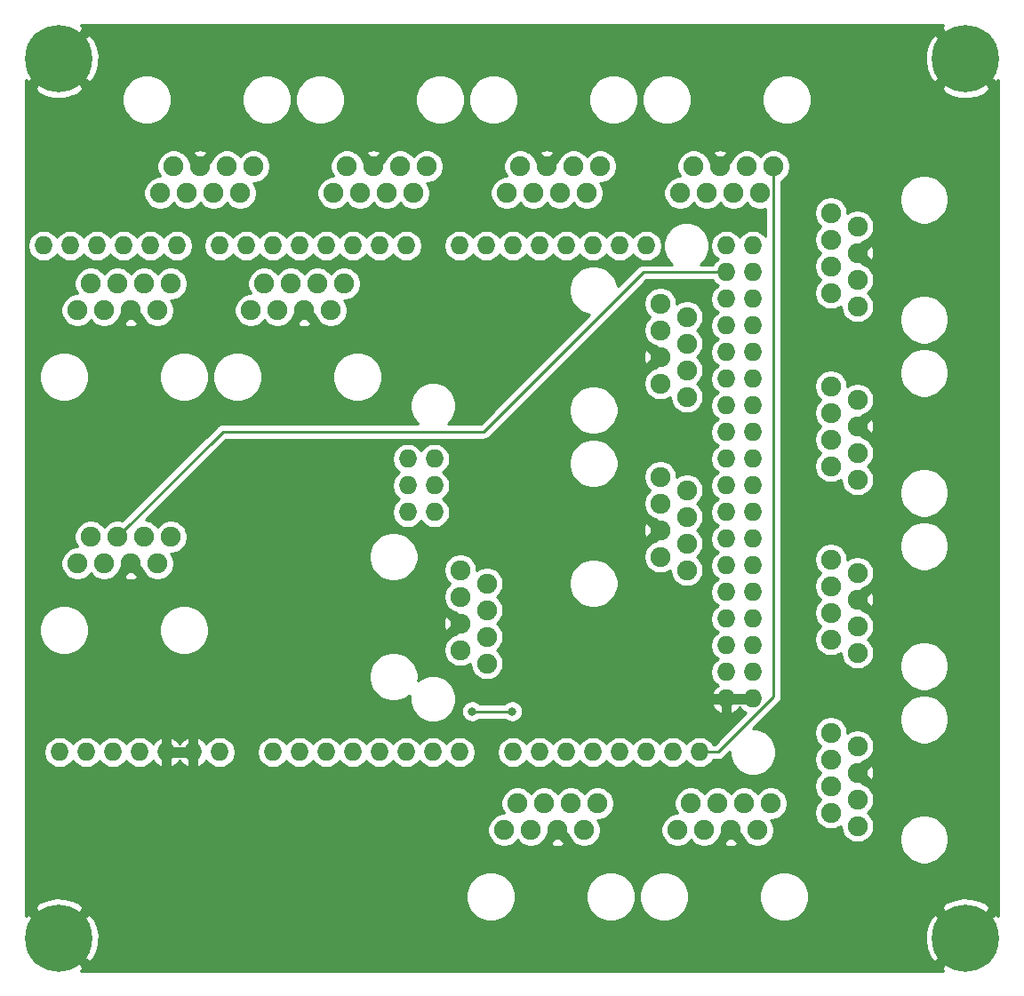
<source format=gbr>
%TF.GenerationSoftware,KiCad,Pcbnew,5.1.6*%
%TF.CreationDate,2020-08-05T20:54:26-07:00*%
%TF.ProjectId,shield,73686965-6c64-42e6-9b69-6361645f7063,rev?*%
%TF.SameCoordinates,Original*%
%TF.FileFunction,Copper,L3,Inr*%
%TF.FilePolarity,Positive*%
%FSLAX46Y46*%
G04 Gerber Fmt 4.6, Leading zero omitted, Abs format (unit mm)*
G04 Created by KiCad (PCBNEW 5.1.6) date 2020-08-05 20:54:26*
%MOMM*%
%LPD*%
G01*
G04 APERTURE LIST*
%TA.AperFunction,ViaPad*%
%ADD10C,1.900000*%
%TD*%
%TA.AperFunction,ViaPad*%
%ADD11C,0.800000*%
%TD*%
%TA.AperFunction,ViaPad*%
%ADD12C,6.400000*%
%TD*%
%TA.AperFunction,ViaPad*%
%ADD13O,1.727200X1.727200*%
%TD*%
%TA.AperFunction,Conductor*%
%ADD14C,0.250000*%
%TD*%
%TA.AperFunction,Conductor*%
%ADD15C,0.254000*%
%TD*%
G04 APERTURE END LIST*
D10*
%TO.N,Net-(J15-Pad8)*%
%TO.C,J15*%
X151260000Y-79245000D03*
%TO.N,A_5V*%
X151260000Y-81785000D03*
%TO.N,A_GND*%
X151260000Y-84325000D03*
%TO.N,Net-(J15-Pad5)*%
X151260000Y-86865000D03*
%TO.N,Net-(J15-Pad4)*%
X153800000Y-80515000D03*
%TO.N,Net-(J15-Pad3)*%
X153800000Y-83055000D03*
%TO.N,Net-(J15-Pad2)*%
X153800000Y-85595000D03*
%TO.N,Net-(J15-Pad1)*%
X153800000Y-88135000D03*
%TD*%
D11*
%TO.N,A_GND*%
%TO.C,H4*%
X201087056Y-112602944D03*
X199390000Y-111900000D03*
X197692944Y-112602944D03*
X196990000Y-114300000D03*
X197692944Y-115997056D03*
X199390000Y-116700000D03*
X201087056Y-115997056D03*
X201790000Y-114300000D03*
D12*
X199390000Y-114300000D03*
%TD*%
D11*
%TO.N,A_GND*%
%TO.C,H3*%
X201087056Y-28782944D03*
X199390000Y-28080000D03*
X197692944Y-28782944D03*
X196990000Y-30480000D03*
X197692944Y-32177056D03*
X199390000Y-32880000D03*
X201087056Y-32177056D03*
X201790000Y-30480000D03*
D12*
X199390000Y-30480000D03*
%TD*%
D11*
%TO.N,A_GND*%
%TO.C,H2*%
X114727056Y-112602944D03*
X113030000Y-111900000D03*
X111332944Y-112602944D03*
X110630000Y-114300000D03*
X111332944Y-115997056D03*
X113030000Y-116700000D03*
X114727056Y-115997056D03*
X115430000Y-114300000D03*
D12*
X113030000Y-114300000D03*
%TD*%
D11*
%TO.N,A_GND*%
%TO.C,H1*%
X114727056Y-28782944D03*
X113030000Y-28080000D03*
X111332944Y-28782944D03*
X110630000Y-30480000D03*
X111332944Y-32177056D03*
X113030000Y-32880000D03*
X114727056Y-32177056D03*
X115430000Y-30480000D03*
D12*
X113030000Y-30480000D03*
%TD*%
D10*
%TO.N,Net-(J1-Pad8)*%
%TO.C,J1*%
X148085000Y-40770000D03*
%TO.N,A_5V*%
X145545000Y-40770000D03*
%TO.N,A_GND*%
X143005000Y-40770000D03*
%TO.N,Net-(J1-Pad5)*%
X140465000Y-40770000D03*
%TO.N,Net-(J1-Pad4)*%
X146815000Y-43310000D03*
%TO.N,Net-(J1-Pad3)*%
X144275000Y-43310000D03*
%TO.N,Net-(J1-Pad2)*%
X141735000Y-43310000D03*
%TO.N,Net-(J1-Pad1)*%
X139195000Y-43310000D03*
%TD*%
%TO.N,Net-(J2-Pad8)*%
%TO.C,J2*%
X131315000Y-54480000D03*
%TO.N,A_5V*%
X133855000Y-54480000D03*
%TO.N,A_GND*%
X136395000Y-54480000D03*
%TO.N,Net-(J2-Pad5)*%
X138935000Y-54480000D03*
%TO.N,Net-(J2-Pad4)*%
X132585000Y-51940000D03*
%TO.N,Net-(J2-Pad3)*%
X135125000Y-51940000D03*
%TO.N,Net-(J2-Pad2)*%
X137665000Y-51940000D03*
%TO.N,Net-(J2-Pad1)*%
X140205000Y-51940000D03*
%TD*%
%TO.N,Net-(J3-Pad8)*%
%TO.C,J3*%
X131575000Y-40770000D03*
%TO.N,A_5V*%
X129035000Y-40770000D03*
%TO.N,A_GND*%
X126495000Y-40770000D03*
%TO.N,Net-(J3-Pad5)*%
X123955000Y-40770000D03*
%TO.N,Net-(J3-Pad4)*%
X130305000Y-43310000D03*
%TO.N,Net-(J3-Pad3)*%
X127765000Y-43310000D03*
%TO.N,Net-(J3-Pad2)*%
X125225000Y-43310000D03*
%TO.N,Net-(J3-Pad1)*%
X122685000Y-43310000D03*
%TD*%
%TO.N,Net-(J4-Pad8)*%
%TO.C,J4*%
X114805000Y-54480000D03*
%TO.N,A_5V*%
X117345000Y-54480000D03*
%TO.N,A_GND*%
X119885000Y-54480000D03*
%TO.N,Net-(J4-Pad5)*%
X122425000Y-54480000D03*
%TO.N,Net-(J4-Pad4)*%
X116075000Y-51940000D03*
%TO.N,Net-(J4-Pad3)*%
X118615000Y-51940000D03*
%TO.N,Net-(J4-Pad2)*%
X121155000Y-51940000D03*
%TO.N,Net-(J4-Pad1)*%
X123695000Y-51940000D03*
%TD*%
%TO.N,Net-(J5-Pad8)*%
%TO.C,J5*%
X114805000Y-78610000D03*
%TO.N,A_5V*%
X117345000Y-78610000D03*
%TO.N,A_GND*%
X119885000Y-78610000D03*
%TO.N,Net-(J5-Pad5)*%
X122425000Y-78610000D03*
%TO.N,Net-(J5-Pad4)*%
X116075000Y-76070000D03*
%TO.N,Net-(J5-Pad3)*%
X118615000Y-76070000D03*
%TO.N,Net-(J5-Pad2)*%
X121155000Y-76070000D03*
%TO.N,Net-(J5-Pad1)*%
X123695000Y-76070000D03*
%TD*%
%TO.N,Net-(J6-Pad8)*%
%TO.C,J6*%
X170310000Y-53845000D03*
%TO.N,A_5V*%
X170310000Y-56385000D03*
%TO.N,A_GND*%
X170310000Y-58925000D03*
%TO.N,Net-(J6-Pad5)*%
X170310000Y-61465000D03*
%TO.N,Net-(J6-Pad4)*%
X172850000Y-55115000D03*
%TO.N,Net-(J6-Pad3)*%
X172850000Y-57655000D03*
%TO.N,Net-(J6-Pad2)*%
X172850000Y-60195000D03*
%TO.N,Net-(J6-Pad1)*%
X172850000Y-62735000D03*
%TD*%
%TO.N,Net-(J7-Pad8)*%
%TO.C,J7*%
X189100000Y-54105000D03*
%TO.N,A_5V*%
X189100000Y-51565000D03*
%TO.N,A_GND*%
X189100000Y-49025000D03*
%TO.N,Net-(J7-Pad5)*%
X189100000Y-46485000D03*
%TO.N,Net-(J7-Pad4)*%
X186560000Y-52835000D03*
%TO.N,Net-(J7-Pad3)*%
X186560000Y-50295000D03*
%TO.N,Net-(J7-Pad2)*%
X186560000Y-47755000D03*
%TO.N,Net-(J7-Pad1)*%
X186560000Y-45215000D03*
%TD*%
%TO.N,Net-(J8-Pad8)*%
%TO.C,J8*%
X189100000Y-70615000D03*
%TO.N,A_5V*%
X189100000Y-68075000D03*
%TO.N,A_GND*%
X189100000Y-65535000D03*
%TO.N,Net-(J8-Pad5)*%
X189100000Y-62995000D03*
%TO.N,Net-(J8-Pad4)*%
X186560000Y-69345000D03*
%TO.N,Net-(J8-Pad3)*%
X186560000Y-66805000D03*
%TO.N,Net-(J8-Pad2)*%
X186560000Y-64265000D03*
%TO.N,Net-(J8-Pad1)*%
X186560000Y-61725000D03*
%TD*%
%TO.N,Net-(J9-Pad8)*%
%TO.C,J9*%
X164595000Y-40770000D03*
%TO.N,A_5V*%
X162055000Y-40770000D03*
%TO.N,A_GND*%
X159515000Y-40770000D03*
%TO.N,Net-(J9-Pad5)*%
X156975000Y-40770000D03*
%TO.N,Net-(J9-Pad4)*%
X163325000Y-43310000D03*
%TO.N,Net-(J9-Pad3)*%
X160785000Y-43310000D03*
%TO.N,Net-(J9-Pad2)*%
X158245000Y-43310000D03*
%TO.N,Net-(J9-Pad1)*%
X155705000Y-43310000D03*
%TD*%
%TO.N,Net-(J10-Pad8)*%
%TO.C,J10*%
X170310000Y-70355000D03*
%TO.N,A_5V*%
X170310000Y-72895000D03*
%TO.N,A_GND*%
X170310000Y-75435000D03*
%TO.N,Net-(J10-Pad5)*%
X170310000Y-77975000D03*
%TO.N,Net-(J10-Pad4)*%
X172850000Y-71625000D03*
%TO.N,Net-(J10-Pad3)*%
X172850000Y-74165000D03*
%TO.N,Net-(J10-Pad2)*%
X172850000Y-76705000D03*
%TO.N,Net-(J10-Pad1)*%
X172850000Y-79245000D03*
%TD*%
%TO.N,Net-(J11-Pad8)*%
%TO.C,J11*%
X189100000Y-87125000D03*
%TO.N,A_5V*%
X189100000Y-84585000D03*
%TO.N,A_GND*%
X189100000Y-82045000D03*
%TO.N,Net-(J11-Pad5)*%
X189100000Y-79505000D03*
%TO.N,Net-(J11-Pad4)*%
X186560000Y-85855000D03*
%TO.N,Net-(J11-Pad3)*%
X186560000Y-83315000D03*
%TO.N,Net-(J11-Pad2)*%
X186560000Y-80775000D03*
%TO.N,Net-(J11-Pad1)*%
X186560000Y-78235000D03*
%TD*%
%TO.N,Net-(J12-Pad8)*%
%TO.C,J12*%
X155445000Y-104010000D03*
%TO.N,A_5V*%
X157985000Y-104010000D03*
%TO.N,A_GND*%
X160525000Y-104010000D03*
%TO.N,Net-(J12-Pad5)*%
X163065000Y-104010000D03*
%TO.N,Net-(J12-Pad4)*%
X156715000Y-101470000D03*
%TO.N,Net-(J12-Pad3)*%
X159255000Y-101470000D03*
%TO.N,Net-(J12-Pad2)*%
X161795000Y-101470000D03*
%TO.N,Net-(J12-Pad1)*%
X164335000Y-101470000D03*
%TD*%
%TO.N,Net-(J13-Pad8)*%
%TO.C,J13*%
X181105000Y-40770000D03*
%TO.N,A_5V*%
X178565000Y-40770000D03*
%TO.N,A_GND*%
X176025000Y-40770000D03*
%TO.N,Net-(J13-Pad5)*%
X173485000Y-40770000D03*
%TO.N,Net-(J13-Pad4)*%
X179835000Y-43310000D03*
%TO.N,Net-(J13-Pad3)*%
X177295000Y-43310000D03*
%TO.N,Net-(J13-Pad2)*%
X174755000Y-43310000D03*
%TO.N,Net-(J13-Pad1)*%
X172215000Y-43310000D03*
%TD*%
%TO.N,Net-(J14-Pad8)*%
%TO.C,J14*%
X189100000Y-103635000D03*
%TO.N,A_5V*%
X189100000Y-101095000D03*
%TO.N,A_GND*%
X189100000Y-98555000D03*
%TO.N,Net-(J14-Pad5)*%
X189100000Y-96015000D03*
%TO.N,Net-(J14-Pad4)*%
X186560000Y-102365000D03*
%TO.N,Net-(J14-Pad3)*%
X186560000Y-99825000D03*
%TO.N,Net-(J14-Pad2)*%
X186560000Y-97285000D03*
%TO.N,Net-(J14-Pad1)*%
X186560000Y-94745000D03*
%TD*%
%TO.N,Net-(J16-Pad8)*%
%TO.C,J16*%
X171955000Y-104010000D03*
%TO.N,A_5V*%
X174495000Y-104010000D03*
%TO.N,A_GND*%
X177035000Y-104010000D03*
%TO.N,Net-(J16-Pad5)*%
X179575000Y-104010000D03*
%TO.N,Net-(J16-Pad4)*%
X173225000Y-101470000D03*
%TO.N,Net-(J16-Pad3)*%
X175765000Y-101470000D03*
%TO.N,Net-(J16-Pad2)*%
X178305000Y-101470000D03*
%TO.N,Net-(J16-Pad1)*%
X180845000Y-101470000D03*
%TD*%
D13*
%TO.N,Net-(XA1-PadRST2)*%
%TO.C,XA1*%
X146252001Y-73735001D03*
%TO.N,Net-(XA1-PadGND4)*%
X148792001Y-73735001D03*
%TO.N,Net-(XA1-PadMOSI)*%
X148792001Y-71195001D03*
%TO.N,Net-(XA1-PadSCK)*%
X146252001Y-71195001D03*
%TO.N,Net-(XA1-Pad5V2)*%
X148792001Y-68655001D03*
%TO.N,Net-(J5-Pad8)*%
X133425001Y-96595001D03*
%TO.N,Net-(XA1-PadVIN)*%
X128345001Y-96595001D03*
%TO.N,A_GND*%
X125805001Y-96595001D03*
X123265001Y-96595001D03*
%TO.N,A_5V*%
X120725001Y-96595001D03*
%TO.N,Net-(XA1-Pad3V3)*%
X118185001Y-96595001D03*
%TO.N,Net-(XA1-PadRST1)*%
X115645001Y-96595001D03*
%TO.N,Net-(XA1-PadIORF)*%
X113105001Y-96595001D03*
%TO.N,Net-(XA1-PadD21)*%
X168985001Y-48335001D03*
%TO.N,Net-(XA1-PadD20)*%
X166445001Y-48335001D03*
%TO.N,Net-(J9-Pad5)*%
X163905001Y-48335001D03*
%TO.N,Net-(J9-Pad4)*%
X161365001Y-48335001D03*
%TO.N,Net-(J9-Pad3)*%
X158825001Y-48335001D03*
%TO.N,Net-(XA1-PadD16)*%
X156285001Y-48335001D03*
%TO.N,Net-(XA1-PadD15)*%
X153745001Y-48335001D03*
%TO.N,Net-(XA1-PadD14)*%
X151205001Y-48335001D03*
%TO.N,Net-(J1-Pad4)*%
X146125001Y-48335001D03*
%TO.N,Net-(J1-Pad3)*%
X143585001Y-48335001D03*
%TO.N,Net-(J1-Pad5)*%
X141045001Y-48335001D03*
%TO.N,Net-(J2-Pad5)*%
X138505001Y-48335001D03*
%TO.N,Net-(J2-Pad4)*%
X135965001Y-48335001D03*
%TO.N,Net-(J2-Pad3)*%
X133425001Y-48335001D03*
%TO.N,Net-(J3-Pad5)*%
X130885001Y-48335001D03*
%TO.N,Net-(J3-Pad4)*%
X128345001Y-48335001D03*
%TO.N,Net-(J3-Pad3)*%
X124281001Y-48335001D03*
%TO.N,Net-(J4-Pad5)*%
X121741001Y-48335001D03*
%TO.N,Net-(J4-Pad4)*%
X119201001Y-48335001D03*
%TO.N,Net-(J5-Pad4)*%
X111581001Y-48335001D03*
%TO.N,Net-(J5-Pad5)*%
X114121001Y-48335001D03*
%TO.N,Net-(J4-Pad3)*%
X116661001Y-48335001D03*
%TO.N,Net-(J4-Pad8)*%
X135965001Y-96595001D03*
%TO.N,Net-(J3-Pad8)*%
X138505001Y-96595001D03*
%TO.N,Net-(J2-Pad8)*%
X141045001Y-96595001D03*
%TO.N,Net-(J1-Pad8)*%
X143585001Y-96595001D03*
%TO.N,Net-(J15-Pad8)*%
X146125001Y-96595001D03*
%TO.N,Net-(J9-Pad8)*%
X148665001Y-96595001D03*
%TO.N,Net-(J14-Pad8)*%
X151205001Y-96595001D03*
%TO.N,Net-(J6-Pad8)*%
X156285001Y-96595001D03*
%TO.N,Net-(J10-Pad8)*%
X158825001Y-96595001D03*
%TO.N,Net-(J12-Pad8)*%
X161365001Y-96595001D03*
%TO.N,Net-(J16-Pad8)*%
X163905001Y-96595001D03*
%TO.N,Net-(J7-Pad8)*%
X166445001Y-96595001D03*
%TO.N,Net-(J8-Pad8)*%
X168985001Y-96595001D03*
%TO.N,Net-(J11-Pad8)*%
X171525001Y-96595001D03*
%TO.N,Net-(J13-Pad8)*%
X174065001Y-96595001D03*
%TO.N,A_5V*%
X176605001Y-48335001D03*
X179145001Y-48335001D03*
%TO.N,Net-(J5-Pad3)*%
X176605001Y-50875001D03*
%TO.N,Net-(J6-Pad5)*%
X179145001Y-50875001D03*
%TO.N,Net-(J6-Pad4)*%
X176605001Y-53415001D03*
%TO.N,Net-(J6-Pad3)*%
X179145001Y-53415001D03*
%TO.N,Net-(J7-Pad5)*%
X176605001Y-55955001D03*
%TO.N,Net-(J7-Pad4)*%
X179145001Y-55955001D03*
%TO.N,Net-(J7-Pad3)*%
X176605001Y-58495001D03*
%TO.N,Net-(J8-Pad5)*%
X179145001Y-58495001D03*
%TO.N,Net-(J8-Pad4)*%
X176605001Y-61035001D03*
%TO.N,Net-(J8-Pad3)*%
X179145001Y-61035001D03*
%TO.N,Net-(J10-Pad5)*%
X176605001Y-63575001D03*
%TO.N,Net-(J10-Pad4)*%
X179145001Y-63575001D03*
%TO.N,Net-(J10-Pad3)*%
X176605001Y-66115001D03*
%TO.N,Net-(J11-Pad5)*%
X179145001Y-66115001D03*
%TO.N,Net-(J11-Pad4)*%
X176605001Y-68655001D03*
%TO.N,Net-(J11-Pad3)*%
X179145001Y-68655001D03*
%TO.N,Net-(J12-Pad5)*%
X176605001Y-71195001D03*
%TO.N,Net-(J12-Pad4)*%
X179145001Y-71195001D03*
%TO.N,Net-(J12-Pad3)*%
X176605001Y-73735001D03*
%TO.N,Net-(J13-Pad5)*%
X179145001Y-73735001D03*
%TO.N,Net-(J13-Pad4)*%
X176605001Y-76275001D03*
%TO.N,Net-(J13-Pad3)*%
X179145001Y-76275001D03*
%TO.N,Net-(J14-Pad5)*%
X176605001Y-78815001D03*
%TO.N,Net-(J14-Pad4)*%
X179145001Y-78815001D03*
%TO.N,Net-(J14-Pad3)*%
X176605001Y-81355001D03*
%TO.N,Net-(J15-Pad5)*%
X179145001Y-81355001D03*
%TO.N,Net-(J15-Pad4)*%
X176605001Y-83895001D03*
%TO.N,Net-(J15-Pad3)*%
X179145001Y-83895001D03*
%TO.N,Net-(J16-Pad5)*%
X176605001Y-86435001D03*
%TO.N,Net-(J16-Pad4)*%
X179145001Y-86435001D03*
%TO.N,Net-(J16-Pad3)*%
X176605001Y-88975001D03*
%TO.N,Net-(XA1-PadD53)*%
X179145001Y-88975001D03*
%TO.N,A_GND*%
X176605001Y-91515001D03*
X179145001Y-91515001D03*
%TO.N,Net-(XA1-PadMISO)*%
X146252001Y-68655001D03*
%TD*%
D11*
%TO.N,A_5V*%
X152400000Y-92710000D03*
X156210000Y-92710000D03*
%TO.N,A_GND*%
X114300000Y-102870000D03*
X114300000Y-104140000D03*
X114300000Y-105410000D03*
X114300000Y-106680000D03*
X115570000Y-102870000D03*
X116840000Y-102870000D03*
X118110000Y-102870000D03*
X118110000Y-104140000D03*
X115570000Y-104140000D03*
X116840000Y-104140000D03*
X115570000Y-105410000D03*
X116840000Y-105410000D03*
X118110000Y-105410000D03*
X118110000Y-106680000D03*
X116840000Y-106680000D03*
X115570000Y-106680000D03*
X114300000Y-69850000D03*
X137160000Y-69850000D03*
X160020000Y-69850000D03*
X114300000Y-43180000D03*
X115570000Y-43180000D03*
X116840000Y-43180000D03*
X116840000Y-41910000D03*
X114300000Y-41910000D03*
X115570000Y-41910000D03*
X116840000Y-40640000D03*
X115570000Y-40640000D03*
X114300000Y-40640000D03*
X114300000Y-39370000D03*
X115570000Y-39370000D03*
X116840000Y-39370000D03*
X118110000Y-39370000D03*
X118110000Y-40640000D03*
X118110000Y-41910000D03*
X118110000Y-43180000D03*
X189230000Y-39370000D03*
X190500000Y-39370000D03*
X193040000Y-39370000D03*
X191770000Y-39370000D03*
X191770000Y-35560000D03*
X193040000Y-35560000D03*
X193040000Y-38100000D03*
X191770000Y-38100000D03*
X191770000Y-36830000D03*
X193040000Y-36830000D03*
X190500000Y-35560000D03*
X189230000Y-35560000D03*
X189230000Y-38100000D03*
X189230000Y-36830000D03*
X190500000Y-36830000D03*
X190500000Y-38100000D03*
%TD*%
D14*
%TO.N,A_5V*%
X156210000Y-92710000D02*
X152400000Y-92710000D01*
%TO.N,Net-(J5-Pad3)*%
X176605001Y-50875001D02*
X176254999Y-50524999D01*
X168694001Y-50875001D02*
X153529002Y-66040000D01*
X176605001Y-50875001D02*
X168694001Y-50875001D01*
X128645000Y-66040000D02*
X118615000Y-76070000D01*
X153529002Y-66040000D02*
X128645000Y-66040000D01*
%TO.N,Net-(J13-Pad8)*%
X181110001Y-40775001D02*
X181105000Y-40770000D01*
X181110001Y-91309131D02*
X181110001Y-40775001D01*
X175824131Y-96595001D02*
X181110001Y-91309131D01*
X174065001Y-96595001D02*
X175824131Y-96595001D01*
%TD*%
D15*
%TO.N,A_GND*%
G36*
X197054476Y-27616974D02*
G01*
X197313313Y-27875811D01*
X197293495Y-27997415D01*
X197692944Y-28396864D01*
X197763655Y-28326153D01*
X198149735Y-28712233D01*
X198079024Y-28782944D01*
X198478473Y-29182393D01*
X198600077Y-29162575D01*
X199390000Y-29952498D01*
X199404142Y-29938356D01*
X199931644Y-30465858D01*
X199917502Y-30480000D01*
X200707425Y-31269923D01*
X200687607Y-31391527D01*
X201087056Y-31790976D01*
X201157767Y-31720265D01*
X201543847Y-32106345D01*
X201473136Y-32177056D01*
X201872585Y-32576505D01*
X201994189Y-32556687D01*
X202253026Y-32815524D01*
X202540001Y-32576242D01*
X202540000Y-112203757D01*
X202253026Y-111964476D01*
X201994189Y-112223313D01*
X201872585Y-112203495D01*
X201473136Y-112602944D01*
X201543847Y-112673655D01*
X201157767Y-113059735D01*
X201087056Y-112989024D01*
X200687607Y-113388473D01*
X200707425Y-113510077D01*
X199917502Y-114300000D01*
X199931644Y-114314142D01*
X199404142Y-114841644D01*
X199390000Y-114827502D01*
X198600077Y-115617425D01*
X198478473Y-115597607D01*
X198079024Y-115997056D01*
X198149735Y-116067767D01*
X197763655Y-116453847D01*
X197692944Y-116383136D01*
X197293495Y-116782585D01*
X197313313Y-116904189D01*
X197054476Y-117163026D01*
X197293757Y-117450000D01*
X115126243Y-117450000D01*
X115365524Y-117163026D01*
X115106687Y-116904189D01*
X115126505Y-116782585D01*
X114727056Y-116383136D01*
X114656345Y-116453847D01*
X114270265Y-116067767D01*
X114340976Y-115997056D01*
X113941527Y-115597607D01*
X113819923Y-115617425D01*
X113030000Y-114827502D01*
X113015858Y-114841644D01*
X112488356Y-114314142D01*
X112502498Y-114300000D01*
X113557502Y-114300000D01*
X114347425Y-115089923D01*
X114327607Y-115211527D01*
X114727056Y-115610976D01*
X114797767Y-115540265D01*
X115183847Y-115926345D01*
X115113136Y-115997056D01*
X115512585Y-116396505D01*
X115634189Y-116376687D01*
X115893026Y-116635524D01*
X116352197Y-116252664D01*
X116669308Y-115567016D01*
X116846562Y-114832676D01*
X116859145Y-114522133D01*
X195542853Y-114522133D01*
X195660111Y-115268407D01*
X195920706Y-115977464D01*
X196067803Y-116252664D01*
X196526974Y-116635524D01*
X196785811Y-116376687D01*
X196907415Y-116396505D01*
X197306864Y-115997056D01*
X197236153Y-115926345D01*
X197622233Y-115540265D01*
X197692944Y-115610976D01*
X198092393Y-115211527D01*
X198072575Y-115089923D01*
X198862498Y-114300000D01*
X198072575Y-113510077D01*
X198092393Y-113388473D01*
X197692944Y-112989024D01*
X197622233Y-113059735D01*
X197236153Y-112673655D01*
X197306864Y-112602944D01*
X196907415Y-112203495D01*
X196785811Y-112223313D01*
X196526974Y-111964476D01*
X196067803Y-112347336D01*
X195750692Y-113032984D01*
X195573438Y-113767324D01*
X195542853Y-114522133D01*
X116859145Y-114522133D01*
X116877147Y-114077867D01*
X116759889Y-113331593D01*
X116499294Y-112622536D01*
X116352197Y-112347336D01*
X115893026Y-111964476D01*
X115634189Y-112223313D01*
X115512585Y-112203495D01*
X115113136Y-112602944D01*
X115183847Y-112673655D01*
X114797767Y-113059735D01*
X114727056Y-112989024D01*
X114327607Y-113388473D01*
X114347425Y-113510077D01*
X113557502Y-114300000D01*
X112502498Y-114300000D01*
X111712575Y-113510077D01*
X111732393Y-113388473D01*
X111332944Y-112989024D01*
X111262233Y-113059735D01*
X110876153Y-112673655D01*
X110946864Y-112602944D01*
X110547415Y-112203495D01*
X110425811Y-112223313D01*
X110166974Y-111964476D01*
X109880000Y-112203757D01*
X109880000Y-111436974D01*
X110694476Y-111436974D01*
X110953313Y-111695811D01*
X110933495Y-111817415D01*
X111332944Y-112216864D01*
X111403655Y-112146153D01*
X111789735Y-112532233D01*
X111719024Y-112602944D01*
X112118473Y-113002393D01*
X112240077Y-112982575D01*
X113030000Y-113772498D01*
X113819923Y-112982575D01*
X113941527Y-113002393D01*
X114340976Y-112602944D01*
X114270265Y-112532233D01*
X114656345Y-112146153D01*
X114727056Y-112216864D01*
X115126505Y-111817415D01*
X115106687Y-111695811D01*
X115365524Y-111436974D01*
X114982664Y-110977803D01*
X114297016Y-110660692D01*
X113562676Y-110483438D01*
X112807867Y-110452853D01*
X112061593Y-110570111D01*
X111352536Y-110830706D01*
X111077336Y-110977803D01*
X110694476Y-111436974D01*
X109880000Y-111436974D01*
X109880000Y-110127560D01*
X151815000Y-110127560D01*
X151815000Y-110592440D01*
X151905694Y-111048387D01*
X152083595Y-111477879D01*
X152341868Y-111864412D01*
X152670588Y-112193132D01*
X153057121Y-112451405D01*
X153486613Y-112629306D01*
X153942560Y-112720000D01*
X154407440Y-112720000D01*
X154863387Y-112629306D01*
X155292879Y-112451405D01*
X155679412Y-112193132D01*
X156008132Y-111864412D01*
X156266405Y-111477879D01*
X156444306Y-111048387D01*
X156535000Y-110592440D01*
X156535000Y-110127560D01*
X163245000Y-110127560D01*
X163245000Y-110592440D01*
X163335694Y-111048387D01*
X163513595Y-111477879D01*
X163771868Y-111864412D01*
X164100588Y-112193132D01*
X164487121Y-112451405D01*
X164916613Y-112629306D01*
X165372560Y-112720000D01*
X165837440Y-112720000D01*
X166293387Y-112629306D01*
X166722879Y-112451405D01*
X167109412Y-112193132D01*
X167438132Y-111864412D01*
X167696405Y-111477879D01*
X167874306Y-111048387D01*
X167965000Y-110592440D01*
X167965000Y-110127560D01*
X168325000Y-110127560D01*
X168325000Y-110592440D01*
X168415694Y-111048387D01*
X168593595Y-111477879D01*
X168851868Y-111864412D01*
X169180588Y-112193132D01*
X169567121Y-112451405D01*
X169996613Y-112629306D01*
X170452560Y-112720000D01*
X170917440Y-112720000D01*
X171373387Y-112629306D01*
X171802879Y-112451405D01*
X172189412Y-112193132D01*
X172518132Y-111864412D01*
X172776405Y-111477879D01*
X172954306Y-111048387D01*
X173045000Y-110592440D01*
X173045000Y-110127560D01*
X179755000Y-110127560D01*
X179755000Y-110592440D01*
X179845694Y-111048387D01*
X180023595Y-111477879D01*
X180281868Y-111864412D01*
X180610588Y-112193132D01*
X180997121Y-112451405D01*
X181426613Y-112629306D01*
X181882560Y-112720000D01*
X182347440Y-112720000D01*
X182803387Y-112629306D01*
X183232879Y-112451405D01*
X183619412Y-112193132D01*
X183948132Y-111864412D01*
X184206405Y-111477879D01*
X184223348Y-111436974D01*
X197054476Y-111436974D01*
X197313313Y-111695811D01*
X197293495Y-111817415D01*
X197692944Y-112216864D01*
X197763655Y-112146153D01*
X198149735Y-112532233D01*
X198079024Y-112602944D01*
X198478473Y-113002393D01*
X198600077Y-112982575D01*
X199390000Y-113772498D01*
X200179923Y-112982575D01*
X200301527Y-113002393D01*
X200700976Y-112602944D01*
X200630265Y-112532233D01*
X201016345Y-112146153D01*
X201087056Y-112216864D01*
X201486505Y-111817415D01*
X201466687Y-111695811D01*
X201725524Y-111436974D01*
X201342664Y-110977803D01*
X200657016Y-110660692D01*
X199922676Y-110483438D01*
X199167867Y-110452853D01*
X198421593Y-110570111D01*
X197712536Y-110830706D01*
X197437336Y-110977803D01*
X197054476Y-111436974D01*
X184223348Y-111436974D01*
X184384306Y-111048387D01*
X184475000Y-110592440D01*
X184475000Y-110127560D01*
X184384306Y-109671613D01*
X184206405Y-109242121D01*
X183948132Y-108855588D01*
X183619412Y-108526868D01*
X183232879Y-108268595D01*
X182803387Y-108090694D01*
X182347440Y-108000000D01*
X181882560Y-108000000D01*
X181426613Y-108090694D01*
X180997121Y-108268595D01*
X180610588Y-108526868D01*
X180281868Y-108855588D01*
X180023595Y-109242121D01*
X179845694Y-109671613D01*
X179755000Y-110127560D01*
X173045000Y-110127560D01*
X172954306Y-109671613D01*
X172776405Y-109242121D01*
X172518132Y-108855588D01*
X172189412Y-108526868D01*
X171802879Y-108268595D01*
X171373387Y-108090694D01*
X170917440Y-108000000D01*
X170452560Y-108000000D01*
X169996613Y-108090694D01*
X169567121Y-108268595D01*
X169180588Y-108526868D01*
X168851868Y-108855588D01*
X168593595Y-109242121D01*
X168415694Y-109671613D01*
X168325000Y-110127560D01*
X167965000Y-110127560D01*
X167874306Y-109671613D01*
X167696405Y-109242121D01*
X167438132Y-108855588D01*
X167109412Y-108526868D01*
X166722879Y-108268595D01*
X166293387Y-108090694D01*
X165837440Y-108000000D01*
X165372560Y-108000000D01*
X164916613Y-108090694D01*
X164487121Y-108268595D01*
X164100588Y-108526868D01*
X163771868Y-108855588D01*
X163513595Y-109242121D01*
X163335694Y-109671613D01*
X163245000Y-110127560D01*
X156535000Y-110127560D01*
X156444306Y-109671613D01*
X156266405Y-109242121D01*
X156008132Y-108855588D01*
X155679412Y-108526868D01*
X155292879Y-108268595D01*
X154863387Y-108090694D01*
X154407440Y-108000000D01*
X153942560Y-108000000D01*
X153486613Y-108090694D01*
X153057121Y-108268595D01*
X152670588Y-108526868D01*
X152341868Y-108855588D01*
X152083595Y-109242121D01*
X151905694Y-109671613D01*
X151815000Y-110127560D01*
X109880000Y-110127560D01*
X109880000Y-103853891D01*
X153860000Y-103853891D01*
X153860000Y-104166109D01*
X153920911Y-104472327D01*
X154040391Y-104760779D01*
X154213850Y-105020379D01*
X154434621Y-105241150D01*
X154694221Y-105414609D01*
X154982673Y-105534089D01*
X155288891Y-105595000D01*
X155601109Y-105595000D01*
X155907327Y-105534089D01*
X156195779Y-105414609D01*
X156455379Y-105241150D01*
X156676150Y-105020379D01*
X156715000Y-104962236D01*
X156753850Y-105020379D01*
X156974621Y-105241150D01*
X157234221Y-105414609D01*
X157522673Y-105534089D01*
X157828891Y-105595000D01*
X158141109Y-105595000D01*
X158447327Y-105534089D01*
X158735779Y-105414609D01*
X158977973Y-105252780D01*
X159809722Y-105252780D01*
X159916651Y-105481906D01*
X160215495Y-105572306D01*
X160526233Y-105602668D01*
X160836924Y-105571824D01*
X161133349Y-105481906D01*
X161240278Y-105252780D01*
X160525000Y-104537502D01*
X159809722Y-105252780D01*
X158977973Y-105252780D01*
X158995379Y-105241150D01*
X159216150Y-105020379D01*
X159389609Y-104760779D01*
X159490646Y-104516852D01*
X159997498Y-104010000D01*
X159983356Y-103995858D01*
X160510858Y-103468356D01*
X160525000Y-103482498D01*
X160539142Y-103468356D01*
X161066644Y-103995858D01*
X161052502Y-104010000D01*
X161559354Y-104516852D01*
X161660391Y-104760779D01*
X161833850Y-105020379D01*
X162054621Y-105241150D01*
X162314221Y-105414609D01*
X162602673Y-105534089D01*
X162908891Y-105595000D01*
X163221109Y-105595000D01*
X163527327Y-105534089D01*
X163815779Y-105414609D01*
X164075379Y-105241150D01*
X164296150Y-105020379D01*
X164469609Y-104760779D01*
X164589089Y-104472327D01*
X164650000Y-104166109D01*
X164650000Y-103853891D01*
X170370000Y-103853891D01*
X170370000Y-104166109D01*
X170430911Y-104472327D01*
X170550391Y-104760779D01*
X170723850Y-105020379D01*
X170944621Y-105241150D01*
X171204221Y-105414609D01*
X171492673Y-105534089D01*
X171798891Y-105595000D01*
X172111109Y-105595000D01*
X172417327Y-105534089D01*
X172705779Y-105414609D01*
X172965379Y-105241150D01*
X173186150Y-105020379D01*
X173225000Y-104962236D01*
X173263850Y-105020379D01*
X173484621Y-105241150D01*
X173744221Y-105414609D01*
X174032673Y-105534089D01*
X174338891Y-105595000D01*
X174651109Y-105595000D01*
X174957327Y-105534089D01*
X175245779Y-105414609D01*
X175487973Y-105252780D01*
X176319722Y-105252780D01*
X176426651Y-105481906D01*
X176725495Y-105572306D01*
X177036233Y-105602668D01*
X177346924Y-105571824D01*
X177643349Y-105481906D01*
X177750278Y-105252780D01*
X177035000Y-104537502D01*
X176319722Y-105252780D01*
X175487973Y-105252780D01*
X175505379Y-105241150D01*
X175726150Y-105020379D01*
X175899609Y-104760779D01*
X176000646Y-104516852D01*
X176507498Y-104010000D01*
X176493356Y-103995858D01*
X177020858Y-103468356D01*
X177035000Y-103482498D01*
X177049142Y-103468356D01*
X177576644Y-103995858D01*
X177562502Y-104010000D01*
X178069354Y-104516852D01*
X178170391Y-104760779D01*
X178343850Y-105020379D01*
X178564621Y-105241150D01*
X178824221Y-105414609D01*
X179112673Y-105534089D01*
X179418891Y-105595000D01*
X179731109Y-105595000D01*
X180037327Y-105534089D01*
X180325779Y-105414609D01*
X180585379Y-105241150D01*
X180806150Y-105020379D01*
X180979609Y-104760779D01*
X181099089Y-104472327D01*
X181160000Y-104166109D01*
X181160000Y-103853891D01*
X181099089Y-103547673D01*
X180979609Y-103259221D01*
X180843153Y-103055000D01*
X181001109Y-103055000D01*
X181307327Y-102994089D01*
X181595779Y-102874609D01*
X181855379Y-102701150D01*
X182076150Y-102480379D01*
X182249609Y-102220779D01*
X182369089Y-101932327D01*
X182430000Y-101626109D01*
X182430000Y-101313891D01*
X182369089Y-101007673D01*
X182249609Y-100719221D01*
X182076150Y-100459621D01*
X181855379Y-100238850D01*
X181595779Y-100065391D01*
X181307327Y-99945911D01*
X181001109Y-99885000D01*
X180688891Y-99885000D01*
X180382673Y-99945911D01*
X180094221Y-100065391D01*
X179834621Y-100238850D01*
X179613850Y-100459621D01*
X179575000Y-100517764D01*
X179536150Y-100459621D01*
X179315379Y-100238850D01*
X179055779Y-100065391D01*
X178767327Y-99945911D01*
X178461109Y-99885000D01*
X178148891Y-99885000D01*
X177842673Y-99945911D01*
X177554221Y-100065391D01*
X177294621Y-100238850D01*
X177073850Y-100459621D01*
X177035000Y-100517764D01*
X176996150Y-100459621D01*
X176775379Y-100238850D01*
X176515779Y-100065391D01*
X176227327Y-99945911D01*
X175921109Y-99885000D01*
X175608891Y-99885000D01*
X175302673Y-99945911D01*
X175014221Y-100065391D01*
X174754621Y-100238850D01*
X174533850Y-100459621D01*
X174495000Y-100517764D01*
X174456150Y-100459621D01*
X174235379Y-100238850D01*
X173975779Y-100065391D01*
X173687327Y-99945911D01*
X173381109Y-99885000D01*
X173068891Y-99885000D01*
X172762673Y-99945911D01*
X172474221Y-100065391D01*
X172214621Y-100238850D01*
X171993850Y-100459621D01*
X171820391Y-100719221D01*
X171700911Y-101007673D01*
X171640000Y-101313891D01*
X171640000Y-101626109D01*
X171700911Y-101932327D01*
X171820391Y-102220779D01*
X171956847Y-102425000D01*
X171798891Y-102425000D01*
X171492673Y-102485911D01*
X171204221Y-102605391D01*
X170944621Y-102778850D01*
X170723850Y-102999621D01*
X170550391Y-103259221D01*
X170430911Y-103547673D01*
X170370000Y-103853891D01*
X164650000Y-103853891D01*
X164589089Y-103547673D01*
X164469609Y-103259221D01*
X164333153Y-103055000D01*
X164491109Y-103055000D01*
X164797327Y-102994089D01*
X165085779Y-102874609D01*
X165345379Y-102701150D01*
X165566150Y-102480379D01*
X165739609Y-102220779D01*
X165859089Y-101932327D01*
X165920000Y-101626109D01*
X165920000Y-101313891D01*
X165859089Y-101007673D01*
X165739609Y-100719221D01*
X165566150Y-100459621D01*
X165345379Y-100238850D01*
X165085779Y-100065391D01*
X164797327Y-99945911D01*
X164491109Y-99885000D01*
X164178891Y-99885000D01*
X163872673Y-99945911D01*
X163584221Y-100065391D01*
X163324621Y-100238850D01*
X163103850Y-100459621D01*
X163065000Y-100517764D01*
X163026150Y-100459621D01*
X162805379Y-100238850D01*
X162545779Y-100065391D01*
X162257327Y-99945911D01*
X161951109Y-99885000D01*
X161638891Y-99885000D01*
X161332673Y-99945911D01*
X161044221Y-100065391D01*
X160784621Y-100238850D01*
X160563850Y-100459621D01*
X160525000Y-100517764D01*
X160486150Y-100459621D01*
X160265379Y-100238850D01*
X160005779Y-100065391D01*
X159717327Y-99945911D01*
X159411109Y-99885000D01*
X159098891Y-99885000D01*
X158792673Y-99945911D01*
X158504221Y-100065391D01*
X158244621Y-100238850D01*
X158023850Y-100459621D01*
X157985000Y-100517764D01*
X157946150Y-100459621D01*
X157725379Y-100238850D01*
X157465779Y-100065391D01*
X157177327Y-99945911D01*
X156871109Y-99885000D01*
X156558891Y-99885000D01*
X156252673Y-99945911D01*
X155964221Y-100065391D01*
X155704621Y-100238850D01*
X155483850Y-100459621D01*
X155310391Y-100719221D01*
X155190911Y-101007673D01*
X155130000Y-101313891D01*
X155130000Y-101626109D01*
X155190911Y-101932327D01*
X155310391Y-102220779D01*
X155446847Y-102425000D01*
X155288891Y-102425000D01*
X154982673Y-102485911D01*
X154694221Y-102605391D01*
X154434621Y-102778850D01*
X154213850Y-102999621D01*
X154040391Y-103259221D01*
X153920911Y-103547673D01*
X153860000Y-103853891D01*
X109880000Y-103853891D01*
X109880000Y-96447402D01*
X111606401Y-96447402D01*
X111606401Y-96742600D01*
X111663991Y-97032126D01*
X111776959Y-97304854D01*
X111940962Y-97550303D01*
X112149699Y-97759040D01*
X112395148Y-97923043D01*
X112667876Y-98036011D01*
X112957402Y-98093601D01*
X113252600Y-98093601D01*
X113542126Y-98036011D01*
X113814854Y-97923043D01*
X114060303Y-97759040D01*
X114269040Y-97550303D01*
X114375001Y-97391720D01*
X114480962Y-97550303D01*
X114689699Y-97759040D01*
X114935148Y-97923043D01*
X115207876Y-98036011D01*
X115497402Y-98093601D01*
X115792600Y-98093601D01*
X116082126Y-98036011D01*
X116354854Y-97923043D01*
X116600303Y-97759040D01*
X116809040Y-97550303D01*
X116915001Y-97391720D01*
X117020962Y-97550303D01*
X117229699Y-97759040D01*
X117475148Y-97923043D01*
X117747876Y-98036011D01*
X118037402Y-98093601D01*
X118332600Y-98093601D01*
X118622126Y-98036011D01*
X118894854Y-97923043D01*
X119140303Y-97759040D01*
X119349040Y-97550303D01*
X119455001Y-97391720D01*
X119560962Y-97550303D01*
X119769699Y-97759040D01*
X120015148Y-97923043D01*
X120287876Y-98036011D01*
X120577402Y-98093601D01*
X120872600Y-98093601D01*
X121162126Y-98036011D01*
X121434854Y-97923043D01*
X121680303Y-97759040D01*
X121889040Y-97550303D01*
X121996301Y-97389774D01*
X122005851Y-97407643D01*
X122188584Y-97637676D01*
X122412683Y-97827640D01*
X122669536Y-97970234D01*
X122892001Y-97887704D01*
X122892001Y-96968001D01*
X123638001Y-96968001D01*
X123638001Y-97887704D01*
X123860466Y-97970234D01*
X124117319Y-97827640D01*
X124341418Y-97637676D01*
X124524151Y-97407643D01*
X124535001Y-97387341D01*
X124545851Y-97407643D01*
X124728584Y-97637676D01*
X124952683Y-97827640D01*
X125209536Y-97970234D01*
X125432001Y-97887704D01*
X125432001Y-96968001D01*
X123638001Y-96968001D01*
X122892001Y-96968001D01*
X122872001Y-96968001D01*
X122872001Y-96222001D01*
X122892001Y-96222001D01*
X122892001Y-95302298D01*
X123638001Y-95302298D01*
X123638001Y-96222001D01*
X125432001Y-96222001D01*
X125432001Y-95302298D01*
X126178001Y-95302298D01*
X126178001Y-96222001D01*
X126198001Y-96222001D01*
X126198001Y-96968001D01*
X126178001Y-96968001D01*
X126178001Y-97887704D01*
X126400466Y-97970234D01*
X126657319Y-97827640D01*
X126881418Y-97637676D01*
X127064151Y-97407643D01*
X127073701Y-97389774D01*
X127180962Y-97550303D01*
X127389699Y-97759040D01*
X127635148Y-97923043D01*
X127907876Y-98036011D01*
X128197402Y-98093601D01*
X128492600Y-98093601D01*
X128782126Y-98036011D01*
X129054854Y-97923043D01*
X129300303Y-97759040D01*
X129509040Y-97550303D01*
X129673043Y-97304854D01*
X129786011Y-97032126D01*
X129843601Y-96742600D01*
X129843601Y-96447402D01*
X131926401Y-96447402D01*
X131926401Y-96742600D01*
X131983991Y-97032126D01*
X132096959Y-97304854D01*
X132260962Y-97550303D01*
X132469699Y-97759040D01*
X132715148Y-97923043D01*
X132987876Y-98036011D01*
X133277402Y-98093601D01*
X133572600Y-98093601D01*
X133862126Y-98036011D01*
X134134854Y-97923043D01*
X134380303Y-97759040D01*
X134589040Y-97550303D01*
X134695001Y-97391720D01*
X134800962Y-97550303D01*
X135009699Y-97759040D01*
X135255148Y-97923043D01*
X135527876Y-98036011D01*
X135817402Y-98093601D01*
X136112600Y-98093601D01*
X136402126Y-98036011D01*
X136674854Y-97923043D01*
X136920303Y-97759040D01*
X137129040Y-97550303D01*
X137235001Y-97391720D01*
X137340962Y-97550303D01*
X137549699Y-97759040D01*
X137795148Y-97923043D01*
X138067876Y-98036011D01*
X138357402Y-98093601D01*
X138652600Y-98093601D01*
X138942126Y-98036011D01*
X139214854Y-97923043D01*
X139460303Y-97759040D01*
X139669040Y-97550303D01*
X139775001Y-97391720D01*
X139880962Y-97550303D01*
X140089699Y-97759040D01*
X140335148Y-97923043D01*
X140607876Y-98036011D01*
X140897402Y-98093601D01*
X141192600Y-98093601D01*
X141482126Y-98036011D01*
X141754854Y-97923043D01*
X142000303Y-97759040D01*
X142209040Y-97550303D01*
X142315001Y-97391720D01*
X142420962Y-97550303D01*
X142629699Y-97759040D01*
X142875148Y-97923043D01*
X143147876Y-98036011D01*
X143437402Y-98093601D01*
X143732600Y-98093601D01*
X144022126Y-98036011D01*
X144294854Y-97923043D01*
X144540303Y-97759040D01*
X144749040Y-97550303D01*
X144855001Y-97391720D01*
X144960962Y-97550303D01*
X145169699Y-97759040D01*
X145415148Y-97923043D01*
X145687876Y-98036011D01*
X145977402Y-98093601D01*
X146272600Y-98093601D01*
X146562126Y-98036011D01*
X146834854Y-97923043D01*
X147080303Y-97759040D01*
X147289040Y-97550303D01*
X147395001Y-97391720D01*
X147500962Y-97550303D01*
X147709699Y-97759040D01*
X147955148Y-97923043D01*
X148227876Y-98036011D01*
X148517402Y-98093601D01*
X148812600Y-98093601D01*
X149102126Y-98036011D01*
X149374854Y-97923043D01*
X149620303Y-97759040D01*
X149829040Y-97550303D01*
X149935001Y-97391720D01*
X150040962Y-97550303D01*
X150249699Y-97759040D01*
X150495148Y-97923043D01*
X150767876Y-98036011D01*
X151057402Y-98093601D01*
X151352600Y-98093601D01*
X151642126Y-98036011D01*
X151914854Y-97923043D01*
X152160303Y-97759040D01*
X152369040Y-97550303D01*
X152533043Y-97304854D01*
X152646011Y-97032126D01*
X152703601Y-96742600D01*
X152703601Y-96447402D01*
X152646011Y-96157876D01*
X152533043Y-95885148D01*
X152369040Y-95639699D01*
X152160303Y-95430962D01*
X151914854Y-95266959D01*
X151642126Y-95153991D01*
X151352600Y-95096401D01*
X151057402Y-95096401D01*
X150767876Y-95153991D01*
X150495148Y-95266959D01*
X150249699Y-95430962D01*
X150040962Y-95639699D01*
X149935001Y-95798282D01*
X149829040Y-95639699D01*
X149620303Y-95430962D01*
X149374854Y-95266959D01*
X149102126Y-95153991D01*
X148812600Y-95096401D01*
X148517402Y-95096401D01*
X148227876Y-95153991D01*
X147955148Y-95266959D01*
X147709699Y-95430962D01*
X147500962Y-95639699D01*
X147395001Y-95798282D01*
X147289040Y-95639699D01*
X147080303Y-95430962D01*
X146834854Y-95266959D01*
X146562126Y-95153991D01*
X146272600Y-95096401D01*
X145977402Y-95096401D01*
X145687876Y-95153991D01*
X145415148Y-95266959D01*
X145169699Y-95430962D01*
X144960962Y-95639699D01*
X144855001Y-95798282D01*
X144749040Y-95639699D01*
X144540303Y-95430962D01*
X144294854Y-95266959D01*
X144022126Y-95153991D01*
X143732600Y-95096401D01*
X143437402Y-95096401D01*
X143147876Y-95153991D01*
X142875148Y-95266959D01*
X142629699Y-95430962D01*
X142420962Y-95639699D01*
X142315001Y-95798282D01*
X142209040Y-95639699D01*
X142000303Y-95430962D01*
X141754854Y-95266959D01*
X141482126Y-95153991D01*
X141192600Y-95096401D01*
X140897402Y-95096401D01*
X140607876Y-95153991D01*
X140335148Y-95266959D01*
X140089699Y-95430962D01*
X139880962Y-95639699D01*
X139775001Y-95798282D01*
X139669040Y-95639699D01*
X139460303Y-95430962D01*
X139214854Y-95266959D01*
X138942126Y-95153991D01*
X138652600Y-95096401D01*
X138357402Y-95096401D01*
X138067876Y-95153991D01*
X137795148Y-95266959D01*
X137549699Y-95430962D01*
X137340962Y-95639699D01*
X137235001Y-95798282D01*
X137129040Y-95639699D01*
X136920303Y-95430962D01*
X136674854Y-95266959D01*
X136402126Y-95153991D01*
X136112600Y-95096401D01*
X135817402Y-95096401D01*
X135527876Y-95153991D01*
X135255148Y-95266959D01*
X135009699Y-95430962D01*
X134800962Y-95639699D01*
X134695001Y-95798282D01*
X134589040Y-95639699D01*
X134380303Y-95430962D01*
X134134854Y-95266959D01*
X133862126Y-95153991D01*
X133572600Y-95096401D01*
X133277402Y-95096401D01*
X132987876Y-95153991D01*
X132715148Y-95266959D01*
X132469699Y-95430962D01*
X132260962Y-95639699D01*
X132096959Y-95885148D01*
X131983991Y-96157876D01*
X131926401Y-96447402D01*
X129843601Y-96447402D01*
X129786011Y-96157876D01*
X129673043Y-95885148D01*
X129509040Y-95639699D01*
X129300303Y-95430962D01*
X129054854Y-95266959D01*
X128782126Y-95153991D01*
X128492600Y-95096401D01*
X128197402Y-95096401D01*
X127907876Y-95153991D01*
X127635148Y-95266959D01*
X127389699Y-95430962D01*
X127180962Y-95639699D01*
X127073701Y-95800228D01*
X127064151Y-95782359D01*
X126881418Y-95552326D01*
X126657319Y-95362362D01*
X126400466Y-95219768D01*
X126178001Y-95302298D01*
X125432001Y-95302298D01*
X125209536Y-95219768D01*
X124952683Y-95362362D01*
X124728584Y-95552326D01*
X124545851Y-95782359D01*
X124535001Y-95802661D01*
X124524151Y-95782359D01*
X124341418Y-95552326D01*
X124117319Y-95362362D01*
X123860466Y-95219768D01*
X123638001Y-95302298D01*
X122892001Y-95302298D01*
X122669536Y-95219768D01*
X122412683Y-95362362D01*
X122188584Y-95552326D01*
X122005851Y-95782359D01*
X121996301Y-95800228D01*
X121889040Y-95639699D01*
X121680303Y-95430962D01*
X121434854Y-95266959D01*
X121162126Y-95153991D01*
X120872600Y-95096401D01*
X120577402Y-95096401D01*
X120287876Y-95153991D01*
X120015148Y-95266959D01*
X119769699Y-95430962D01*
X119560962Y-95639699D01*
X119455001Y-95798282D01*
X119349040Y-95639699D01*
X119140303Y-95430962D01*
X118894854Y-95266959D01*
X118622126Y-95153991D01*
X118332600Y-95096401D01*
X118037402Y-95096401D01*
X117747876Y-95153991D01*
X117475148Y-95266959D01*
X117229699Y-95430962D01*
X117020962Y-95639699D01*
X116915001Y-95798282D01*
X116809040Y-95639699D01*
X116600303Y-95430962D01*
X116354854Y-95266959D01*
X116082126Y-95153991D01*
X115792600Y-95096401D01*
X115497402Y-95096401D01*
X115207876Y-95153991D01*
X114935148Y-95266959D01*
X114689699Y-95430962D01*
X114480962Y-95639699D01*
X114375001Y-95798282D01*
X114269040Y-95639699D01*
X114060303Y-95430962D01*
X113814854Y-95266959D01*
X113542126Y-95153991D01*
X113252600Y-95096401D01*
X112957402Y-95096401D01*
X112667876Y-95153991D01*
X112395148Y-95266959D01*
X112149699Y-95430962D01*
X111940962Y-95639699D01*
X111776959Y-95885148D01*
X111663991Y-96157876D01*
X111606401Y-96447402D01*
X109880000Y-96447402D01*
X109880000Y-89172560D01*
X142550000Y-89172560D01*
X142550000Y-89637440D01*
X142640694Y-90093387D01*
X142818595Y-90522879D01*
X143076868Y-90909412D01*
X143405588Y-91238132D01*
X143792121Y-91496405D01*
X144221613Y-91674306D01*
X144677560Y-91765000D01*
X145142440Y-91765000D01*
X145598387Y-91674306D01*
X146027879Y-91496405D01*
X146414412Y-91238132D01*
X146447961Y-91204583D01*
X146430001Y-91294873D01*
X146430001Y-91735129D01*
X146515891Y-92166926D01*
X146684370Y-92573670D01*
X146928963Y-92939730D01*
X147240272Y-93251039D01*
X147606332Y-93495632D01*
X148013076Y-93664111D01*
X148444873Y-93750001D01*
X148885129Y-93750001D01*
X149316926Y-93664111D01*
X149723670Y-93495632D01*
X150089730Y-93251039D01*
X150401039Y-92939730D01*
X150622652Y-92608061D01*
X151365000Y-92608061D01*
X151365000Y-92811939D01*
X151404774Y-93011898D01*
X151482795Y-93200256D01*
X151596063Y-93369774D01*
X151740226Y-93513937D01*
X151909744Y-93627205D01*
X152098102Y-93705226D01*
X152298061Y-93745000D01*
X152501939Y-93745000D01*
X152701898Y-93705226D01*
X152890256Y-93627205D01*
X153059774Y-93513937D01*
X153103711Y-93470000D01*
X155506289Y-93470000D01*
X155550226Y-93513937D01*
X155719744Y-93627205D01*
X155908102Y-93705226D01*
X156108061Y-93745000D01*
X156311939Y-93745000D01*
X156511898Y-93705226D01*
X156700256Y-93627205D01*
X156869774Y-93513937D01*
X157013937Y-93369774D01*
X157127205Y-93200256D01*
X157205226Y-93011898D01*
X157245000Y-92811939D01*
X157245000Y-92608061D01*
X157205226Y-92408102D01*
X157127205Y-92219744D01*
X157054187Y-92110464D01*
X175229783Y-92110464D01*
X175345851Y-92327643D01*
X175528584Y-92557676D01*
X175752683Y-92747640D01*
X176009536Y-92890234D01*
X176232001Y-92807704D01*
X176232001Y-91888001D01*
X175318118Y-91888001D01*
X175229783Y-92110464D01*
X157054187Y-92110464D01*
X157013937Y-92050226D01*
X156869774Y-91906063D01*
X156700256Y-91792795D01*
X156511898Y-91714774D01*
X156311939Y-91675000D01*
X156108061Y-91675000D01*
X155908102Y-91714774D01*
X155719744Y-91792795D01*
X155550226Y-91906063D01*
X155506289Y-91950000D01*
X153103711Y-91950000D01*
X153059774Y-91906063D01*
X152890256Y-91792795D01*
X152701898Y-91714774D01*
X152501939Y-91675000D01*
X152298061Y-91675000D01*
X152098102Y-91714774D01*
X151909744Y-91792795D01*
X151740226Y-91906063D01*
X151596063Y-92050226D01*
X151482795Y-92219744D01*
X151404774Y-92408102D01*
X151365000Y-92608061D01*
X150622652Y-92608061D01*
X150645632Y-92573670D01*
X150814111Y-92166926D01*
X150900001Y-91735129D01*
X150900001Y-91294873D01*
X150814111Y-90863076D01*
X150645632Y-90456332D01*
X150401039Y-90090272D01*
X150089730Y-89778963D01*
X149723670Y-89534370D01*
X149316926Y-89365891D01*
X148885129Y-89280001D01*
X148444873Y-89280001D01*
X148013076Y-89365891D01*
X147606332Y-89534370D01*
X147242091Y-89777748D01*
X147270000Y-89637440D01*
X147270000Y-89172560D01*
X147179306Y-88716613D01*
X147001405Y-88287121D01*
X146743132Y-87900588D01*
X146414412Y-87571868D01*
X146027879Y-87313595D01*
X145598387Y-87135694D01*
X145142440Y-87045000D01*
X144677560Y-87045000D01*
X144221613Y-87135694D01*
X143792121Y-87313595D01*
X143405588Y-87571868D01*
X143076868Y-87900588D01*
X142818595Y-88287121D01*
X142640694Y-88716613D01*
X142550000Y-89172560D01*
X109880000Y-89172560D01*
X109880000Y-84727560D01*
X111175000Y-84727560D01*
X111175000Y-85192440D01*
X111265694Y-85648387D01*
X111443595Y-86077879D01*
X111701868Y-86464412D01*
X112030588Y-86793132D01*
X112417121Y-87051405D01*
X112846613Y-87229306D01*
X113302560Y-87320000D01*
X113767440Y-87320000D01*
X114223387Y-87229306D01*
X114652879Y-87051405D01*
X115039412Y-86793132D01*
X115368132Y-86464412D01*
X115626405Y-86077879D01*
X115804306Y-85648387D01*
X115895000Y-85192440D01*
X115895000Y-84727560D01*
X122605000Y-84727560D01*
X122605000Y-85192440D01*
X122695694Y-85648387D01*
X122873595Y-86077879D01*
X123131868Y-86464412D01*
X123460588Y-86793132D01*
X123847121Y-87051405D01*
X124276613Y-87229306D01*
X124732560Y-87320000D01*
X125197440Y-87320000D01*
X125653387Y-87229306D01*
X126082879Y-87051405D01*
X126469412Y-86793132D01*
X126798132Y-86464412D01*
X127056405Y-86077879D01*
X127234306Y-85648387D01*
X127325000Y-85192440D01*
X127325000Y-84727560D01*
X127245171Y-84326233D01*
X149667332Y-84326233D01*
X149698176Y-84636924D01*
X149788094Y-84933349D01*
X150017220Y-85040278D01*
X150732498Y-84325000D01*
X150017220Y-83609722D01*
X149788094Y-83716651D01*
X149697694Y-84015495D01*
X149667332Y-84326233D01*
X127245171Y-84326233D01*
X127234306Y-84271613D01*
X127056405Y-83842121D01*
X126798132Y-83455588D01*
X126469412Y-83126868D01*
X126082879Y-82868595D01*
X125653387Y-82690694D01*
X125197440Y-82600000D01*
X124732560Y-82600000D01*
X124276613Y-82690694D01*
X123847121Y-82868595D01*
X123460588Y-83126868D01*
X123131868Y-83455588D01*
X122873595Y-83842121D01*
X122695694Y-84271613D01*
X122605000Y-84727560D01*
X115895000Y-84727560D01*
X115804306Y-84271613D01*
X115626405Y-83842121D01*
X115368132Y-83455588D01*
X115039412Y-83126868D01*
X114652879Y-82868595D01*
X114223387Y-82690694D01*
X113767440Y-82600000D01*
X113302560Y-82600000D01*
X112846613Y-82690694D01*
X112417121Y-82868595D01*
X112030588Y-83126868D01*
X111701868Y-83455588D01*
X111443595Y-83842121D01*
X111265694Y-84271613D01*
X111175000Y-84727560D01*
X109880000Y-84727560D01*
X109880000Y-78453891D01*
X113220000Y-78453891D01*
X113220000Y-78766109D01*
X113280911Y-79072327D01*
X113400391Y-79360779D01*
X113573850Y-79620379D01*
X113794621Y-79841150D01*
X114054221Y-80014609D01*
X114342673Y-80134089D01*
X114648891Y-80195000D01*
X114961109Y-80195000D01*
X115267327Y-80134089D01*
X115555779Y-80014609D01*
X115815379Y-79841150D01*
X116036150Y-79620379D01*
X116075000Y-79562236D01*
X116113850Y-79620379D01*
X116334621Y-79841150D01*
X116594221Y-80014609D01*
X116882673Y-80134089D01*
X117188891Y-80195000D01*
X117501109Y-80195000D01*
X117807327Y-80134089D01*
X118095779Y-80014609D01*
X118337973Y-79852780D01*
X119169722Y-79852780D01*
X119276651Y-80081906D01*
X119575495Y-80172306D01*
X119886233Y-80202668D01*
X120196924Y-80171824D01*
X120493349Y-80081906D01*
X120600278Y-79852780D01*
X119885000Y-79137502D01*
X119169722Y-79852780D01*
X118337973Y-79852780D01*
X118355379Y-79841150D01*
X118576150Y-79620379D01*
X118749609Y-79360779D01*
X118850646Y-79116852D01*
X119357498Y-78610000D01*
X119343356Y-78595858D01*
X119870858Y-78068356D01*
X119885000Y-78082498D01*
X119899142Y-78068356D01*
X120426644Y-78595858D01*
X120412502Y-78610000D01*
X120919354Y-79116852D01*
X121020391Y-79360779D01*
X121193850Y-79620379D01*
X121414621Y-79841150D01*
X121674221Y-80014609D01*
X121962673Y-80134089D01*
X122268891Y-80195000D01*
X122581109Y-80195000D01*
X122887327Y-80134089D01*
X123175779Y-80014609D01*
X123435379Y-79841150D01*
X123656150Y-79620379D01*
X123829609Y-79360779D01*
X123949089Y-79072327D01*
X124010000Y-78766109D01*
X124010000Y-78453891D01*
X123949089Y-78147673D01*
X123829609Y-77859221D01*
X123751659Y-77742560D01*
X142550000Y-77742560D01*
X142550000Y-78207440D01*
X142640694Y-78663387D01*
X142818595Y-79092879D01*
X143076868Y-79479412D01*
X143405588Y-79808132D01*
X143792121Y-80066405D01*
X144221613Y-80244306D01*
X144677560Y-80335000D01*
X145142440Y-80335000D01*
X145598387Y-80244306D01*
X146027879Y-80066405D01*
X146414412Y-79808132D01*
X146743132Y-79479412D01*
X147001405Y-79092879D01*
X147003056Y-79088891D01*
X149675000Y-79088891D01*
X149675000Y-79401109D01*
X149735911Y-79707327D01*
X149855391Y-79995779D01*
X150028850Y-80255379D01*
X150249621Y-80476150D01*
X150307764Y-80515000D01*
X150249621Y-80553850D01*
X150028850Y-80774621D01*
X149855391Y-81034221D01*
X149735911Y-81322673D01*
X149675000Y-81628891D01*
X149675000Y-81941109D01*
X149735911Y-82247327D01*
X149855391Y-82535779D01*
X150028850Y-82795379D01*
X150249621Y-83016150D01*
X150509221Y-83189609D01*
X150753148Y-83290646D01*
X151260000Y-83797498D01*
X151274142Y-83783356D01*
X151801644Y-84310858D01*
X151787502Y-84325000D01*
X151801644Y-84339142D01*
X151274142Y-84866644D01*
X151260000Y-84852502D01*
X150753148Y-85359354D01*
X150509221Y-85460391D01*
X150249621Y-85633850D01*
X150028850Y-85854621D01*
X149855391Y-86114221D01*
X149735911Y-86402673D01*
X149675000Y-86708891D01*
X149675000Y-87021109D01*
X149735911Y-87327327D01*
X149855391Y-87615779D01*
X150028850Y-87875379D01*
X150249621Y-88096150D01*
X150509221Y-88269609D01*
X150797673Y-88389089D01*
X151103891Y-88450000D01*
X151416109Y-88450000D01*
X151722327Y-88389089D01*
X152010779Y-88269609D01*
X152215000Y-88133153D01*
X152215000Y-88291109D01*
X152275911Y-88597327D01*
X152395391Y-88885779D01*
X152568850Y-89145379D01*
X152789621Y-89366150D01*
X153049221Y-89539609D01*
X153337673Y-89659089D01*
X153643891Y-89720000D01*
X153956109Y-89720000D01*
X154262327Y-89659089D01*
X154550779Y-89539609D01*
X154810379Y-89366150D01*
X155031150Y-89145379D01*
X155204609Y-88885779D01*
X155324089Y-88597327D01*
X155385000Y-88291109D01*
X155385000Y-87978891D01*
X155324089Y-87672673D01*
X155204609Y-87384221D01*
X155031150Y-87124621D01*
X154810379Y-86903850D01*
X154752236Y-86865000D01*
X154810379Y-86826150D01*
X155031150Y-86605379D01*
X155204609Y-86345779D01*
X155324089Y-86057327D01*
X155385000Y-85751109D01*
X155385000Y-85438891D01*
X155324089Y-85132673D01*
X155204609Y-84844221D01*
X155031150Y-84584621D01*
X154810379Y-84363850D01*
X154752236Y-84325000D01*
X154810379Y-84286150D01*
X155031150Y-84065379D01*
X155204609Y-83805779D01*
X155324089Y-83517327D01*
X155385000Y-83211109D01*
X155385000Y-82898891D01*
X155324089Y-82592673D01*
X155204609Y-82304221D01*
X155031150Y-82044621D01*
X154810379Y-81823850D01*
X154752236Y-81785000D01*
X154810379Y-81746150D01*
X155031150Y-81525379D01*
X155204609Y-81265779D01*
X155324089Y-80977327D01*
X155385000Y-80671109D01*
X155385000Y-80358891D01*
X155369817Y-80282560D01*
X161600000Y-80282560D01*
X161600000Y-80747440D01*
X161690694Y-81203387D01*
X161868595Y-81632879D01*
X162126868Y-82019412D01*
X162455588Y-82348132D01*
X162842121Y-82606405D01*
X163271613Y-82784306D01*
X163727560Y-82875000D01*
X164192440Y-82875000D01*
X164648387Y-82784306D01*
X165077879Y-82606405D01*
X165464412Y-82348132D01*
X165793132Y-82019412D01*
X166051405Y-81632879D01*
X166229306Y-81203387D01*
X166320000Y-80747440D01*
X166320000Y-80282560D01*
X166229306Y-79826613D01*
X166051405Y-79397121D01*
X165793132Y-79010588D01*
X165464412Y-78681868D01*
X165077879Y-78423595D01*
X164648387Y-78245694D01*
X164192440Y-78155000D01*
X163727560Y-78155000D01*
X163271613Y-78245694D01*
X162842121Y-78423595D01*
X162455588Y-78681868D01*
X162126868Y-79010588D01*
X161868595Y-79397121D01*
X161690694Y-79826613D01*
X161600000Y-80282560D01*
X155369817Y-80282560D01*
X155324089Y-80052673D01*
X155204609Y-79764221D01*
X155031150Y-79504621D01*
X154810379Y-79283850D01*
X154550779Y-79110391D01*
X154262327Y-78990911D01*
X153956109Y-78930000D01*
X153643891Y-78930000D01*
X153337673Y-78990911D01*
X153049221Y-79110391D01*
X152845000Y-79246847D01*
X152845000Y-79088891D01*
X152784089Y-78782673D01*
X152664609Y-78494221D01*
X152491150Y-78234621D01*
X152270379Y-78013850D01*
X152010779Y-77840391D01*
X151722327Y-77720911D01*
X151416109Y-77660000D01*
X151103891Y-77660000D01*
X150797673Y-77720911D01*
X150509221Y-77840391D01*
X150249621Y-78013850D01*
X150028850Y-78234621D01*
X149855391Y-78494221D01*
X149735911Y-78782673D01*
X149675000Y-79088891D01*
X147003056Y-79088891D01*
X147179306Y-78663387D01*
X147270000Y-78207440D01*
X147270000Y-77742560D01*
X147179306Y-77286613D01*
X147001405Y-76857121D01*
X146743132Y-76470588D01*
X146414412Y-76141868D01*
X146027879Y-75883595D01*
X145598387Y-75705694D01*
X145142440Y-75615000D01*
X144677560Y-75615000D01*
X144221613Y-75705694D01*
X143792121Y-75883595D01*
X143405588Y-76141868D01*
X143076868Y-76470588D01*
X142818595Y-76857121D01*
X142640694Y-77286613D01*
X142550000Y-77742560D01*
X123751659Y-77742560D01*
X123693153Y-77655000D01*
X123851109Y-77655000D01*
X124157327Y-77594089D01*
X124445779Y-77474609D01*
X124705379Y-77301150D01*
X124926150Y-77080379D01*
X125099609Y-76820779D01*
X125219089Y-76532327D01*
X125280000Y-76226109D01*
X125280000Y-75913891D01*
X125219089Y-75607673D01*
X125148077Y-75436233D01*
X168717332Y-75436233D01*
X168748176Y-75746924D01*
X168838094Y-76043349D01*
X169067220Y-76150278D01*
X169782498Y-75435000D01*
X169067220Y-74719722D01*
X168838094Y-74826651D01*
X168747694Y-75125495D01*
X168717332Y-75436233D01*
X125148077Y-75436233D01*
X125099609Y-75319221D01*
X124926150Y-75059621D01*
X124705379Y-74838850D01*
X124445779Y-74665391D01*
X124157327Y-74545911D01*
X123851109Y-74485000D01*
X123538891Y-74485000D01*
X123232673Y-74545911D01*
X122944221Y-74665391D01*
X122684621Y-74838850D01*
X122463850Y-75059621D01*
X122425000Y-75117764D01*
X122386150Y-75059621D01*
X122165379Y-74838850D01*
X121905779Y-74665391D01*
X121617327Y-74545911D01*
X121311109Y-74485000D01*
X121274801Y-74485000D01*
X127252399Y-68507402D01*
X144753401Y-68507402D01*
X144753401Y-68802600D01*
X144810991Y-69092126D01*
X144923959Y-69364854D01*
X145087962Y-69610303D01*
X145296699Y-69819040D01*
X145455282Y-69925001D01*
X145296699Y-70030962D01*
X145087962Y-70239699D01*
X144923959Y-70485148D01*
X144810991Y-70757876D01*
X144753401Y-71047402D01*
X144753401Y-71342600D01*
X144810991Y-71632126D01*
X144923959Y-71904854D01*
X145087962Y-72150303D01*
X145296699Y-72359040D01*
X145455282Y-72465001D01*
X145296699Y-72570962D01*
X145087962Y-72779699D01*
X144923959Y-73025148D01*
X144810991Y-73297876D01*
X144753401Y-73587402D01*
X144753401Y-73882600D01*
X144810991Y-74172126D01*
X144923959Y-74444854D01*
X145087962Y-74690303D01*
X145296699Y-74899040D01*
X145542148Y-75063043D01*
X145814876Y-75176011D01*
X146104402Y-75233601D01*
X146399600Y-75233601D01*
X146689126Y-75176011D01*
X146961854Y-75063043D01*
X147207303Y-74899040D01*
X147416040Y-74690303D01*
X147522001Y-74531720D01*
X147627962Y-74690303D01*
X147836699Y-74899040D01*
X148082148Y-75063043D01*
X148354876Y-75176011D01*
X148644402Y-75233601D01*
X148939600Y-75233601D01*
X149229126Y-75176011D01*
X149501854Y-75063043D01*
X149747303Y-74899040D01*
X149956040Y-74690303D01*
X150120043Y-74444854D01*
X150233011Y-74172126D01*
X150290601Y-73882600D01*
X150290601Y-73587402D01*
X150233011Y-73297876D01*
X150120043Y-73025148D01*
X149956040Y-72779699D01*
X149747303Y-72570962D01*
X149588720Y-72465001D01*
X149747303Y-72359040D01*
X149956040Y-72150303D01*
X150120043Y-71904854D01*
X150233011Y-71632126D01*
X150290601Y-71342600D01*
X150290601Y-71047402D01*
X150233011Y-70757876D01*
X150120043Y-70485148D01*
X149956040Y-70239699D01*
X149747303Y-70030962D01*
X149588720Y-69925001D01*
X149747303Y-69819040D01*
X149956040Y-69610303D01*
X150120043Y-69364854D01*
X150233011Y-69092126D01*
X150280663Y-68852560D01*
X161600000Y-68852560D01*
X161600000Y-69317440D01*
X161690694Y-69773387D01*
X161868595Y-70202879D01*
X162126868Y-70589412D01*
X162455588Y-70918132D01*
X162842121Y-71176405D01*
X163271613Y-71354306D01*
X163727560Y-71445000D01*
X164192440Y-71445000D01*
X164648387Y-71354306D01*
X165077879Y-71176405D01*
X165464412Y-70918132D01*
X165793132Y-70589412D01*
X166051405Y-70202879D01*
X166053056Y-70198891D01*
X168725000Y-70198891D01*
X168725000Y-70511109D01*
X168785911Y-70817327D01*
X168905391Y-71105779D01*
X169078850Y-71365379D01*
X169299621Y-71586150D01*
X169357764Y-71625000D01*
X169299621Y-71663850D01*
X169078850Y-71884621D01*
X168905391Y-72144221D01*
X168785911Y-72432673D01*
X168725000Y-72738891D01*
X168725000Y-73051109D01*
X168785911Y-73357327D01*
X168905391Y-73645779D01*
X169078850Y-73905379D01*
X169299621Y-74126150D01*
X169559221Y-74299609D01*
X169803148Y-74400646D01*
X170310000Y-74907498D01*
X170324142Y-74893356D01*
X170851644Y-75420858D01*
X170837502Y-75435000D01*
X170851644Y-75449142D01*
X170324142Y-75976644D01*
X170310000Y-75962502D01*
X169803148Y-76469354D01*
X169559221Y-76570391D01*
X169299621Y-76743850D01*
X169078850Y-76964621D01*
X168905391Y-77224221D01*
X168785911Y-77512673D01*
X168725000Y-77818891D01*
X168725000Y-78131109D01*
X168785911Y-78437327D01*
X168905391Y-78725779D01*
X169078850Y-78985379D01*
X169299621Y-79206150D01*
X169559221Y-79379609D01*
X169847673Y-79499089D01*
X170153891Y-79560000D01*
X170466109Y-79560000D01*
X170772327Y-79499089D01*
X171060779Y-79379609D01*
X171265000Y-79243153D01*
X171265000Y-79401109D01*
X171325911Y-79707327D01*
X171445391Y-79995779D01*
X171618850Y-80255379D01*
X171839621Y-80476150D01*
X172099221Y-80649609D01*
X172387673Y-80769089D01*
X172693891Y-80830000D01*
X173006109Y-80830000D01*
X173312327Y-80769089D01*
X173600779Y-80649609D01*
X173860379Y-80476150D01*
X174081150Y-80255379D01*
X174254609Y-79995779D01*
X174374089Y-79707327D01*
X174435000Y-79401109D01*
X174435000Y-79088891D01*
X174374089Y-78782673D01*
X174254609Y-78494221D01*
X174081150Y-78234621D01*
X173860379Y-78013850D01*
X173802236Y-77975000D01*
X173860379Y-77936150D01*
X174081150Y-77715379D01*
X174254609Y-77455779D01*
X174374089Y-77167327D01*
X174435000Y-76861109D01*
X174435000Y-76548891D01*
X174374089Y-76242673D01*
X174254609Y-75954221D01*
X174081150Y-75694621D01*
X173860379Y-75473850D01*
X173802236Y-75435000D01*
X173860379Y-75396150D01*
X174081150Y-75175379D01*
X174254609Y-74915779D01*
X174374089Y-74627327D01*
X174435000Y-74321109D01*
X174435000Y-74008891D01*
X174374089Y-73702673D01*
X174254609Y-73414221D01*
X174081150Y-73154621D01*
X173860379Y-72933850D01*
X173802236Y-72895000D01*
X173860379Y-72856150D01*
X174081150Y-72635379D01*
X174254609Y-72375779D01*
X174374089Y-72087327D01*
X174435000Y-71781109D01*
X174435000Y-71468891D01*
X174374089Y-71162673D01*
X174254609Y-70874221D01*
X174081150Y-70614621D01*
X173860379Y-70393850D01*
X173600779Y-70220391D01*
X173312327Y-70100911D01*
X173006109Y-70040000D01*
X172693891Y-70040000D01*
X172387673Y-70100911D01*
X172099221Y-70220391D01*
X171895000Y-70356847D01*
X171895000Y-70198891D01*
X171834089Y-69892673D01*
X171714609Y-69604221D01*
X171541150Y-69344621D01*
X171320379Y-69123850D01*
X171060779Y-68950391D01*
X170772327Y-68830911D01*
X170466109Y-68770000D01*
X170153891Y-68770000D01*
X169847673Y-68830911D01*
X169559221Y-68950391D01*
X169299621Y-69123850D01*
X169078850Y-69344621D01*
X168905391Y-69604221D01*
X168785911Y-69892673D01*
X168725000Y-70198891D01*
X166053056Y-70198891D01*
X166229306Y-69773387D01*
X166320000Y-69317440D01*
X166320000Y-68852560D01*
X166229306Y-68396613D01*
X166051405Y-67967121D01*
X165793132Y-67580588D01*
X165464412Y-67251868D01*
X165077879Y-66993595D01*
X164648387Y-66815694D01*
X164192440Y-66725000D01*
X163727560Y-66725000D01*
X163271613Y-66815694D01*
X162842121Y-66993595D01*
X162455588Y-67251868D01*
X162126868Y-67580588D01*
X161868595Y-67967121D01*
X161690694Y-68396613D01*
X161600000Y-68852560D01*
X150280663Y-68852560D01*
X150290601Y-68802600D01*
X150290601Y-68507402D01*
X150233011Y-68217876D01*
X150120043Y-67945148D01*
X149956040Y-67699699D01*
X149747303Y-67490962D01*
X149501854Y-67326959D01*
X149229126Y-67213991D01*
X148939600Y-67156401D01*
X148644402Y-67156401D01*
X148354876Y-67213991D01*
X148082148Y-67326959D01*
X147836699Y-67490962D01*
X147627962Y-67699699D01*
X147522001Y-67858282D01*
X147416040Y-67699699D01*
X147207303Y-67490962D01*
X146961854Y-67326959D01*
X146689126Y-67213991D01*
X146399600Y-67156401D01*
X146104402Y-67156401D01*
X145814876Y-67213991D01*
X145542148Y-67326959D01*
X145296699Y-67490962D01*
X145087962Y-67699699D01*
X144923959Y-67945148D01*
X144810991Y-68217876D01*
X144753401Y-68507402D01*
X127252399Y-68507402D01*
X128959802Y-66800000D01*
X153491680Y-66800000D01*
X153529002Y-66803676D01*
X153566324Y-66800000D01*
X153566335Y-66800000D01*
X153677988Y-66789003D01*
X153821249Y-66745546D01*
X153953278Y-66674974D01*
X154069003Y-66580001D01*
X154092806Y-66550997D01*
X156871243Y-63772560D01*
X161600000Y-63772560D01*
X161600000Y-64237440D01*
X161690694Y-64693387D01*
X161868595Y-65122879D01*
X162126868Y-65509412D01*
X162455588Y-65838132D01*
X162842121Y-66096405D01*
X163271613Y-66274306D01*
X163727560Y-66365000D01*
X164192440Y-66365000D01*
X164648387Y-66274306D01*
X165077879Y-66096405D01*
X165464412Y-65838132D01*
X165793132Y-65509412D01*
X166051405Y-65122879D01*
X166229306Y-64693387D01*
X166320000Y-64237440D01*
X166320000Y-63772560D01*
X166229306Y-63316613D01*
X166051405Y-62887121D01*
X165793132Y-62500588D01*
X165464412Y-62171868D01*
X165077879Y-61913595D01*
X164648387Y-61735694D01*
X164192440Y-61645000D01*
X163727560Y-61645000D01*
X163271613Y-61735694D01*
X162842121Y-61913595D01*
X162455588Y-62171868D01*
X162126868Y-62500588D01*
X161868595Y-62887121D01*
X161690694Y-63316613D01*
X161600000Y-63772560D01*
X156871243Y-63772560D01*
X161717570Y-58926233D01*
X168717332Y-58926233D01*
X168748176Y-59236924D01*
X168838094Y-59533349D01*
X169067220Y-59640278D01*
X169782498Y-58925000D01*
X169067220Y-58209722D01*
X168838094Y-58316651D01*
X168747694Y-58615495D01*
X168717332Y-58926233D01*
X161717570Y-58926233D01*
X166954912Y-53688891D01*
X168725000Y-53688891D01*
X168725000Y-54001109D01*
X168785911Y-54307327D01*
X168905391Y-54595779D01*
X169078850Y-54855379D01*
X169299621Y-55076150D01*
X169357764Y-55115000D01*
X169299621Y-55153850D01*
X169078850Y-55374621D01*
X168905391Y-55634221D01*
X168785911Y-55922673D01*
X168725000Y-56228891D01*
X168725000Y-56541109D01*
X168785911Y-56847327D01*
X168905391Y-57135779D01*
X169078850Y-57395379D01*
X169299621Y-57616150D01*
X169559221Y-57789609D01*
X169803148Y-57890646D01*
X170310000Y-58397498D01*
X170324142Y-58383356D01*
X170851644Y-58910858D01*
X170837502Y-58925000D01*
X170851644Y-58939142D01*
X170324142Y-59466644D01*
X170310000Y-59452502D01*
X169803148Y-59959354D01*
X169559221Y-60060391D01*
X169299621Y-60233850D01*
X169078850Y-60454621D01*
X168905391Y-60714221D01*
X168785911Y-61002673D01*
X168725000Y-61308891D01*
X168725000Y-61621109D01*
X168785911Y-61927327D01*
X168905391Y-62215779D01*
X169078850Y-62475379D01*
X169299621Y-62696150D01*
X169559221Y-62869609D01*
X169847673Y-62989089D01*
X170153891Y-63050000D01*
X170466109Y-63050000D01*
X170772327Y-62989089D01*
X171060779Y-62869609D01*
X171265000Y-62733153D01*
X171265000Y-62891109D01*
X171325911Y-63197327D01*
X171445391Y-63485779D01*
X171618850Y-63745379D01*
X171839621Y-63966150D01*
X172099221Y-64139609D01*
X172387673Y-64259089D01*
X172693891Y-64320000D01*
X173006109Y-64320000D01*
X173312327Y-64259089D01*
X173600779Y-64139609D01*
X173860379Y-63966150D01*
X174081150Y-63745379D01*
X174254609Y-63485779D01*
X174374089Y-63197327D01*
X174435000Y-62891109D01*
X174435000Y-62578891D01*
X174374089Y-62272673D01*
X174254609Y-61984221D01*
X174081150Y-61724621D01*
X173860379Y-61503850D01*
X173802236Y-61465000D01*
X173860379Y-61426150D01*
X174081150Y-61205379D01*
X174254609Y-60945779D01*
X174374089Y-60657327D01*
X174435000Y-60351109D01*
X174435000Y-60038891D01*
X174374089Y-59732673D01*
X174254609Y-59444221D01*
X174081150Y-59184621D01*
X173860379Y-58963850D01*
X173802236Y-58925000D01*
X173860379Y-58886150D01*
X174081150Y-58665379D01*
X174254609Y-58405779D01*
X174374089Y-58117327D01*
X174435000Y-57811109D01*
X174435000Y-57498891D01*
X174374089Y-57192673D01*
X174254609Y-56904221D01*
X174081150Y-56644621D01*
X173860379Y-56423850D01*
X173802236Y-56385000D01*
X173860379Y-56346150D01*
X174081150Y-56125379D01*
X174254609Y-55865779D01*
X174374089Y-55577327D01*
X174435000Y-55271109D01*
X174435000Y-54958891D01*
X174374089Y-54652673D01*
X174254609Y-54364221D01*
X174081150Y-54104621D01*
X173860379Y-53883850D01*
X173600779Y-53710391D01*
X173312327Y-53590911D01*
X173006109Y-53530000D01*
X172693891Y-53530000D01*
X172387673Y-53590911D01*
X172099221Y-53710391D01*
X171895000Y-53846847D01*
X171895000Y-53688891D01*
X171834089Y-53382673D01*
X171714609Y-53094221D01*
X171541150Y-52834621D01*
X171320379Y-52613850D01*
X171060779Y-52440391D01*
X170772327Y-52320911D01*
X170466109Y-52260000D01*
X170153891Y-52260000D01*
X169847673Y-52320911D01*
X169559221Y-52440391D01*
X169299621Y-52613850D01*
X169078850Y-52834621D01*
X168905391Y-53094221D01*
X168785911Y-53382673D01*
X168725000Y-53688891D01*
X166954912Y-53688891D01*
X169008803Y-51635001D01*
X175310466Y-51635001D01*
X175440962Y-51830303D01*
X175649699Y-52039040D01*
X175808282Y-52145001D01*
X175649699Y-52250962D01*
X175440962Y-52459699D01*
X175276959Y-52705148D01*
X175163991Y-52977876D01*
X175106401Y-53267402D01*
X175106401Y-53562600D01*
X175163991Y-53852126D01*
X175276959Y-54124854D01*
X175440962Y-54370303D01*
X175649699Y-54579040D01*
X175808282Y-54685001D01*
X175649699Y-54790962D01*
X175440962Y-54999699D01*
X175276959Y-55245148D01*
X175163991Y-55517876D01*
X175106401Y-55807402D01*
X175106401Y-56102600D01*
X175163991Y-56392126D01*
X175276959Y-56664854D01*
X175440962Y-56910303D01*
X175649699Y-57119040D01*
X175808282Y-57225001D01*
X175649699Y-57330962D01*
X175440962Y-57539699D01*
X175276959Y-57785148D01*
X175163991Y-58057876D01*
X175106401Y-58347402D01*
X175106401Y-58642600D01*
X175163991Y-58932126D01*
X175276959Y-59204854D01*
X175440962Y-59450303D01*
X175649699Y-59659040D01*
X175808282Y-59765001D01*
X175649699Y-59870962D01*
X175440962Y-60079699D01*
X175276959Y-60325148D01*
X175163991Y-60597876D01*
X175106401Y-60887402D01*
X175106401Y-61182600D01*
X175163991Y-61472126D01*
X175276959Y-61744854D01*
X175440962Y-61990303D01*
X175649699Y-62199040D01*
X175808282Y-62305001D01*
X175649699Y-62410962D01*
X175440962Y-62619699D01*
X175276959Y-62865148D01*
X175163991Y-63137876D01*
X175106401Y-63427402D01*
X175106401Y-63722600D01*
X175163991Y-64012126D01*
X175276959Y-64284854D01*
X175440962Y-64530303D01*
X175649699Y-64739040D01*
X175808282Y-64845001D01*
X175649699Y-64950962D01*
X175440962Y-65159699D01*
X175276959Y-65405148D01*
X175163991Y-65677876D01*
X175106401Y-65967402D01*
X175106401Y-66262600D01*
X175163991Y-66552126D01*
X175276959Y-66824854D01*
X175440962Y-67070303D01*
X175649699Y-67279040D01*
X175808282Y-67385001D01*
X175649699Y-67490962D01*
X175440962Y-67699699D01*
X175276959Y-67945148D01*
X175163991Y-68217876D01*
X175106401Y-68507402D01*
X175106401Y-68802600D01*
X175163991Y-69092126D01*
X175276959Y-69364854D01*
X175440962Y-69610303D01*
X175649699Y-69819040D01*
X175808282Y-69925001D01*
X175649699Y-70030962D01*
X175440962Y-70239699D01*
X175276959Y-70485148D01*
X175163991Y-70757876D01*
X175106401Y-71047402D01*
X175106401Y-71342600D01*
X175163991Y-71632126D01*
X175276959Y-71904854D01*
X175440962Y-72150303D01*
X175649699Y-72359040D01*
X175808282Y-72465001D01*
X175649699Y-72570962D01*
X175440962Y-72779699D01*
X175276959Y-73025148D01*
X175163991Y-73297876D01*
X175106401Y-73587402D01*
X175106401Y-73882600D01*
X175163991Y-74172126D01*
X175276959Y-74444854D01*
X175440962Y-74690303D01*
X175649699Y-74899040D01*
X175808282Y-75005001D01*
X175649699Y-75110962D01*
X175440962Y-75319699D01*
X175276959Y-75565148D01*
X175163991Y-75837876D01*
X175106401Y-76127402D01*
X175106401Y-76422600D01*
X175163991Y-76712126D01*
X175276959Y-76984854D01*
X175440962Y-77230303D01*
X175649699Y-77439040D01*
X175808282Y-77545001D01*
X175649699Y-77650962D01*
X175440962Y-77859699D01*
X175276959Y-78105148D01*
X175163991Y-78377876D01*
X175106401Y-78667402D01*
X175106401Y-78962600D01*
X175163991Y-79252126D01*
X175276959Y-79524854D01*
X175440962Y-79770303D01*
X175649699Y-79979040D01*
X175808282Y-80085001D01*
X175649699Y-80190962D01*
X175440962Y-80399699D01*
X175276959Y-80645148D01*
X175163991Y-80917876D01*
X175106401Y-81207402D01*
X175106401Y-81502600D01*
X175163991Y-81792126D01*
X175276959Y-82064854D01*
X175440962Y-82310303D01*
X175649699Y-82519040D01*
X175808282Y-82625001D01*
X175649699Y-82730962D01*
X175440962Y-82939699D01*
X175276959Y-83185148D01*
X175163991Y-83457876D01*
X175106401Y-83747402D01*
X175106401Y-84042600D01*
X175163991Y-84332126D01*
X175276959Y-84604854D01*
X175440962Y-84850303D01*
X175649699Y-85059040D01*
X175808282Y-85165001D01*
X175649699Y-85270962D01*
X175440962Y-85479699D01*
X175276959Y-85725148D01*
X175163991Y-85997876D01*
X175106401Y-86287402D01*
X175106401Y-86582600D01*
X175163991Y-86872126D01*
X175276959Y-87144854D01*
X175440962Y-87390303D01*
X175649699Y-87599040D01*
X175808282Y-87705001D01*
X175649699Y-87810962D01*
X175440962Y-88019699D01*
X175276959Y-88265148D01*
X175163991Y-88537876D01*
X175106401Y-88827402D01*
X175106401Y-89122600D01*
X175163991Y-89412126D01*
X175276959Y-89684854D01*
X175440962Y-89930303D01*
X175649699Y-90139040D01*
X175813591Y-90248549D01*
X175752683Y-90282362D01*
X175528584Y-90472326D01*
X175345851Y-90702359D01*
X175229783Y-90919538D01*
X175318118Y-91142001D01*
X176232001Y-91142001D01*
X176232001Y-91122001D01*
X176978001Y-91122001D01*
X176978001Y-91142001D01*
X178772001Y-91142001D01*
X178772001Y-91122001D01*
X179518001Y-91122001D01*
X179518001Y-91142001D01*
X179538001Y-91142001D01*
X179538001Y-91806329D01*
X179436329Y-91908001D01*
X178772001Y-91908001D01*
X178772001Y-91888001D01*
X176978001Y-91888001D01*
X176978001Y-92807704D01*
X177200466Y-92890234D01*
X177457319Y-92747640D01*
X177681418Y-92557676D01*
X177864151Y-92327643D01*
X177875001Y-92307341D01*
X177885851Y-92327643D01*
X178068584Y-92557676D01*
X178292683Y-92747640D01*
X178488166Y-92856164D01*
X175509330Y-95835001D01*
X175359536Y-95835001D01*
X175229040Y-95639699D01*
X175020303Y-95430962D01*
X174774854Y-95266959D01*
X174502126Y-95153991D01*
X174212600Y-95096401D01*
X173917402Y-95096401D01*
X173627876Y-95153991D01*
X173355148Y-95266959D01*
X173109699Y-95430962D01*
X172900962Y-95639699D01*
X172795001Y-95798282D01*
X172689040Y-95639699D01*
X172480303Y-95430962D01*
X172234854Y-95266959D01*
X171962126Y-95153991D01*
X171672600Y-95096401D01*
X171377402Y-95096401D01*
X171087876Y-95153991D01*
X170815148Y-95266959D01*
X170569699Y-95430962D01*
X170360962Y-95639699D01*
X170255001Y-95798282D01*
X170149040Y-95639699D01*
X169940303Y-95430962D01*
X169694854Y-95266959D01*
X169422126Y-95153991D01*
X169132600Y-95096401D01*
X168837402Y-95096401D01*
X168547876Y-95153991D01*
X168275148Y-95266959D01*
X168029699Y-95430962D01*
X167820962Y-95639699D01*
X167715001Y-95798282D01*
X167609040Y-95639699D01*
X167400303Y-95430962D01*
X167154854Y-95266959D01*
X166882126Y-95153991D01*
X166592600Y-95096401D01*
X166297402Y-95096401D01*
X166007876Y-95153991D01*
X165735148Y-95266959D01*
X165489699Y-95430962D01*
X165280962Y-95639699D01*
X165175001Y-95798282D01*
X165069040Y-95639699D01*
X164860303Y-95430962D01*
X164614854Y-95266959D01*
X164342126Y-95153991D01*
X164052600Y-95096401D01*
X163757402Y-95096401D01*
X163467876Y-95153991D01*
X163195148Y-95266959D01*
X162949699Y-95430962D01*
X162740962Y-95639699D01*
X162635001Y-95798282D01*
X162529040Y-95639699D01*
X162320303Y-95430962D01*
X162074854Y-95266959D01*
X161802126Y-95153991D01*
X161512600Y-95096401D01*
X161217402Y-95096401D01*
X160927876Y-95153991D01*
X160655148Y-95266959D01*
X160409699Y-95430962D01*
X160200962Y-95639699D01*
X160095001Y-95798282D01*
X159989040Y-95639699D01*
X159780303Y-95430962D01*
X159534854Y-95266959D01*
X159262126Y-95153991D01*
X158972600Y-95096401D01*
X158677402Y-95096401D01*
X158387876Y-95153991D01*
X158115148Y-95266959D01*
X157869699Y-95430962D01*
X157660962Y-95639699D01*
X157555001Y-95798282D01*
X157449040Y-95639699D01*
X157240303Y-95430962D01*
X156994854Y-95266959D01*
X156722126Y-95153991D01*
X156432600Y-95096401D01*
X156137402Y-95096401D01*
X155847876Y-95153991D01*
X155575148Y-95266959D01*
X155329699Y-95430962D01*
X155120962Y-95639699D01*
X154956959Y-95885148D01*
X154843991Y-96157876D01*
X154786401Y-96447402D01*
X154786401Y-96742600D01*
X154843991Y-97032126D01*
X154956959Y-97304854D01*
X155120962Y-97550303D01*
X155329699Y-97759040D01*
X155575148Y-97923043D01*
X155847876Y-98036011D01*
X156137402Y-98093601D01*
X156432600Y-98093601D01*
X156722126Y-98036011D01*
X156994854Y-97923043D01*
X157240303Y-97759040D01*
X157449040Y-97550303D01*
X157555001Y-97391720D01*
X157660962Y-97550303D01*
X157869699Y-97759040D01*
X158115148Y-97923043D01*
X158387876Y-98036011D01*
X158677402Y-98093601D01*
X158972600Y-98093601D01*
X159262126Y-98036011D01*
X159534854Y-97923043D01*
X159780303Y-97759040D01*
X159989040Y-97550303D01*
X160095001Y-97391720D01*
X160200962Y-97550303D01*
X160409699Y-97759040D01*
X160655148Y-97923043D01*
X160927876Y-98036011D01*
X161217402Y-98093601D01*
X161512600Y-98093601D01*
X161802126Y-98036011D01*
X162074854Y-97923043D01*
X162320303Y-97759040D01*
X162529040Y-97550303D01*
X162635001Y-97391720D01*
X162740962Y-97550303D01*
X162949699Y-97759040D01*
X163195148Y-97923043D01*
X163467876Y-98036011D01*
X163757402Y-98093601D01*
X164052600Y-98093601D01*
X164342126Y-98036011D01*
X164614854Y-97923043D01*
X164860303Y-97759040D01*
X165069040Y-97550303D01*
X165175001Y-97391720D01*
X165280962Y-97550303D01*
X165489699Y-97759040D01*
X165735148Y-97923043D01*
X166007876Y-98036011D01*
X166297402Y-98093601D01*
X166592600Y-98093601D01*
X166882126Y-98036011D01*
X167154854Y-97923043D01*
X167400303Y-97759040D01*
X167609040Y-97550303D01*
X167715001Y-97391720D01*
X167820962Y-97550303D01*
X168029699Y-97759040D01*
X168275148Y-97923043D01*
X168547876Y-98036011D01*
X168837402Y-98093601D01*
X169132600Y-98093601D01*
X169422126Y-98036011D01*
X169694854Y-97923043D01*
X169940303Y-97759040D01*
X170149040Y-97550303D01*
X170255001Y-97391720D01*
X170360962Y-97550303D01*
X170569699Y-97759040D01*
X170815148Y-97923043D01*
X171087876Y-98036011D01*
X171377402Y-98093601D01*
X171672600Y-98093601D01*
X171962126Y-98036011D01*
X172234854Y-97923043D01*
X172480303Y-97759040D01*
X172689040Y-97550303D01*
X172795001Y-97391720D01*
X172900962Y-97550303D01*
X173109699Y-97759040D01*
X173355148Y-97923043D01*
X173627876Y-98036011D01*
X173917402Y-98093601D01*
X174212600Y-98093601D01*
X174502126Y-98036011D01*
X174774854Y-97923043D01*
X175020303Y-97759040D01*
X175229040Y-97550303D01*
X175359536Y-97355001D01*
X175786809Y-97355001D01*
X175824131Y-97358677D01*
X175861453Y-97355001D01*
X175861464Y-97355001D01*
X175973117Y-97344004D01*
X176116378Y-97300547D01*
X176248407Y-97229975D01*
X176364132Y-97135002D01*
X176387935Y-97105998D01*
X176910001Y-96583932D01*
X176910001Y-96815129D01*
X176995891Y-97246926D01*
X177164370Y-97653670D01*
X177408963Y-98019730D01*
X177720272Y-98331039D01*
X178086332Y-98575632D01*
X178493076Y-98744111D01*
X178924873Y-98830001D01*
X179365129Y-98830001D01*
X179796926Y-98744111D01*
X180203670Y-98575632D01*
X180569730Y-98331039D01*
X180881039Y-98019730D01*
X181125632Y-97653670D01*
X181294111Y-97246926D01*
X181380001Y-96815129D01*
X181380001Y-96374873D01*
X181294111Y-95943076D01*
X181125632Y-95536332D01*
X180881039Y-95170272D01*
X180569730Y-94858963D01*
X180203670Y-94614370D01*
X180142159Y-94588891D01*
X184975000Y-94588891D01*
X184975000Y-94901109D01*
X185035911Y-95207327D01*
X185155391Y-95495779D01*
X185328850Y-95755379D01*
X185549621Y-95976150D01*
X185607764Y-96015000D01*
X185549621Y-96053850D01*
X185328850Y-96274621D01*
X185155391Y-96534221D01*
X185035911Y-96822673D01*
X184975000Y-97128891D01*
X184975000Y-97441109D01*
X185035911Y-97747327D01*
X185155391Y-98035779D01*
X185328850Y-98295379D01*
X185549621Y-98516150D01*
X185607764Y-98555000D01*
X185549621Y-98593850D01*
X185328850Y-98814621D01*
X185155391Y-99074221D01*
X185035911Y-99362673D01*
X184975000Y-99668891D01*
X184975000Y-99981109D01*
X185035911Y-100287327D01*
X185155391Y-100575779D01*
X185328850Y-100835379D01*
X185549621Y-101056150D01*
X185607764Y-101095000D01*
X185549621Y-101133850D01*
X185328850Y-101354621D01*
X185155391Y-101614221D01*
X185035911Y-101902673D01*
X184975000Y-102208891D01*
X184975000Y-102521109D01*
X185035911Y-102827327D01*
X185155391Y-103115779D01*
X185328850Y-103375379D01*
X185549621Y-103596150D01*
X185809221Y-103769609D01*
X186097673Y-103889089D01*
X186403891Y-103950000D01*
X186716109Y-103950000D01*
X187022327Y-103889089D01*
X187310779Y-103769609D01*
X187515000Y-103633153D01*
X187515000Y-103791109D01*
X187575911Y-104097327D01*
X187695391Y-104385779D01*
X187868850Y-104645379D01*
X188089621Y-104866150D01*
X188349221Y-105039609D01*
X188637673Y-105159089D01*
X188943891Y-105220000D01*
X189256109Y-105220000D01*
X189562327Y-105159089D01*
X189850779Y-105039609D01*
X190110379Y-104866150D01*
X190303969Y-104672560D01*
X193090000Y-104672560D01*
X193090000Y-105137440D01*
X193180694Y-105593387D01*
X193358595Y-106022879D01*
X193616868Y-106409412D01*
X193945588Y-106738132D01*
X194332121Y-106996405D01*
X194761613Y-107174306D01*
X195217560Y-107265000D01*
X195682440Y-107265000D01*
X196138387Y-107174306D01*
X196567879Y-106996405D01*
X196954412Y-106738132D01*
X197283132Y-106409412D01*
X197541405Y-106022879D01*
X197719306Y-105593387D01*
X197810000Y-105137440D01*
X197810000Y-104672560D01*
X197719306Y-104216613D01*
X197541405Y-103787121D01*
X197283132Y-103400588D01*
X196954412Y-103071868D01*
X196567879Y-102813595D01*
X196138387Y-102635694D01*
X195682440Y-102545000D01*
X195217560Y-102545000D01*
X194761613Y-102635694D01*
X194332121Y-102813595D01*
X193945588Y-103071868D01*
X193616868Y-103400588D01*
X193358595Y-103787121D01*
X193180694Y-104216613D01*
X193090000Y-104672560D01*
X190303969Y-104672560D01*
X190331150Y-104645379D01*
X190504609Y-104385779D01*
X190624089Y-104097327D01*
X190685000Y-103791109D01*
X190685000Y-103478891D01*
X190624089Y-103172673D01*
X190504609Y-102884221D01*
X190331150Y-102624621D01*
X190110379Y-102403850D01*
X190052236Y-102365000D01*
X190110379Y-102326150D01*
X190331150Y-102105379D01*
X190504609Y-101845779D01*
X190624089Y-101557327D01*
X190685000Y-101251109D01*
X190685000Y-100938891D01*
X190624089Y-100632673D01*
X190504609Y-100344221D01*
X190331150Y-100084621D01*
X190110379Y-99863850D01*
X189850779Y-99690391D01*
X189606852Y-99589354D01*
X189100000Y-99082502D01*
X189085858Y-99096644D01*
X188558356Y-98569142D01*
X188572498Y-98555000D01*
X189627502Y-98555000D01*
X190342780Y-99270278D01*
X190571906Y-99163349D01*
X190662306Y-98864505D01*
X190692668Y-98553767D01*
X190661824Y-98243076D01*
X190571906Y-97946651D01*
X190342780Y-97839722D01*
X189627502Y-98555000D01*
X188572498Y-98555000D01*
X188558356Y-98540858D01*
X189085858Y-98013356D01*
X189100000Y-98027498D01*
X189606852Y-97520646D01*
X189850779Y-97419609D01*
X190110379Y-97246150D01*
X190331150Y-97025379D01*
X190504609Y-96765779D01*
X190624089Y-96477327D01*
X190685000Y-96171109D01*
X190685000Y-95858891D01*
X190624089Y-95552673D01*
X190504609Y-95264221D01*
X190331150Y-95004621D01*
X190110379Y-94783850D01*
X189850779Y-94610391D01*
X189562327Y-94490911D01*
X189256109Y-94430000D01*
X188943891Y-94430000D01*
X188637673Y-94490911D01*
X188349221Y-94610391D01*
X188145000Y-94746847D01*
X188145000Y-94588891D01*
X188084089Y-94282673D01*
X187964609Y-93994221D01*
X187791150Y-93734621D01*
X187570379Y-93513850D01*
X187310779Y-93340391D01*
X187074593Y-93242560D01*
X193090000Y-93242560D01*
X193090000Y-93707440D01*
X193180694Y-94163387D01*
X193358595Y-94592879D01*
X193616868Y-94979412D01*
X193945588Y-95308132D01*
X194332121Y-95566405D01*
X194761613Y-95744306D01*
X195217560Y-95835000D01*
X195682440Y-95835000D01*
X196138387Y-95744306D01*
X196567879Y-95566405D01*
X196954412Y-95308132D01*
X197283132Y-94979412D01*
X197541405Y-94592879D01*
X197719306Y-94163387D01*
X197810000Y-93707440D01*
X197810000Y-93242560D01*
X197719306Y-92786613D01*
X197541405Y-92357121D01*
X197283132Y-91970588D01*
X196954412Y-91641868D01*
X196567879Y-91383595D01*
X196138387Y-91205694D01*
X195682440Y-91115000D01*
X195217560Y-91115000D01*
X194761613Y-91205694D01*
X194332121Y-91383595D01*
X193945588Y-91641868D01*
X193616868Y-91970588D01*
X193358595Y-92357121D01*
X193180694Y-92786613D01*
X193090000Y-93242560D01*
X187074593Y-93242560D01*
X187022327Y-93220911D01*
X186716109Y-93160000D01*
X186403891Y-93160000D01*
X186097673Y-93220911D01*
X185809221Y-93340391D01*
X185549621Y-93513850D01*
X185328850Y-93734621D01*
X185155391Y-93994221D01*
X185035911Y-94282673D01*
X184975000Y-94588891D01*
X180142159Y-94588891D01*
X179796926Y-94445891D01*
X179365129Y-94360001D01*
X179133933Y-94360001D01*
X181621005Y-91872929D01*
X181650002Y-91849132D01*
X181696237Y-91792795D01*
X181744975Y-91733408D01*
X181815547Y-91601378D01*
X181815547Y-91601377D01*
X181859004Y-91458117D01*
X181870001Y-91346464D01*
X181870001Y-91346455D01*
X181873677Y-91309132D01*
X181870001Y-91271809D01*
X181870001Y-78078891D01*
X184975000Y-78078891D01*
X184975000Y-78391109D01*
X185035911Y-78697327D01*
X185155391Y-78985779D01*
X185328850Y-79245379D01*
X185549621Y-79466150D01*
X185607764Y-79505000D01*
X185549621Y-79543850D01*
X185328850Y-79764621D01*
X185155391Y-80024221D01*
X185035911Y-80312673D01*
X184975000Y-80618891D01*
X184975000Y-80931109D01*
X185035911Y-81237327D01*
X185155391Y-81525779D01*
X185328850Y-81785379D01*
X185549621Y-82006150D01*
X185607764Y-82045000D01*
X185549621Y-82083850D01*
X185328850Y-82304621D01*
X185155391Y-82564221D01*
X185035911Y-82852673D01*
X184975000Y-83158891D01*
X184975000Y-83471109D01*
X185035911Y-83777327D01*
X185155391Y-84065779D01*
X185328850Y-84325379D01*
X185549621Y-84546150D01*
X185607764Y-84585000D01*
X185549621Y-84623850D01*
X185328850Y-84844621D01*
X185155391Y-85104221D01*
X185035911Y-85392673D01*
X184975000Y-85698891D01*
X184975000Y-86011109D01*
X185035911Y-86317327D01*
X185155391Y-86605779D01*
X185328850Y-86865379D01*
X185549621Y-87086150D01*
X185809221Y-87259609D01*
X186097673Y-87379089D01*
X186403891Y-87440000D01*
X186716109Y-87440000D01*
X187022327Y-87379089D01*
X187310779Y-87259609D01*
X187515000Y-87123153D01*
X187515000Y-87281109D01*
X187575911Y-87587327D01*
X187695391Y-87875779D01*
X187868850Y-88135379D01*
X188089621Y-88356150D01*
X188349221Y-88529609D01*
X188637673Y-88649089D01*
X188943891Y-88710000D01*
X189256109Y-88710000D01*
X189562327Y-88649089D01*
X189850779Y-88529609D01*
X190110379Y-88356150D01*
X190303969Y-88162560D01*
X193090000Y-88162560D01*
X193090000Y-88627440D01*
X193180694Y-89083387D01*
X193358595Y-89512879D01*
X193616868Y-89899412D01*
X193945588Y-90228132D01*
X194332121Y-90486405D01*
X194761613Y-90664306D01*
X195217560Y-90755000D01*
X195682440Y-90755000D01*
X196138387Y-90664306D01*
X196567879Y-90486405D01*
X196954412Y-90228132D01*
X197283132Y-89899412D01*
X197541405Y-89512879D01*
X197719306Y-89083387D01*
X197810000Y-88627440D01*
X197810000Y-88162560D01*
X197719306Y-87706613D01*
X197541405Y-87277121D01*
X197283132Y-86890588D01*
X196954412Y-86561868D01*
X196567879Y-86303595D01*
X196138387Y-86125694D01*
X195682440Y-86035000D01*
X195217560Y-86035000D01*
X194761613Y-86125694D01*
X194332121Y-86303595D01*
X193945588Y-86561868D01*
X193616868Y-86890588D01*
X193358595Y-87277121D01*
X193180694Y-87706613D01*
X193090000Y-88162560D01*
X190303969Y-88162560D01*
X190331150Y-88135379D01*
X190504609Y-87875779D01*
X190624089Y-87587327D01*
X190685000Y-87281109D01*
X190685000Y-86968891D01*
X190624089Y-86662673D01*
X190504609Y-86374221D01*
X190331150Y-86114621D01*
X190110379Y-85893850D01*
X190052236Y-85855000D01*
X190110379Y-85816150D01*
X190331150Y-85595379D01*
X190504609Y-85335779D01*
X190624089Y-85047327D01*
X190685000Y-84741109D01*
X190685000Y-84428891D01*
X190624089Y-84122673D01*
X190504609Y-83834221D01*
X190331150Y-83574621D01*
X190110379Y-83353850D01*
X189850779Y-83180391D01*
X189606852Y-83079354D01*
X189100000Y-82572502D01*
X189085858Y-82586644D01*
X188558356Y-82059142D01*
X188572498Y-82045000D01*
X189627502Y-82045000D01*
X190342780Y-82760278D01*
X190571906Y-82653349D01*
X190662306Y-82354505D01*
X190692668Y-82043767D01*
X190661824Y-81733076D01*
X190571906Y-81436651D01*
X190342780Y-81329722D01*
X189627502Y-82045000D01*
X188572498Y-82045000D01*
X188558356Y-82030858D01*
X189085858Y-81503356D01*
X189100000Y-81517498D01*
X189606852Y-81010646D01*
X189850779Y-80909609D01*
X190110379Y-80736150D01*
X190331150Y-80515379D01*
X190504609Y-80255779D01*
X190624089Y-79967327D01*
X190685000Y-79661109D01*
X190685000Y-79348891D01*
X190624089Y-79042673D01*
X190504609Y-78754221D01*
X190331150Y-78494621D01*
X190110379Y-78273850D01*
X189850779Y-78100391D01*
X189562327Y-77980911D01*
X189256109Y-77920000D01*
X188943891Y-77920000D01*
X188637673Y-77980911D01*
X188349221Y-78100391D01*
X188145000Y-78236847D01*
X188145000Y-78078891D01*
X188084089Y-77772673D01*
X187964609Y-77484221D01*
X187791150Y-77224621D01*
X187570379Y-77003850D01*
X187310779Y-76830391D01*
X187074593Y-76732560D01*
X193090000Y-76732560D01*
X193090000Y-77197440D01*
X193180694Y-77653387D01*
X193358595Y-78082879D01*
X193616868Y-78469412D01*
X193945588Y-78798132D01*
X194332121Y-79056405D01*
X194761613Y-79234306D01*
X195217560Y-79325000D01*
X195682440Y-79325000D01*
X196138387Y-79234306D01*
X196567879Y-79056405D01*
X196954412Y-78798132D01*
X197283132Y-78469412D01*
X197541405Y-78082879D01*
X197719306Y-77653387D01*
X197810000Y-77197440D01*
X197810000Y-76732560D01*
X197719306Y-76276613D01*
X197541405Y-75847121D01*
X197283132Y-75460588D01*
X196954412Y-75131868D01*
X196567879Y-74873595D01*
X196138387Y-74695694D01*
X195682440Y-74605000D01*
X195217560Y-74605000D01*
X194761613Y-74695694D01*
X194332121Y-74873595D01*
X193945588Y-75131868D01*
X193616868Y-75460588D01*
X193358595Y-75847121D01*
X193180694Y-76276613D01*
X193090000Y-76732560D01*
X187074593Y-76732560D01*
X187022327Y-76710911D01*
X186716109Y-76650000D01*
X186403891Y-76650000D01*
X186097673Y-76710911D01*
X185809221Y-76830391D01*
X185549621Y-77003850D01*
X185328850Y-77224621D01*
X185155391Y-77484221D01*
X185035911Y-77772673D01*
X184975000Y-78078891D01*
X181870001Y-78078891D01*
X181870001Y-61568891D01*
X184975000Y-61568891D01*
X184975000Y-61881109D01*
X185035911Y-62187327D01*
X185155391Y-62475779D01*
X185328850Y-62735379D01*
X185549621Y-62956150D01*
X185607764Y-62995000D01*
X185549621Y-63033850D01*
X185328850Y-63254621D01*
X185155391Y-63514221D01*
X185035911Y-63802673D01*
X184975000Y-64108891D01*
X184975000Y-64421109D01*
X185035911Y-64727327D01*
X185155391Y-65015779D01*
X185328850Y-65275379D01*
X185549621Y-65496150D01*
X185607764Y-65535000D01*
X185549621Y-65573850D01*
X185328850Y-65794621D01*
X185155391Y-66054221D01*
X185035911Y-66342673D01*
X184975000Y-66648891D01*
X184975000Y-66961109D01*
X185035911Y-67267327D01*
X185155391Y-67555779D01*
X185328850Y-67815379D01*
X185549621Y-68036150D01*
X185607764Y-68075000D01*
X185549621Y-68113850D01*
X185328850Y-68334621D01*
X185155391Y-68594221D01*
X185035911Y-68882673D01*
X184975000Y-69188891D01*
X184975000Y-69501109D01*
X185035911Y-69807327D01*
X185155391Y-70095779D01*
X185328850Y-70355379D01*
X185549621Y-70576150D01*
X185809221Y-70749609D01*
X186097673Y-70869089D01*
X186403891Y-70930000D01*
X186716109Y-70930000D01*
X187022327Y-70869089D01*
X187310779Y-70749609D01*
X187515000Y-70613153D01*
X187515000Y-70771109D01*
X187575911Y-71077327D01*
X187695391Y-71365779D01*
X187868850Y-71625379D01*
X188089621Y-71846150D01*
X188349221Y-72019609D01*
X188637673Y-72139089D01*
X188943891Y-72200000D01*
X189256109Y-72200000D01*
X189562327Y-72139089D01*
X189850779Y-72019609D01*
X190110379Y-71846150D01*
X190303969Y-71652560D01*
X193090000Y-71652560D01*
X193090000Y-72117440D01*
X193180694Y-72573387D01*
X193358595Y-73002879D01*
X193616868Y-73389412D01*
X193945588Y-73718132D01*
X194332121Y-73976405D01*
X194761613Y-74154306D01*
X195217560Y-74245000D01*
X195682440Y-74245000D01*
X196138387Y-74154306D01*
X196567879Y-73976405D01*
X196954412Y-73718132D01*
X197283132Y-73389412D01*
X197541405Y-73002879D01*
X197719306Y-72573387D01*
X197810000Y-72117440D01*
X197810000Y-71652560D01*
X197719306Y-71196613D01*
X197541405Y-70767121D01*
X197283132Y-70380588D01*
X196954412Y-70051868D01*
X196567879Y-69793595D01*
X196138387Y-69615694D01*
X195682440Y-69525000D01*
X195217560Y-69525000D01*
X194761613Y-69615694D01*
X194332121Y-69793595D01*
X193945588Y-70051868D01*
X193616868Y-70380588D01*
X193358595Y-70767121D01*
X193180694Y-71196613D01*
X193090000Y-71652560D01*
X190303969Y-71652560D01*
X190331150Y-71625379D01*
X190504609Y-71365779D01*
X190624089Y-71077327D01*
X190685000Y-70771109D01*
X190685000Y-70458891D01*
X190624089Y-70152673D01*
X190504609Y-69864221D01*
X190331150Y-69604621D01*
X190110379Y-69383850D01*
X190052236Y-69345000D01*
X190110379Y-69306150D01*
X190331150Y-69085379D01*
X190504609Y-68825779D01*
X190624089Y-68537327D01*
X190685000Y-68231109D01*
X190685000Y-67918891D01*
X190624089Y-67612673D01*
X190504609Y-67324221D01*
X190331150Y-67064621D01*
X190110379Y-66843850D01*
X189850779Y-66670391D01*
X189606852Y-66569354D01*
X189100000Y-66062502D01*
X189085858Y-66076644D01*
X188558356Y-65549142D01*
X188572498Y-65535000D01*
X189627502Y-65535000D01*
X190342780Y-66250278D01*
X190571906Y-66143349D01*
X190662306Y-65844505D01*
X190692668Y-65533767D01*
X190661824Y-65223076D01*
X190571906Y-64926651D01*
X190342780Y-64819722D01*
X189627502Y-65535000D01*
X188572498Y-65535000D01*
X188558356Y-65520858D01*
X189085858Y-64993356D01*
X189100000Y-65007498D01*
X189606852Y-64500646D01*
X189850779Y-64399609D01*
X190110379Y-64226150D01*
X190331150Y-64005379D01*
X190504609Y-63745779D01*
X190624089Y-63457327D01*
X190685000Y-63151109D01*
X190685000Y-62838891D01*
X190624089Y-62532673D01*
X190504609Y-62244221D01*
X190331150Y-61984621D01*
X190110379Y-61763850D01*
X189850779Y-61590391D01*
X189562327Y-61470911D01*
X189256109Y-61410000D01*
X188943891Y-61410000D01*
X188637673Y-61470911D01*
X188349221Y-61590391D01*
X188145000Y-61726847D01*
X188145000Y-61568891D01*
X188084089Y-61262673D01*
X187964609Y-60974221D01*
X187791150Y-60714621D01*
X187570379Y-60493850D01*
X187310779Y-60320391D01*
X187074593Y-60222560D01*
X193090000Y-60222560D01*
X193090000Y-60687440D01*
X193180694Y-61143387D01*
X193358595Y-61572879D01*
X193616868Y-61959412D01*
X193945588Y-62288132D01*
X194332121Y-62546405D01*
X194761613Y-62724306D01*
X195217560Y-62815000D01*
X195682440Y-62815000D01*
X196138387Y-62724306D01*
X196567879Y-62546405D01*
X196954412Y-62288132D01*
X197283132Y-61959412D01*
X197541405Y-61572879D01*
X197719306Y-61143387D01*
X197810000Y-60687440D01*
X197810000Y-60222560D01*
X197719306Y-59766613D01*
X197541405Y-59337121D01*
X197283132Y-58950588D01*
X196954412Y-58621868D01*
X196567879Y-58363595D01*
X196138387Y-58185694D01*
X195682440Y-58095000D01*
X195217560Y-58095000D01*
X194761613Y-58185694D01*
X194332121Y-58363595D01*
X193945588Y-58621868D01*
X193616868Y-58950588D01*
X193358595Y-59337121D01*
X193180694Y-59766613D01*
X193090000Y-60222560D01*
X187074593Y-60222560D01*
X187022327Y-60200911D01*
X186716109Y-60140000D01*
X186403891Y-60140000D01*
X186097673Y-60200911D01*
X185809221Y-60320391D01*
X185549621Y-60493850D01*
X185328850Y-60714621D01*
X185155391Y-60974221D01*
X185035911Y-61262673D01*
X184975000Y-61568891D01*
X181870001Y-61568891D01*
X181870001Y-45058891D01*
X184975000Y-45058891D01*
X184975000Y-45371109D01*
X185035911Y-45677327D01*
X185155391Y-45965779D01*
X185328850Y-46225379D01*
X185549621Y-46446150D01*
X185607764Y-46485000D01*
X185549621Y-46523850D01*
X185328850Y-46744621D01*
X185155391Y-47004221D01*
X185035911Y-47292673D01*
X184975000Y-47598891D01*
X184975000Y-47911109D01*
X185035911Y-48217327D01*
X185155391Y-48505779D01*
X185328850Y-48765379D01*
X185549621Y-48986150D01*
X185607764Y-49025000D01*
X185549621Y-49063850D01*
X185328850Y-49284621D01*
X185155391Y-49544221D01*
X185035911Y-49832673D01*
X184975000Y-50138891D01*
X184975000Y-50451109D01*
X185035911Y-50757327D01*
X185155391Y-51045779D01*
X185328850Y-51305379D01*
X185549621Y-51526150D01*
X185607764Y-51565000D01*
X185549621Y-51603850D01*
X185328850Y-51824621D01*
X185155391Y-52084221D01*
X185035911Y-52372673D01*
X184975000Y-52678891D01*
X184975000Y-52991109D01*
X185035911Y-53297327D01*
X185155391Y-53585779D01*
X185328850Y-53845379D01*
X185549621Y-54066150D01*
X185809221Y-54239609D01*
X186097673Y-54359089D01*
X186403891Y-54420000D01*
X186716109Y-54420000D01*
X187022327Y-54359089D01*
X187310779Y-54239609D01*
X187515000Y-54103153D01*
X187515000Y-54261109D01*
X187575911Y-54567327D01*
X187695391Y-54855779D01*
X187868850Y-55115379D01*
X188089621Y-55336150D01*
X188349221Y-55509609D01*
X188637673Y-55629089D01*
X188943891Y-55690000D01*
X189256109Y-55690000D01*
X189562327Y-55629089D01*
X189850779Y-55509609D01*
X190110379Y-55336150D01*
X190303969Y-55142560D01*
X193090000Y-55142560D01*
X193090000Y-55607440D01*
X193180694Y-56063387D01*
X193358595Y-56492879D01*
X193616868Y-56879412D01*
X193945588Y-57208132D01*
X194332121Y-57466405D01*
X194761613Y-57644306D01*
X195217560Y-57735000D01*
X195682440Y-57735000D01*
X196138387Y-57644306D01*
X196567879Y-57466405D01*
X196954412Y-57208132D01*
X197283132Y-56879412D01*
X197541405Y-56492879D01*
X197719306Y-56063387D01*
X197810000Y-55607440D01*
X197810000Y-55142560D01*
X197719306Y-54686613D01*
X197541405Y-54257121D01*
X197283132Y-53870588D01*
X196954412Y-53541868D01*
X196567879Y-53283595D01*
X196138387Y-53105694D01*
X195682440Y-53015000D01*
X195217560Y-53015000D01*
X194761613Y-53105694D01*
X194332121Y-53283595D01*
X193945588Y-53541868D01*
X193616868Y-53870588D01*
X193358595Y-54257121D01*
X193180694Y-54686613D01*
X193090000Y-55142560D01*
X190303969Y-55142560D01*
X190331150Y-55115379D01*
X190504609Y-54855779D01*
X190624089Y-54567327D01*
X190685000Y-54261109D01*
X190685000Y-53948891D01*
X190624089Y-53642673D01*
X190504609Y-53354221D01*
X190331150Y-53094621D01*
X190110379Y-52873850D01*
X190052236Y-52835000D01*
X190110379Y-52796150D01*
X190331150Y-52575379D01*
X190504609Y-52315779D01*
X190624089Y-52027327D01*
X190685000Y-51721109D01*
X190685000Y-51408891D01*
X190624089Y-51102673D01*
X190504609Y-50814221D01*
X190331150Y-50554621D01*
X190110379Y-50333850D01*
X189850779Y-50160391D01*
X189606852Y-50059354D01*
X189100000Y-49552502D01*
X189085858Y-49566644D01*
X188558356Y-49039142D01*
X188572498Y-49025000D01*
X189627502Y-49025000D01*
X190342780Y-49740278D01*
X190571906Y-49633349D01*
X190662306Y-49334505D01*
X190692668Y-49023767D01*
X190661824Y-48713076D01*
X190571906Y-48416651D01*
X190342780Y-48309722D01*
X189627502Y-49025000D01*
X188572498Y-49025000D01*
X188558356Y-49010858D01*
X189085858Y-48483356D01*
X189100000Y-48497498D01*
X189606852Y-47990646D01*
X189850779Y-47889609D01*
X190110379Y-47716150D01*
X190331150Y-47495379D01*
X190504609Y-47235779D01*
X190624089Y-46947327D01*
X190685000Y-46641109D01*
X190685000Y-46328891D01*
X190624089Y-46022673D01*
X190504609Y-45734221D01*
X190331150Y-45474621D01*
X190110379Y-45253850D01*
X189850779Y-45080391D01*
X189562327Y-44960911D01*
X189256109Y-44900000D01*
X188943891Y-44900000D01*
X188637673Y-44960911D01*
X188349221Y-45080391D01*
X188145000Y-45216847D01*
X188145000Y-45058891D01*
X188084089Y-44752673D01*
X187964609Y-44464221D01*
X187791150Y-44204621D01*
X187570379Y-43983850D01*
X187310779Y-43810391D01*
X187074593Y-43712560D01*
X193090000Y-43712560D01*
X193090000Y-44177440D01*
X193180694Y-44633387D01*
X193358595Y-45062879D01*
X193616868Y-45449412D01*
X193945588Y-45778132D01*
X194332121Y-46036405D01*
X194761613Y-46214306D01*
X195217560Y-46305000D01*
X195682440Y-46305000D01*
X196138387Y-46214306D01*
X196567879Y-46036405D01*
X196954412Y-45778132D01*
X197283132Y-45449412D01*
X197541405Y-45062879D01*
X197719306Y-44633387D01*
X197810000Y-44177440D01*
X197810000Y-43712560D01*
X197719306Y-43256613D01*
X197541405Y-42827121D01*
X197283132Y-42440588D01*
X196954412Y-42111868D01*
X196567879Y-41853595D01*
X196138387Y-41675694D01*
X195682440Y-41585000D01*
X195217560Y-41585000D01*
X194761613Y-41675694D01*
X194332121Y-41853595D01*
X193945588Y-42111868D01*
X193616868Y-42440588D01*
X193358595Y-42827121D01*
X193180694Y-43256613D01*
X193090000Y-43712560D01*
X187074593Y-43712560D01*
X187022327Y-43690911D01*
X186716109Y-43630000D01*
X186403891Y-43630000D01*
X186097673Y-43690911D01*
X185809221Y-43810391D01*
X185549621Y-43983850D01*
X185328850Y-44204621D01*
X185155391Y-44464221D01*
X185035911Y-44752673D01*
X184975000Y-45058891D01*
X181870001Y-45058891D01*
X181870001Y-42165106D01*
X182115379Y-42001150D01*
X182336150Y-41780379D01*
X182509609Y-41520779D01*
X182629089Y-41232327D01*
X182690000Y-40926109D01*
X182690000Y-40613891D01*
X182629089Y-40307673D01*
X182509609Y-40019221D01*
X182336150Y-39759621D01*
X182115379Y-39538850D01*
X181855779Y-39365391D01*
X181567327Y-39245911D01*
X181261109Y-39185000D01*
X180948891Y-39185000D01*
X180642673Y-39245911D01*
X180354221Y-39365391D01*
X180094621Y-39538850D01*
X179873850Y-39759621D01*
X179835000Y-39817764D01*
X179796150Y-39759621D01*
X179575379Y-39538850D01*
X179315779Y-39365391D01*
X179027327Y-39245911D01*
X178721109Y-39185000D01*
X178408891Y-39185000D01*
X178102673Y-39245911D01*
X177814221Y-39365391D01*
X177554621Y-39538850D01*
X177333850Y-39759621D01*
X177160391Y-40019221D01*
X177059354Y-40263148D01*
X176552502Y-40770000D01*
X176566644Y-40784142D01*
X176039142Y-41311644D01*
X176025000Y-41297502D01*
X176010858Y-41311644D01*
X175483356Y-40784142D01*
X175497498Y-40770000D01*
X174990646Y-40263148D01*
X174889609Y-40019221D01*
X174716150Y-39759621D01*
X174495379Y-39538850D01*
X174477974Y-39527220D01*
X175309722Y-39527220D01*
X176025000Y-40242498D01*
X176740278Y-39527220D01*
X176633349Y-39298094D01*
X176334505Y-39207694D01*
X176023767Y-39177332D01*
X175713076Y-39208176D01*
X175416651Y-39298094D01*
X175309722Y-39527220D01*
X174477974Y-39527220D01*
X174235779Y-39365391D01*
X173947327Y-39245911D01*
X173641109Y-39185000D01*
X173328891Y-39185000D01*
X173022673Y-39245911D01*
X172734221Y-39365391D01*
X172474621Y-39538850D01*
X172253850Y-39759621D01*
X172080391Y-40019221D01*
X171960911Y-40307673D01*
X171900000Y-40613891D01*
X171900000Y-40926109D01*
X171960911Y-41232327D01*
X172080391Y-41520779D01*
X172216847Y-41725000D01*
X172058891Y-41725000D01*
X171752673Y-41785911D01*
X171464221Y-41905391D01*
X171204621Y-42078850D01*
X170983850Y-42299621D01*
X170810391Y-42559221D01*
X170690911Y-42847673D01*
X170630000Y-43153891D01*
X170630000Y-43466109D01*
X170690911Y-43772327D01*
X170810391Y-44060779D01*
X170983850Y-44320379D01*
X171204621Y-44541150D01*
X171464221Y-44714609D01*
X171752673Y-44834089D01*
X172058891Y-44895000D01*
X172371109Y-44895000D01*
X172677327Y-44834089D01*
X172965779Y-44714609D01*
X173225379Y-44541150D01*
X173446150Y-44320379D01*
X173485000Y-44262236D01*
X173523850Y-44320379D01*
X173744621Y-44541150D01*
X174004221Y-44714609D01*
X174292673Y-44834089D01*
X174598891Y-44895000D01*
X174911109Y-44895000D01*
X175217327Y-44834089D01*
X175505779Y-44714609D01*
X175765379Y-44541150D01*
X175986150Y-44320379D01*
X176025000Y-44262236D01*
X176063850Y-44320379D01*
X176284621Y-44541150D01*
X176544221Y-44714609D01*
X176832673Y-44834089D01*
X177138891Y-44895000D01*
X177451109Y-44895000D01*
X177757327Y-44834089D01*
X178045779Y-44714609D01*
X178305379Y-44541150D01*
X178526150Y-44320379D01*
X178565000Y-44262236D01*
X178603850Y-44320379D01*
X178824621Y-44541150D01*
X179084221Y-44714609D01*
X179372673Y-44834089D01*
X179678891Y-44895000D01*
X179991109Y-44895000D01*
X180297327Y-44834089D01*
X180350002Y-44812270D01*
X180350002Y-47441003D01*
X180309040Y-47379699D01*
X180100303Y-47170962D01*
X179854854Y-47006959D01*
X179582126Y-46893991D01*
X179292600Y-46836401D01*
X178997402Y-46836401D01*
X178707876Y-46893991D01*
X178435148Y-47006959D01*
X178189699Y-47170962D01*
X177980962Y-47379699D01*
X177875001Y-47538282D01*
X177769040Y-47379699D01*
X177560303Y-47170962D01*
X177314854Y-47006959D01*
X177042126Y-46893991D01*
X176752600Y-46836401D01*
X176457402Y-46836401D01*
X176167876Y-46893991D01*
X175895148Y-47006959D01*
X175649699Y-47170962D01*
X175440962Y-47379699D01*
X175276959Y-47625148D01*
X175163991Y-47897876D01*
X175106401Y-48187402D01*
X175106401Y-48482600D01*
X175163991Y-48772126D01*
X175276959Y-49044854D01*
X175440962Y-49290303D01*
X175649699Y-49499040D01*
X175808282Y-49605001D01*
X175649699Y-49710962D01*
X175440962Y-49919699D01*
X175310466Y-50115001D01*
X174153936Y-50115001D01*
X174219730Y-50071039D01*
X174531039Y-49759730D01*
X174775632Y-49393670D01*
X174944111Y-48986926D01*
X175030001Y-48555129D01*
X175030001Y-48114873D01*
X174944111Y-47683076D01*
X174775632Y-47276332D01*
X174531039Y-46910272D01*
X174219730Y-46598963D01*
X173853670Y-46354370D01*
X173446926Y-46185891D01*
X173015129Y-46100001D01*
X172574873Y-46100001D01*
X172143076Y-46185891D01*
X171736332Y-46354370D01*
X171370272Y-46598963D01*
X171058963Y-46910272D01*
X170814370Y-47276332D01*
X170645891Y-47683076D01*
X170560001Y-48114873D01*
X170560001Y-48555129D01*
X170645891Y-48986926D01*
X170814370Y-49393670D01*
X171058963Y-49759730D01*
X171370272Y-50071039D01*
X171436066Y-50115001D01*
X168731323Y-50115001D01*
X168694000Y-50111325D01*
X168656677Y-50115001D01*
X168656668Y-50115001D01*
X168545015Y-50125998D01*
X168401754Y-50169455D01*
X168269725Y-50240027D01*
X168154000Y-50335000D01*
X168130202Y-50363998D01*
X166292067Y-52202133D01*
X166229306Y-51886613D01*
X166051405Y-51457121D01*
X165793132Y-51070588D01*
X165464412Y-50741868D01*
X165077879Y-50483595D01*
X164648387Y-50305694D01*
X164192440Y-50215000D01*
X163727560Y-50215000D01*
X163271613Y-50305694D01*
X162842121Y-50483595D01*
X162455588Y-50741868D01*
X162126868Y-51070588D01*
X161868595Y-51457121D01*
X161690694Y-51886613D01*
X161600000Y-52342560D01*
X161600000Y-52807440D01*
X161690694Y-53263387D01*
X161868595Y-53692879D01*
X162126868Y-54079412D01*
X162455588Y-54408132D01*
X162842121Y-54666405D01*
X163271613Y-54844306D01*
X163587133Y-54907067D01*
X153214201Y-65280000D01*
X150120769Y-65280000D01*
X150401039Y-64999730D01*
X150645632Y-64633670D01*
X150814111Y-64226926D01*
X150900001Y-63795129D01*
X150900001Y-63354873D01*
X150814111Y-62923076D01*
X150645632Y-62516332D01*
X150401039Y-62150272D01*
X150089730Y-61838963D01*
X149723670Y-61594370D01*
X149316926Y-61425891D01*
X148885129Y-61340001D01*
X148444873Y-61340001D01*
X148013076Y-61425891D01*
X147606332Y-61594370D01*
X147240272Y-61838963D01*
X146928963Y-62150272D01*
X146684370Y-62516332D01*
X146515891Y-62923076D01*
X146430001Y-63354873D01*
X146430001Y-63795129D01*
X146515891Y-64226926D01*
X146684370Y-64633670D01*
X146928963Y-64999730D01*
X147209233Y-65280000D01*
X128682322Y-65280000D01*
X128644999Y-65276324D01*
X128607676Y-65280000D01*
X128607667Y-65280000D01*
X128496014Y-65290997D01*
X128352753Y-65334454D01*
X128220723Y-65405026D01*
X128137083Y-65473668D01*
X128104999Y-65499999D01*
X128081201Y-65528997D01*
X119066451Y-74543748D01*
X118771109Y-74485000D01*
X118458891Y-74485000D01*
X118152673Y-74545911D01*
X117864221Y-74665391D01*
X117604621Y-74838850D01*
X117383850Y-75059621D01*
X117345000Y-75117764D01*
X117306150Y-75059621D01*
X117085379Y-74838850D01*
X116825779Y-74665391D01*
X116537327Y-74545911D01*
X116231109Y-74485000D01*
X115918891Y-74485000D01*
X115612673Y-74545911D01*
X115324221Y-74665391D01*
X115064621Y-74838850D01*
X114843850Y-75059621D01*
X114670391Y-75319221D01*
X114550911Y-75607673D01*
X114490000Y-75913891D01*
X114490000Y-76226109D01*
X114550911Y-76532327D01*
X114670391Y-76820779D01*
X114806847Y-77025000D01*
X114648891Y-77025000D01*
X114342673Y-77085911D01*
X114054221Y-77205391D01*
X113794621Y-77378850D01*
X113573850Y-77599621D01*
X113400391Y-77859221D01*
X113280911Y-78147673D01*
X113220000Y-78453891D01*
X109880000Y-78453891D01*
X109880000Y-60597560D01*
X111175000Y-60597560D01*
X111175000Y-61062440D01*
X111265694Y-61518387D01*
X111443595Y-61947879D01*
X111701868Y-62334412D01*
X112030588Y-62663132D01*
X112417121Y-62921405D01*
X112846613Y-63099306D01*
X113302560Y-63190000D01*
X113767440Y-63190000D01*
X114223387Y-63099306D01*
X114652879Y-62921405D01*
X115039412Y-62663132D01*
X115368132Y-62334412D01*
X115626405Y-61947879D01*
X115804306Y-61518387D01*
X115895000Y-61062440D01*
X115895000Y-60597560D01*
X122605000Y-60597560D01*
X122605000Y-61062440D01*
X122695694Y-61518387D01*
X122873595Y-61947879D01*
X123131868Y-62334412D01*
X123460588Y-62663132D01*
X123847121Y-62921405D01*
X124276613Y-63099306D01*
X124732560Y-63190000D01*
X125197440Y-63190000D01*
X125653387Y-63099306D01*
X126082879Y-62921405D01*
X126469412Y-62663132D01*
X126798132Y-62334412D01*
X127056405Y-61947879D01*
X127234306Y-61518387D01*
X127325000Y-61062440D01*
X127325000Y-60597560D01*
X127685000Y-60597560D01*
X127685000Y-61062440D01*
X127775694Y-61518387D01*
X127953595Y-61947879D01*
X128211868Y-62334412D01*
X128540588Y-62663132D01*
X128927121Y-62921405D01*
X129356613Y-63099306D01*
X129812560Y-63190000D01*
X130277440Y-63190000D01*
X130733387Y-63099306D01*
X131162879Y-62921405D01*
X131549412Y-62663132D01*
X131878132Y-62334412D01*
X132136405Y-61947879D01*
X132314306Y-61518387D01*
X132405000Y-61062440D01*
X132405000Y-60597560D01*
X139115000Y-60597560D01*
X139115000Y-61062440D01*
X139205694Y-61518387D01*
X139383595Y-61947879D01*
X139641868Y-62334412D01*
X139970588Y-62663132D01*
X140357121Y-62921405D01*
X140786613Y-63099306D01*
X141242560Y-63190000D01*
X141707440Y-63190000D01*
X142163387Y-63099306D01*
X142592879Y-62921405D01*
X142979412Y-62663132D01*
X143308132Y-62334412D01*
X143566405Y-61947879D01*
X143744306Y-61518387D01*
X143835000Y-61062440D01*
X143835000Y-60597560D01*
X143744306Y-60141613D01*
X143566405Y-59712121D01*
X143308132Y-59325588D01*
X142979412Y-58996868D01*
X142592879Y-58738595D01*
X142163387Y-58560694D01*
X141707440Y-58470000D01*
X141242560Y-58470000D01*
X140786613Y-58560694D01*
X140357121Y-58738595D01*
X139970588Y-58996868D01*
X139641868Y-59325588D01*
X139383595Y-59712121D01*
X139205694Y-60141613D01*
X139115000Y-60597560D01*
X132405000Y-60597560D01*
X132314306Y-60141613D01*
X132136405Y-59712121D01*
X131878132Y-59325588D01*
X131549412Y-58996868D01*
X131162879Y-58738595D01*
X130733387Y-58560694D01*
X130277440Y-58470000D01*
X129812560Y-58470000D01*
X129356613Y-58560694D01*
X128927121Y-58738595D01*
X128540588Y-58996868D01*
X128211868Y-59325588D01*
X127953595Y-59712121D01*
X127775694Y-60141613D01*
X127685000Y-60597560D01*
X127325000Y-60597560D01*
X127234306Y-60141613D01*
X127056405Y-59712121D01*
X126798132Y-59325588D01*
X126469412Y-58996868D01*
X126082879Y-58738595D01*
X125653387Y-58560694D01*
X125197440Y-58470000D01*
X124732560Y-58470000D01*
X124276613Y-58560694D01*
X123847121Y-58738595D01*
X123460588Y-58996868D01*
X123131868Y-59325588D01*
X122873595Y-59712121D01*
X122695694Y-60141613D01*
X122605000Y-60597560D01*
X115895000Y-60597560D01*
X115804306Y-60141613D01*
X115626405Y-59712121D01*
X115368132Y-59325588D01*
X115039412Y-58996868D01*
X114652879Y-58738595D01*
X114223387Y-58560694D01*
X113767440Y-58470000D01*
X113302560Y-58470000D01*
X112846613Y-58560694D01*
X112417121Y-58738595D01*
X112030588Y-58996868D01*
X111701868Y-59325588D01*
X111443595Y-59712121D01*
X111265694Y-60141613D01*
X111175000Y-60597560D01*
X109880000Y-60597560D01*
X109880000Y-54323891D01*
X113220000Y-54323891D01*
X113220000Y-54636109D01*
X113280911Y-54942327D01*
X113400391Y-55230779D01*
X113573850Y-55490379D01*
X113794621Y-55711150D01*
X114054221Y-55884609D01*
X114342673Y-56004089D01*
X114648891Y-56065000D01*
X114961109Y-56065000D01*
X115267327Y-56004089D01*
X115555779Y-55884609D01*
X115815379Y-55711150D01*
X116036150Y-55490379D01*
X116075000Y-55432236D01*
X116113850Y-55490379D01*
X116334621Y-55711150D01*
X116594221Y-55884609D01*
X116882673Y-56004089D01*
X117188891Y-56065000D01*
X117501109Y-56065000D01*
X117807327Y-56004089D01*
X118095779Y-55884609D01*
X118337973Y-55722780D01*
X119169722Y-55722780D01*
X119276651Y-55951906D01*
X119575495Y-56042306D01*
X119886233Y-56072668D01*
X120196924Y-56041824D01*
X120493349Y-55951906D01*
X120600278Y-55722780D01*
X119885000Y-55007502D01*
X119169722Y-55722780D01*
X118337973Y-55722780D01*
X118355379Y-55711150D01*
X118576150Y-55490379D01*
X118749609Y-55230779D01*
X118850646Y-54986852D01*
X119357498Y-54480000D01*
X119343356Y-54465858D01*
X119870858Y-53938356D01*
X119885000Y-53952498D01*
X119899142Y-53938356D01*
X120426644Y-54465858D01*
X120412502Y-54480000D01*
X120919354Y-54986852D01*
X121020391Y-55230779D01*
X121193850Y-55490379D01*
X121414621Y-55711150D01*
X121674221Y-55884609D01*
X121962673Y-56004089D01*
X122268891Y-56065000D01*
X122581109Y-56065000D01*
X122887327Y-56004089D01*
X123175779Y-55884609D01*
X123435379Y-55711150D01*
X123656150Y-55490379D01*
X123829609Y-55230779D01*
X123949089Y-54942327D01*
X124010000Y-54636109D01*
X124010000Y-54323891D01*
X129730000Y-54323891D01*
X129730000Y-54636109D01*
X129790911Y-54942327D01*
X129910391Y-55230779D01*
X130083850Y-55490379D01*
X130304621Y-55711150D01*
X130564221Y-55884609D01*
X130852673Y-56004089D01*
X131158891Y-56065000D01*
X131471109Y-56065000D01*
X131777327Y-56004089D01*
X132065779Y-55884609D01*
X132325379Y-55711150D01*
X132546150Y-55490379D01*
X132585000Y-55432236D01*
X132623850Y-55490379D01*
X132844621Y-55711150D01*
X133104221Y-55884609D01*
X133392673Y-56004089D01*
X133698891Y-56065000D01*
X134011109Y-56065000D01*
X134317327Y-56004089D01*
X134605779Y-55884609D01*
X134847973Y-55722780D01*
X135679722Y-55722780D01*
X135786651Y-55951906D01*
X136085495Y-56042306D01*
X136396233Y-56072668D01*
X136706924Y-56041824D01*
X137003349Y-55951906D01*
X137110278Y-55722780D01*
X136395000Y-55007502D01*
X135679722Y-55722780D01*
X134847973Y-55722780D01*
X134865379Y-55711150D01*
X135086150Y-55490379D01*
X135259609Y-55230779D01*
X135360646Y-54986852D01*
X135867498Y-54480000D01*
X135853356Y-54465858D01*
X136380858Y-53938356D01*
X136395000Y-53952498D01*
X136409142Y-53938356D01*
X136936644Y-54465858D01*
X136922502Y-54480000D01*
X137429354Y-54986852D01*
X137530391Y-55230779D01*
X137703850Y-55490379D01*
X137924621Y-55711150D01*
X138184221Y-55884609D01*
X138472673Y-56004089D01*
X138778891Y-56065000D01*
X139091109Y-56065000D01*
X139397327Y-56004089D01*
X139685779Y-55884609D01*
X139945379Y-55711150D01*
X140166150Y-55490379D01*
X140339609Y-55230779D01*
X140459089Y-54942327D01*
X140520000Y-54636109D01*
X140520000Y-54323891D01*
X140459089Y-54017673D01*
X140339609Y-53729221D01*
X140203153Y-53525000D01*
X140361109Y-53525000D01*
X140667327Y-53464089D01*
X140955779Y-53344609D01*
X141215379Y-53171150D01*
X141436150Y-52950379D01*
X141609609Y-52690779D01*
X141729089Y-52402327D01*
X141790000Y-52096109D01*
X141790000Y-51783891D01*
X141729089Y-51477673D01*
X141609609Y-51189221D01*
X141436150Y-50929621D01*
X141215379Y-50708850D01*
X140955779Y-50535391D01*
X140667327Y-50415911D01*
X140361109Y-50355000D01*
X140048891Y-50355000D01*
X139742673Y-50415911D01*
X139454221Y-50535391D01*
X139194621Y-50708850D01*
X138973850Y-50929621D01*
X138935000Y-50987764D01*
X138896150Y-50929621D01*
X138675379Y-50708850D01*
X138415779Y-50535391D01*
X138127327Y-50415911D01*
X137821109Y-50355000D01*
X137508891Y-50355000D01*
X137202673Y-50415911D01*
X136914221Y-50535391D01*
X136654621Y-50708850D01*
X136433850Y-50929621D01*
X136395000Y-50987764D01*
X136356150Y-50929621D01*
X136135379Y-50708850D01*
X135875779Y-50535391D01*
X135587327Y-50415911D01*
X135281109Y-50355000D01*
X134968891Y-50355000D01*
X134662673Y-50415911D01*
X134374221Y-50535391D01*
X134114621Y-50708850D01*
X133893850Y-50929621D01*
X133855000Y-50987764D01*
X133816150Y-50929621D01*
X133595379Y-50708850D01*
X133335779Y-50535391D01*
X133047327Y-50415911D01*
X132741109Y-50355000D01*
X132428891Y-50355000D01*
X132122673Y-50415911D01*
X131834221Y-50535391D01*
X131574621Y-50708850D01*
X131353850Y-50929621D01*
X131180391Y-51189221D01*
X131060911Y-51477673D01*
X131000000Y-51783891D01*
X131000000Y-52096109D01*
X131060911Y-52402327D01*
X131180391Y-52690779D01*
X131316847Y-52895000D01*
X131158891Y-52895000D01*
X130852673Y-52955911D01*
X130564221Y-53075391D01*
X130304621Y-53248850D01*
X130083850Y-53469621D01*
X129910391Y-53729221D01*
X129790911Y-54017673D01*
X129730000Y-54323891D01*
X124010000Y-54323891D01*
X123949089Y-54017673D01*
X123829609Y-53729221D01*
X123693153Y-53525000D01*
X123851109Y-53525000D01*
X124157327Y-53464089D01*
X124445779Y-53344609D01*
X124705379Y-53171150D01*
X124926150Y-52950379D01*
X125099609Y-52690779D01*
X125219089Y-52402327D01*
X125280000Y-52096109D01*
X125280000Y-51783891D01*
X125219089Y-51477673D01*
X125099609Y-51189221D01*
X124926150Y-50929621D01*
X124705379Y-50708850D01*
X124445779Y-50535391D01*
X124157327Y-50415911D01*
X123851109Y-50355000D01*
X123538891Y-50355000D01*
X123232673Y-50415911D01*
X122944221Y-50535391D01*
X122684621Y-50708850D01*
X122463850Y-50929621D01*
X122425000Y-50987764D01*
X122386150Y-50929621D01*
X122165379Y-50708850D01*
X121905779Y-50535391D01*
X121617327Y-50415911D01*
X121311109Y-50355000D01*
X120998891Y-50355000D01*
X120692673Y-50415911D01*
X120404221Y-50535391D01*
X120144621Y-50708850D01*
X119923850Y-50929621D01*
X119885000Y-50987764D01*
X119846150Y-50929621D01*
X119625379Y-50708850D01*
X119365779Y-50535391D01*
X119077327Y-50415911D01*
X118771109Y-50355000D01*
X118458891Y-50355000D01*
X118152673Y-50415911D01*
X117864221Y-50535391D01*
X117604621Y-50708850D01*
X117383850Y-50929621D01*
X117345000Y-50987764D01*
X117306150Y-50929621D01*
X117085379Y-50708850D01*
X116825779Y-50535391D01*
X116537327Y-50415911D01*
X116231109Y-50355000D01*
X115918891Y-50355000D01*
X115612673Y-50415911D01*
X115324221Y-50535391D01*
X115064621Y-50708850D01*
X114843850Y-50929621D01*
X114670391Y-51189221D01*
X114550911Y-51477673D01*
X114490000Y-51783891D01*
X114490000Y-52096109D01*
X114550911Y-52402327D01*
X114670391Y-52690779D01*
X114806847Y-52895000D01*
X114648891Y-52895000D01*
X114342673Y-52955911D01*
X114054221Y-53075391D01*
X113794621Y-53248850D01*
X113573850Y-53469621D01*
X113400391Y-53729221D01*
X113280911Y-54017673D01*
X113220000Y-54323891D01*
X109880000Y-54323891D01*
X109880000Y-48187402D01*
X110082401Y-48187402D01*
X110082401Y-48482600D01*
X110139991Y-48772126D01*
X110252959Y-49044854D01*
X110416962Y-49290303D01*
X110625699Y-49499040D01*
X110871148Y-49663043D01*
X111143876Y-49776011D01*
X111433402Y-49833601D01*
X111728600Y-49833601D01*
X112018126Y-49776011D01*
X112290854Y-49663043D01*
X112536303Y-49499040D01*
X112745040Y-49290303D01*
X112851001Y-49131720D01*
X112956962Y-49290303D01*
X113165699Y-49499040D01*
X113411148Y-49663043D01*
X113683876Y-49776011D01*
X113973402Y-49833601D01*
X114268600Y-49833601D01*
X114558126Y-49776011D01*
X114830854Y-49663043D01*
X115076303Y-49499040D01*
X115285040Y-49290303D01*
X115391001Y-49131720D01*
X115496962Y-49290303D01*
X115705699Y-49499040D01*
X115951148Y-49663043D01*
X116223876Y-49776011D01*
X116513402Y-49833601D01*
X116808600Y-49833601D01*
X117098126Y-49776011D01*
X117370854Y-49663043D01*
X117616303Y-49499040D01*
X117825040Y-49290303D01*
X117931001Y-49131720D01*
X118036962Y-49290303D01*
X118245699Y-49499040D01*
X118491148Y-49663043D01*
X118763876Y-49776011D01*
X119053402Y-49833601D01*
X119348600Y-49833601D01*
X119638126Y-49776011D01*
X119910854Y-49663043D01*
X120156303Y-49499040D01*
X120365040Y-49290303D01*
X120471001Y-49131720D01*
X120576962Y-49290303D01*
X120785699Y-49499040D01*
X121031148Y-49663043D01*
X121303876Y-49776011D01*
X121593402Y-49833601D01*
X121888600Y-49833601D01*
X122178126Y-49776011D01*
X122450854Y-49663043D01*
X122696303Y-49499040D01*
X122905040Y-49290303D01*
X123011001Y-49131720D01*
X123116962Y-49290303D01*
X123325699Y-49499040D01*
X123571148Y-49663043D01*
X123843876Y-49776011D01*
X124133402Y-49833601D01*
X124428600Y-49833601D01*
X124718126Y-49776011D01*
X124990854Y-49663043D01*
X125236303Y-49499040D01*
X125445040Y-49290303D01*
X125609043Y-49044854D01*
X125722011Y-48772126D01*
X125779601Y-48482600D01*
X125779601Y-48187402D01*
X126846401Y-48187402D01*
X126846401Y-48482600D01*
X126903991Y-48772126D01*
X127016959Y-49044854D01*
X127180962Y-49290303D01*
X127389699Y-49499040D01*
X127635148Y-49663043D01*
X127907876Y-49776011D01*
X128197402Y-49833601D01*
X128492600Y-49833601D01*
X128782126Y-49776011D01*
X129054854Y-49663043D01*
X129300303Y-49499040D01*
X129509040Y-49290303D01*
X129615001Y-49131720D01*
X129720962Y-49290303D01*
X129929699Y-49499040D01*
X130175148Y-49663043D01*
X130447876Y-49776011D01*
X130737402Y-49833601D01*
X131032600Y-49833601D01*
X131322126Y-49776011D01*
X131594854Y-49663043D01*
X131840303Y-49499040D01*
X132049040Y-49290303D01*
X132155001Y-49131720D01*
X132260962Y-49290303D01*
X132469699Y-49499040D01*
X132715148Y-49663043D01*
X132987876Y-49776011D01*
X133277402Y-49833601D01*
X133572600Y-49833601D01*
X133862126Y-49776011D01*
X134134854Y-49663043D01*
X134380303Y-49499040D01*
X134589040Y-49290303D01*
X134695001Y-49131720D01*
X134800962Y-49290303D01*
X135009699Y-49499040D01*
X135255148Y-49663043D01*
X135527876Y-49776011D01*
X135817402Y-49833601D01*
X136112600Y-49833601D01*
X136402126Y-49776011D01*
X136674854Y-49663043D01*
X136920303Y-49499040D01*
X137129040Y-49290303D01*
X137235001Y-49131720D01*
X137340962Y-49290303D01*
X137549699Y-49499040D01*
X137795148Y-49663043D01*
X138067876Y-49776011D01*
X138357402Y-49833601D01*
X138652600Y-49833601D01*
X138942126Y-49776011D01*
X139214854Y-49663043D01*
X139460303Y-49499040D01*
X139669040Y-49290303D01*
X139775001Y-49131720D01*
X139880962Y-49290303D01*
X140089699Y-49499040D01*
X140335148Y-49663043D01*
X140607876Y-49776011D01*
X140897402Y-49833601D01*
X141192600Y-49833601D01*
X141482126Y-49776011D01*
X141754854Y-49663043D01*
X142000303Y-49499040D01*
X142209040Y-49290303D01*
X142315001Y-49131720D01*
X142420962Y-49290303D01*
X142629699Y-49499040D01*
X142875148Y-49663043D01*
X143147876Y-49776011D01*
X143437402Y-49833601D01*
X143732600Y-49833601D01*
X144022126Y-49776011D01*
X144294854Y-49663043D01*
X144540303Y-49499040D01*
X144749040Y-49290303D01*
X144855001Y-49131720D01*
X144960962Y-49290303D01*
X145169699Y-49499040D01*
X145415148Y-49663043D01*
X145687876Y-49776011D01*
X145977402Y-49833601D01*
X146272600Y-49833601D01*
X146562126Y-49776011D01*
X146834854Y-49663043D01*
X147080303Y-49499040D01*
X147289040Y-49290303D01*
X147453043Y-49044854D01*
X147566011Y-48772126D01*
X147623601Y-48482600D01*
X147623601Y-48187402D01*
X149706401Y-48187402D01*
X149706401Y-48482600D01*
X149763991Y-48772126D01*
X149876959Y-49044854D01*
X150040962Y-49290303D01*
X150249699Y-49499040D01*
X150495148Y-49663043D01*
X150767876Y-49776011D01*
X151057402Y-49833601D01*
X151352600Y-49833601D01*
X151642126Y-49776011D01*
X151914854Y-49663043D01*
X152160303Y-49499040D01*
X152369040Y-49290303D01*
X152475001Y-49131720D01*
X152580962Y-49290303D01*
X152789699Y-49499040D01*
X153035148Y-49663043D01*
X153307876Y-49776011D01*
X153597402Y-49833601D01*
X153892600Y-49833601D01*
X154182126Y-49776011D01*
X154454854Y-49663043D01*
X154700303Y-49499040D01*
X154909040Y-49290303D01*
X155015001Y-49131720D01*
X155120962Y-49290303D01*
X155329699Y-49499040D01*
X155575148Y-49663043D01*
X155847876Y-49776011D01*
X156137402Y-49833601D01*
X156432600Y-49833601D01*
X156722126Y-49776011D01*
X156994854Y-49663043D01*
X157240303Y-49499040D01*
X157449040Y-49290303D01*
X157555001Y-49131720D01*
X157660962Y-49290303D01*
X157869699Y-49499040D01*
X158115148Y-49663043D01*
X158387876Y-49776011D01*
X158677402Y-49833601D01*
X158972600Y-49833601D01*
X159262126Y-49776011D01*
X159534854Y-49663043D01*
X159780303Y-49499040D01*
X159989040Y-49290303D01*
X160095001Y-49131720D01*
X160200962Y-49290303D01*
X160409699Y-49499040D01*
X160655148Y-49663043D01*
X160927876Y-49776011D01*
X161217402Y-49833601D01*
X161512600Y-49833601D01*
X161802126Y-49776011D01*
X162074854Y-49663043D01*
X162320303Y-49499040D01*
X162529040Y-49290303D01*
X162635001Y-49131720D01*
X162740962Y-49290303D01*
X162949699Y-49499040D01*
X163195148Y-49663043D01*
X163467876Y-49776011D01*
X163757402Y-49833601D01*
X164052600Y-49833601D01*
X164342126Y-49776011D01*
X164614854Y-49663043D01*
X164860303Y-49499040D01*
X165069040Y-49290303D01*
X165175001Y-49131720D01*
X165280962Y-49290303D01*
X165489699Y-49499040D01*
X165735148Y-49663043D01*
X166007876Y-49776011D01*
X166297402Y-49833601D01*
X166592600Y-49833601D01*
X166882126Y-49776011D01*
X167154854Y-49663043D01*
X167400303Y-49499040D01*
X167609040Y-49290303D01*
X167715001Y-49131720D01*
X167820962Y-49290303D01*
X168029699Y-49499040D01*
X168275148Y-49663043D01*
X168547876Y-49776011D01*
X168837402Y-49833601D01*
X169132600Y-49833601D01*
X169422126Y-49776011D01*
X169694854Y-49663043D01*
X169940303Y-49499040D01*
X170149040Y-49290303D01*
X170313043Y-49044854D01*
X170426011Y-48772126D01*
X170483601Y-48482600D01*
X170483601Y-48187402D01*
X170426011Y-47897876D01*
X170313043Y-47625148D01*
X170149040Y-47379699D01*
X169940303Y-47170962D01*
X169694854Y-47006959D01*
X169422126Y-46893991D01*
X169132600Y-46836401D01*
X168837402Y-46836401D01*
X168547876Y-46893991D01*
X168275148Y-47006959D01*
X168029699Y-47170962D01*
X167820962Y-47379699D01*
X167715001Y-47538282D01*
X167609040Y-47379699D01*
X167400303Y-47170962D01*
X167154854Y-47006959D01*
X166882126Y-46893991D01*
X166592600Y-46836401D01*
X166297402Y-46836401D01*
X166007876Y-46893991D01*
X165735148Y-47006959D01*
X165489699Y-47170962D01*
X165280962Y-47379699D01*
X165175001Y-47538282D01*
X165069040Y-47379699D01*
X164860303Y-47170962D01*
X164614854Y-47006959D01*
X164342126Y-46893991D01*
X164052600Y-46836401D01*
X163757402Y-46836401D01*
X163467876Y-46893991D01*
X163195148Y-47006959D01*
X162949699Y-47170962D01*
X162740962Y-47379699D01*
X162635001Y-47538282D01*
X162529040Y-47379699D01*
X162320303Y-47170962D01*
X162074854Y-47006959D01*
X161802126Y-46893991D01*
X161512600Y-46836401D01*
X161217402Y-46836401D01*
X160927876Y-46893991D01*
X160655148Y-47006959D01*
X160409699Y-47170962D01*
X160200962Y-47379699D01*
X160095001Y-47538282D01*
X159989040Y-47379699D01*
X159780303Y-47170962D01*
X159534854Y-47006959D01*
X159262126Y-46893991D01*
X158972600Y-46836401D01*
X158677402Y-46836401D01*
X158387876Y-46893991D01*
X158115148Y-47006959D01*
X157869699Y-47170962D01*
X157660962Y-47379699D01*
X157555001Y-47538282D01*
X157449040Y-47379699D01*
X157240303Y-47170962D01*
X156994854Y-47006959D01*
X156722126Y-46893991D01*
X156432600Y-46836401D01*
X156137402Y-46836401D01*
X155847876Y-46893991D01*
X155575148Y-47006959D01*
X155329699Y-47170962D01*
X155120962Y-47379699D01*
X155015001Y-47538282D01*
X154909040Y-47379699D01*
X154700303Y-47170962D01*
X154454854Y-47006959D01*
X154182126Y-46893991D01*
X153892600Y-46836401D01*
X153597402Y-46836401D01*
X153307876Y-46893991D01*
X153035148Y-47006959D01*
X152789699Y-47170962D01*
X152580962Y-47379699D01*
X152475001Y-47538282D01*
X152369040Y-47379699D01*
X152160303Y-47170962D01*
X151914854Y-47006959D01*
X151642126Y-46893991D01*
X151352600Y-46836401D01*
X151057402Y-46836401D01*
X150767876Y-46893991D01*
X150495148Y-47006959D01*
X150249699Y-47170962D01*
X150040962Y-47379699D01*
X149876959Y-47625148D01*
X149763991Y-47897876D01*
X149706401Y-48187402D01*
X147623601Y-48187402D01*
X147566011Y-47897876D01*
X147453043Y-47625148D01*
X147289040Y-47379699D01*
X147080303Y-47170962D01*
X146834854Y-47006959D01*
X146562126Y-46893991D01*
X146272600Y-46836401D01*
X145977402Y-46836401D01*
X145687876Y-46893991D01*
X145415148Y-47006959D01*
X145169699Y-47170962D01*
X144960962Y-47379699D01*
X144855001Y-47538282D01*
X144749040Y-47379699D01*
X144540303Y-47170962D01*
X144294854Y-47006959D01*
X144022126Y-46893991D01*
X143732600Y-46836401D01*
X143437402Y-46836401D01*
X143147876Y-46893991D01*
X142875148Y-47006959D01*
X142629699Y-47170962D01*
X142420962Y-47379699D01*
X142315001Y-47538282D01*
X142209040Y-47379699D01*
X142000303Y-47170962D01*
X141754854Y-47006959D01*
X141482126Y-46893991D01*
X141192600Y-46836401D01*
X140897402Y-46836401D01*
X140607876Y-46893991D01*
X140335148Y-47006959D01*
X140089699Y-47170962D01*
X139880962Y-47379699D01*
X139775001Y-47538282D01*
X139669040Y-47379699D01*
X139460303Y-47170962D01*
X139214854Y-47006959D01*
X138942126Y-46893991D01*
X138652600Y-46836401D01*
X138357402Y-46836401D01*
X138067876Y-46893991D01*
X137795148Y-47006959D01*
X137549699Y-47170962D01*
X137340962Y-47379699D01*
X137235001Y-47538282D01*
X137129040Y-47379699D01*
X136920303Y-47170962D01*
X136674854Y-47006959D01*
X136402126Y-46893991D01*
X136112600Y-46836401D01*
X135817402Y-46836401D01*
X135527876Y-46893991D01*
X135255148Y-47006959D01*
X135009699Y-47170962D01*
X134800962Y-47379699D01*
X134695001Y-47538282D01*
X134589040Y-47379699D01*
X134380303Y-47170962D01*
X134134854Y-47006959D01*
X133862126Y-46893991D01*
X133572600Y-46836401D01*
X133277402Y-46836401D01*
X132987876Y-46893991D01*
X132715148Y-47006959D01*
X132469699Y-47170962D01*
X132260962Y-47379699D01*
X132155001Y-47538282D01*
X132049040Y-47379699D01*
X131840303Y-47170962D01*
X131594854Y-47006959D01*
X131322126Y-46893991D01*
X131032600Y-46836401D01*
X130737402Y-46836401D01*
X130447876Y-46893991D01*
X130175148Y-47006959D01*
X129929699Y-47170962D01*
X129720962Y-47379699D01*
X129615001Y-47538282D01*
X129509040Y-47379699D01*
X129300303Y-47170962D01*
X129054854Y-47006959D01*
X128782126Y-46893991D01*
X128492600Y-46836401D01*
X128197402Y-46836401D01*
X127907876Y-46893991D01*
X127635148Y-47006959D01*
X127389699Y-47170962D01*
X127180962Y-47379699D01*
X127016959Y-47625148D01*
X126903991Y-47897876D01*
X126846401Y-48187402D01*
X125779601Y-48187402D01*
X125722011Y-47897876D01*
X125609043Y-47625148D01*
X125445040Y-47379699D01*
X125236303Y-47170962D01*
X124990854Y-47006959D01*
X124718126Y-46893991D01*
X124428600Y-46836401D01*
X124133402Y-46836401D01*
X123843876Y-46893991D01*
X123571148Y-47006959D01*
X123325699Y-47170962D01*
X123116962Y-47379699D01*
X123011001Y-47538282D01*
X122905040Y-47379699D01*
X122696303Y-47170962D01*
X122450854Y-47006959D01*
X122178126Y-46893991D01*
X121888600Y-46836401D01*
X121593402Y-46836401D01*
X121303876Y-46893991D01*
X121031148Y-47006959D01*
X120785699Y-47170962D01*
X120576962Y-47379699D01*
X120471001Y-47538282D01*
X120365040Y-47379699D01*
X120156303Y-47170962D01*
X119910854Y-47006959D01*
X119638126Y-46893991D01*
X119348600Y-46836401D01*
X119053402Y-46836401D01*
X118763876Y-46893991D01*
X118491148Y-47006959D01*
X118245699Y-47170962D01*
X118036962Y-47379699D01*
X117931001Y-47538282D01*
X117825040Y-47379699D01*
X117616303Y-47170962D01*
X117370854Y-47006959D01*
X117098126Y-46893991D01*
X116808600Y-46836401D01*
X116513402Y-46836401D01*
X116223876Y-46893991D01*
X115951148Y-47006959D01*
X115705699Y-47170962D01*
X115496962Y-47379699D01*
X115391001Y-47538282D01*
X115285040Y-47379699D01*
X115076303Y-47170962D01*
X114830854Y-47006959D01*
X114558126Y-46893991D01*
X114268600Y-46836401D01*
X113973402Y-46836401D01*
X113683876Y-46893991D01*
X113411148Y-47006959D01*
X113165699Y-47170962D01*
X112956962Y-47379699D01*
X112851001Y-47538282D01*
X112745040Y-47379699D01*
X112536303Y-47170962D01*
X112290854Y-47006959D01*
X112018126Y-46893991D01*
X111728600Y-46836401D01*
X111433402Y-46836401D01*
X111143876Y-46893991D01*
X110871148Y-47006959D01*
X110625699Y-47170962D01*
X110416962Y-47379699D01*
X110252959Y-47625148D01*
X110139991Y-47897876D01*
X110082401Y-48187402D01*
X109880000Y-48187402D01*
X109880000Y-43153891D01*
X121100000Y-43153891D01*
X121100000Y-43466109D01*
X121160911Y-43772327D01*
X121280391Y-44060779D01*
X121453850Y-44320379D01*
X121674621Y-44541150D01*
X121934221Y-44714609D01*
X122222673Y-44834089D01*
X122528891Y-44895000D01*
X122841109Y-44895000D01*
X123147327Y-44834089D01*
X123435779Y-44714609D01*
X123695379Y-44541150D01*
X123916150Y-44320379D01*
X123955000Y-44262236D01*
X123993850Y-44320379D01*
X124214621Y-44541150D01*
X124474221Y-44714609D01*
X124762673Y-44834089D01*
X125068891Y-44895000D01*
X125381109Y-44895000D01*
X125687327Y-44834089D01*
X125975779Y-44714609D01*
X126235379Y-44541150D01*
X126456150Y-44320379D01*
X126495000Y-44262236D01*
X126533850Y-44320379D01*
X126754621Y-44541150D01*
X127014221Y-44714609D01*
X127302673Y-44834089D01*
X127608891Y-44895000D01*
X127921109Y-44895000D01*
X128227327Y-44834089D01*
X128515779Y-44714609D01*
X128775379Y-44541150D01*
X128996150Y-44320379D01*
X129035000Y-44262236D01*
X129073850Y-44320379D01*
X129294621Y-44541150D01*
X129554221Y-44714609D01*
X129842673Y-44834089D01*
X130148891Y-44895000D01*
X130461109Y-44895000D01*
X130767327Y-44834089D01*
X131055779Y-44714609D01*
X131315379Y-44541150D01*
X131536150Y-44320379D01*
X131709609Y-44060779D01*
X131829089Y-43772327D01*
X131890000Y-43466109D01*
X131890000Y-43153891D01*
X137610000Y-43153891D01*
X137610000Y-43466109D01*
X137670911Y-43772327D01*
X137790391Y-44060779D01*
X137963850Y-44320379D01*
X138184621Y-44541150D01*
X138444221Y-44714609D01*
X138732673Y-44834089D01*
X139038891Y-44895000D01*
X139351109Y-44895000D01*
X139657327Y-44834089D01*
X139945779Y-44714609D01*
X140205379Y-44541150D01*
X140426150Y-44320379D01*
X140465000Y-44262236D01*
X140503850Y-44320379D01*
X140724621Y-44541150D01*
X140984221Y-44714609D01*
X141272673Y-44834089D01*
X141578891Y-44895000D01*
X141891109Y-44895000D01*
X142197327Y-44834089D01*
X142485779Y-44714609D01*
X142745379Y-44541150D01*
X142966150Y-44320379D01*
X143005000Y-44262236D01*
X143043850Y-44320379D01*
X143264621Y-44541150D01*
X143524221Y-44714609D01*
X143812673Y-44834089D01*
X144118891Y-44895000D01*
X144431109Y-44895000D01*
X144737327Y-44834089D01*
X145025779Y-44714609D01*
X145285379Y-44541150D01*
X145506150Y-44320379D01*
X145545000Y-44262236D01*
X145583850Y-44320379D01*
X145804621Y-44541150D01*
X146064221Y-44714609D01*
X146352673Y-44834089D01*
X146658891Y-44895000D01*
X146971109Y-44895000D01*
X147277327Y-44834089D01*
X147565779Y-44714609D01*
X147825379Y-44541150D01*
X148046150Y-44320379D01*
X148219609Y-44060779D01*
X148339089Y-43772327D01*
X148400000Y-43466109D01*
X148400000Y-43153891D01*
X154120000Y-43153891D01*
X154120000Y-43466109D01*
X154180911Y-43772327D01*
X154300391Y-44060779D01*
X154473850Y-44320379D01*
X154694621Y-44541150D01*
X154954221Y-44714609D01*
X155242673Y-44834089D01*
X155548891Y-44895000D01*
X155861109Y-44895000D01*
X156167327Y-44834089D01*
X156455779Y-44714609D01*
X156715379Y-44541150D01*
X156936150Y-44320379D01*
X156975000Y-44262236D01*
X157013850Y-44320379D01*
X157234621Y-44541150D01*
X157494221Y-44714609D01*
X157782673Y-44834089D01*
X158088891Y-44895000D01*
X158401109Y-44895000D01*
X158707327Y-44834089D01*
X158995779Y-44714609D01*
X159255379Y-44541150D01*
X159476150Y-44320379D01*
X159515000Y-44262236D01*
X159553850Y-44320379D01*
X159774621Y-44541150D01*
X160034221Y-44714609D01*
X160322673Y-44834089D01*
X160628891Y-44895000D01*
X160941109Y-44895000D01*
X161247327Y-44834089D01*
X161535779Y-44714609D01*
X161795379Y-44541150D01*
X162016150Y-44320379D01*
X162055000Y-44262236D01*
X162093850Y-44320379D01*
X162314621Y-44541150D01*
X162574221Y-44714609D01*
X162862673Y-44834089D01*
X163168891Y-44895000D01*
X163481109Y-44895000D01*
X163787327Y-44834089D01*
X164075779Y-44714609D01*
X164335379Y-44541150D01*
X164556150Y-44320379D01*
X164729609Y-44060779D01*
X164849089Y-43772327D01*
X164910000Y-43466109D01*
X164910000Y-43153891D01*
X164849089Y-42847673D01*
X164729609Y-42559221D01*
X164593153Y-42355000D01*
X164751109Y-42355000D01*
X165057327Y-42294089D01*
X165345779Y-42174609D01*
X165605379Y-42001150D01*
X165826150Y-41780379D01*
X165999609Y-41520779D01*
X166119089Y-41232327D01*
X166180000Y-40926109D01*
X166180000Y-40613891D01*
X166119089Y-40307673D01*
X165999609Y-40019221D01*
X165826150Y-39759621D01*
X165605379Y-39538850D01*
X165345779Y-39365391D01*
X165057327Y-39245911D01*
X164751109Y-39185000D01*
X164438891Y-39185000D01*
X164132673Y-39245911D01*
X163844221Y-39365391D01*
X163584621Y-39538850D01*
X163363850Y-39759621D01*
X163325000Y-39817764D01*
X163286150Y-39759621D01*
X163065379Y-39538850D01*
X162805779Y-39365391D01*
X162517327Y-39245911D01*
X162211109Y-39185000D01*
X161898891Y-39185000D01*
X161592673Y-39245911D01*
X161304221Y-39365391D01*
X161044621Y-39538850D01*
X160823850Y-39759621D01*
X160650391Y-40019221D01*
X160549354Y-40263148D01*
X160042502Y-40770000D01*
X160056644Y-40784142D01*
X159529142Y-41311644D01*
X159515000Y-41297502D01*
X159500858Y-41311644D01*
X158973356Y-40784142D01*
X158987498Y-40770000D01*
X158480646Y-40263148D01*
X158379609Y-40019221D01*
X158206150Y-39759621D01*
X157985379Y-39538850D01*
X157967974Y-39527220D01*
X158799722Y-39527220D01*
X159515000Y-40242498D01*
X160230278Y-39527220D01*
X160123349Y-39298094D01*
X159824505Y-39207694D01*
X159513767Y-39177332D01*
X159203076Y-39208176D01*
X158906651Y-39298094D01*
X158799722Y-39527220D01*
X157967974Y-39527220D01*
X157725779Y-39365391D01*
X157437327Y-39245911D01*
X157131109Y-39185000D01*
X156818891Y-39185000D01*
X156512673Y-39245911D01*
X156224221Y-39365391D01*
X155964621Y-39538850D01*
X155743850Y-39759621D01*
X155570391Y-40019221D01*
X155450911Y-40307673D01*
X155390000Y-40613891D01*
X155390000Y-40926109D01*
X155450911Y-41232327D01*
X155570391Y-41520779D01*
X155706847Y-41725000D01*
X155548891Y-41725000D01*
X155242673Y-41785911D01*
X154954221Y-41905391D01*
X154694621Y-42078850D01*
X154473850Y-42299621D01*
X154300391Y-42559221D01*
X154180911Y-42847673D01*
X154120000Y-43153891D01*
X148400000Y-43153891D01*
X148339089Y-42847673D01*
X148219609Y-42559221D01*
X148083153Y-42355000D01*
X148241109Y-42355000D01*
X148547327Y-42294089D01*
X148835779Y-42174609D01*
X149095379Y-42001150D01*
X149316150Y-41780379D01*
X149489609Y-41520779D01*
X149609089Y-41232327D01*
X149670000Y-40926109D01*
X149670000Y-40613891D01*
X149609089Y-40307673D01*
X149489609Y-40019221D01*
X149316150Y-39759621D01*
X149095379Y-39538850D01*
X148835779Y-39365391D01*
X148547327Y-39245911D01*
X148241109Y-39185000D01*
X147928891Y-39185000D01*
X147622673Y-39245911D01*
X147334221Y-39365391D01*
X147074621Y-39538850D01*
X146853850Y-39759621D01*
X146815000Y-39817764D01*
X146776150Y-39759621D01*
X146555379Y-39538850D01*
X146295779Y-39365391D01*
X146007327Y-39245911D01*
X145701109Y-39185000D01*
X145388891Y-39185000D01*
X145082673Y-39245911D01*
X144794221Y-39365391D01*
X144534621Y-39538850D01*
X144313850Y-39759621D01*
X144140391Y-40019221D01*
X144039354Y-40263148D01*
X143532502Y-40770000D01*
X143546644Y-40784142D01*
X143019142Y-41311644D01*
X143005000Y-41297502D01*
X142990858Y-41311644D01*
X142463356Y-40784142D01*
X142477498Y-40770000D01*
X141970646Y-40263148D01*
X141869609Y-40019221D01*
X141696150Y-39759621D01*
X141475379Y-39538850D01*
X141457974Y-39527220D01*
X142289722Y-39527220D01*
X143005000Y-40242498D01*
X143720278Y-39527220D01*
X143613349Y-39298094D01*
X143314505Y-39207694D01*
X143003767Y-39177332D01*
X142693076Y-39208176D01*
X142396651Y-39298094D01*
X142289722Y-39527220D01*
X141457974Y-39527220D01*
X141215779Y-39365391D01*
X140927327Y-39245911D01*
X140621109Y-39185000D01*
X140308891Y-39185000D01*
X140002673Y-39245911D01*
X139714221Y-39365391D01*
X139454621Y-39538850D01*
X139233850Y-39759621D01*
X139060391Y-40019221D01*
X138940911Y-40307673D01*
X138880000Y-40613891D01*
X138880000Y-40926109D01*
X138940911Y-41232327D01*
X139060391Y-41520779D01*
X139196847Y-41725000D01*
X139038891Y-41725000D01*
X138732673Y-41785911D01*
X138444221Y-41905391D01*
X138184621Y-42078850D01*
X137963850Y-42299621D01*
X137790391Y-42559221D01*
X137670911Y-42847673D01*
X137610000Y-43153891D01*
X131890000Y-43153891D01*
X131829089Y-42847673D01*
X131709609Y-42559221D01*
X131573153Y-42355000D01*
X131731109Y-42355000D01*
X132037327Y-42294089D01*
X132325779Y-42174609D01*
X132585379Y-42001150D01*
X132806150Y-41780379D01*
X132979609Y-41520779D01*
X133099089Y-41232327D01*
X133160000Y-40926109D01*
X133160000Y-40613891D01*
X133099089Y-40307673D01*
X132979609Y-40019221D01*
X132806150Y-39759621D01*
X132585379Y-39538850D01*
X132325779Y-39365391D01*
X132037327Y-39245911D01*
X131731109Y-39185000D01*
X131418891Y-39185000D01*
X131112673Y-39245911D01*
X130824221Y-39365391D01*
X130564621Y-39538850D01*
X130343850Y-39759621D01*
X130305000Y-39817764D01*
X130266150Y-39759621D01*
X130045379Y-39538850D01*
X129785779Y-39365391D01*
X129497327Y-39245911D01*
X129191109Y-39185000D01*
X128878891Y-39185000D01*
X128572673Y-39245911D01*
X128284221Y-39365391D01*
X128024621Y-39538850D01*
X127803850Y-39759621D01*
X127630391Y-40019221D01*
X127529354Y-40263148D01*
X127022502Y-40770000D01*
X127036644Y-40784142D01*
X126509142Y-41311644D01*
X126495000Y-41297502D01*
X126480858Y-41311644D01*
X125953356Y-40784142D01*
X125967498Y-40770000D01*
X125460646Y-40263148D01*
X125359609Y-40019221D01*
X125186150Y-39759621D01*
X124965379Y-39538850D01*
X124947974Y-39527220D01*
X125779722Y-39527220D01*
X126495000Y-40242498D01*
X127210278Y-39527220D01*
X127103349Y-39298094D01*
X126804505Y-39207694D01*
X126493767Y-39177332D01*
X126183076Y-39208176D01*
X125886651Y-39298094D01*
X125779722Y-39527220D01*
X124947974Y-39527220D01*
X124705779Y-39365391D01*
X124417327Y-39245911D01*
X124111109Y-39185000D01*
X123798891Y-39185000D01*
X123492673Y-39245911D01*
X123204221Y-39365391D01*
X122944621Y-39538850D01*
X122723850Y-39759621D01*
X122550391Y-40019221D01*
X122430911Y-40307673D01*
X122370000Y-40613891D01*
X122370000Y-40926109D01*
X122430911Y-41232327D01*
X122550391Y-41520779D01*
X122686847Y-41725000D01*
X122528891Y-41725000D01*
X122222673Y-41785911D01*
X121934221Y-41905391D01*
X121674621Y-42078850D01*
X121453850Y-42299621D01*
X121280391Y-42559221D01*
X121160911Y-42847673D01*
X121100000Y-43153891D01*
X109880000Y-43153891D01*
X109880000Y-33343026D01*
X110694476Y-33343026D01*
X111077336Y-33802197D01*
X111762984Y-34119308D01*
X112497324Y-34296562D01*
X113252133Y-34327147D01*
X113998407Y-34209889D01*
X114059162Y-34187560D01*
X119055000Y-34187560D01*
X119055000Y-34652440D01*
X119145694Y-35108387D01*
X119323595Y-35537879D01*
X119581868Y-35924412D01*
X119910588Y-36253132D01*
X120297121Y-36511405D01*
X120726613Y-36689306D01*
X121182560Y-36780000D01*
X121647440Y-36780000D01*
X122103387Y-36689306D01*
X122532879Y-36511405D01*
X122919412Y-36253132D01*
X123248132Y-35924412D01*
X123506405Y-35537879D01*
X123684306Y-35108387D01*
X123775000Y-34652440D01*
X123775000Y-34187560D01*
X130485000Y-34187560D01*
X130485000Y-34652440D01*
X130575694Y-35108387D01*
X130753595Y-35537879D01*
X131011868Y-35924412D01*
X131340588Y-36253132D01*
X131727121Y-36511405D01*
X132156613Y-36689306D01*
X132612560Y-36780000D01*
X133077440Y-36780000D01*
X133533387Y-36689306D01*
X133962879Y-36511405D01*
X134349412Y-36253132D01*
X134678132Y-35924412D01*
X134936405Y-35537879D01*
X135114306Y-35108387D01*
X135205000Y-34652440D01*
X135205000Y-34187560D01*
X135565000Y-34187560D01*
X135565000Y-34652440D01*
X135655694Y-35108387D01*
X135833595Y-35537879D01*
X136091868Y-35924412D01*
X136420588Y-36253132D01*
X136807121Y-36511405D01*
X137236613Y-36689306D01*
X137692560Y-36780000D01*
X138157440Y-36780000D01*
X138613387Y-36689306D01*
X139042879Y-36511405D01*
X139429412Y-36253132D01*
X139758132Y-35924412D01*
X140016405Y-35537879D01*
X140194306Y-35108387D01*
X140285000Y-34652440D01*
X140285000Y-34187560D01*
X146995000Y-34187560D01*
X146995000Y-34652440D01*
X147085694Y-35108387D01*
X147263595Y-35537879D01*
X147521868Y-35924412D01*
X147850588Y-36253132D01*
X148237121Y-36511405D01*
X148666613Y-36689306D01*
X149122560Y-36780000D01*
X149587440Y-36780000D01*
X150043387Y-36689306D01*
X150472879Y-36511405D01*
X150859412Y-36253132D01*
X151188132Y-35924412D01*
X151446405Y-35537879D01*
X151624306Y-35108387D01*
X151715000Y-34652440D01*
X151715000Y-34187560D01*
X152075000Y-34187560D01*
X152075000Y-34652440D01*
X152165694Y-35108387D01*
X152343595Y-35537879D01*
X152601868Y-35924412D01*
X152930588Y-36253132D01*
X153317121Y-36511405D01*
X153746613Y-36689306D01*
X154202560Y-36780000D01*
X154667440Y-36780000D01*
X155123387Y-36689306D01*
X155552879Y-36511405D01*
X155939412Y-36253132D01*
X156268132Y-35924412D01*
X156526405Y-35537879D01*
X156704306Y-35108387D01*
X156795000Y-34652440D01*
X156795000Y-34187560D01*
X163505000Y-34187560D01*
X163505000Y-34652440D01*
X163595694Y-35108387D01*
X163773595Y-35537879D01*
X164031868Y-35924412D01*
X164360588Y-36253132D01*
X164747121Y-36511405D01*
X165176613Y-36689306D01*
X165632560Y-36780000D01*
X166097440Y-36780000D01*
X166553387Y-36689306D01*
X166982879Y-36511405D01*
X167369412Y-36253132D01*
X167698132Y-35924412D01*
X167956405Y-35537879D01*
X168134306Y-35108387D01*
X168225000Y-34652440D01*
X168225000Y-34187560D01*
X168585000Y-34187560D01*
X168585000Y-34652440D01*
X168675694Y-35108387D01*
X168853595Y-35537879D01*
X169111868Y-35924412D01*
X169440588Y-36253132D01*
X169827121Y-36511405D01*
X170256613Y-36689306D01*
X170712560Y-36780000D01*
X171177440Y-36780000D01*
X171633387Y-36689306D01*
X172062879Y-36511405D01*
X172449412Y-36253132D01*
X172778132Y-35924412D01*
X173036405Y-35537879D01*
X173214306Y-35108387D01*
X173305000Y-34652440D01*
X173305000Y-34187560D01*
X180015000Y-34187560D01*
X180015000Y-34652440D01*
X180105694Y-35108387D01*
X180283595Y-35537879D01*
X180541868Y-35924412D01*
X180870588Y-36253132D01*
X181257121Y-36511405D01*
X181686613Y-36689306D01*
X182142560Y-36780000D01*
X182607440Y-36780000D01*
X183063387Y-36689306D01*
X183492879Y-36511405D01*
X183879412Y-36253132D01*
X184208132Y-35924412D01*
X184466405Y-35537879D01*
X184644306Y-35108387D01*
X184735000Y-34652440D01*
X184735000Y-34187560D01*
X184644306Y-33731613D01*
X184483349Y-33343026D01*
X197054476Y-33343026D01*
X197437336Y-33802197D01*
X198122984Y-34119308D01*
X198857324Y-34296562D01*
X199612133Y-34327147D01*
X200358407Y-34209889D01*
X201067464Y-33949294D01*
X201342664Y-33802197D01*
X201725524Y-33343026D01*
X201466687Y-33084189D01*
X201486505Y-32962585D01*
X201087056Y-32563136D01*
X201016345Y-32633847D01*
X200630265Y-32247767D01*
X200700976Y-32177056D01*
X200301527Y-31777607D01*
X200179923Y-31797425D01*
X199390000Y-31007502D01*
X198600077Y-31797425D01*
X198478473Y-31777607D01*
X198079024Y-32177056D01*
X198149735Y-32247767D01*
X197763655Y-32633847D01*
X197692944Y-32563136D01*
X197293495Y-32962585D01*
X197313313Y-33084189D01*
X197054476Y-33343026D01*
X184483349Y-33343026D01*
X184466405Y-33302121D01*
X184208132Y-32915588D01*
X183879412Y-32586868D01*
X183492879Y-32328595D01*
X183063387Y-32150694D01*
X182607440Y-32060000D01*
X182142560Y-32060000D01*
X181686613Y-32150694D01*
X181257121Y-32328595D01*
X180870588Y-32586868D01*
X180541868Y-32915588D01*
X180283595Y-33302121D01*
X180105694Y-33731613D01*
X180015000Y-34187560D01*
X173305000Y-34187560D01*
X173214306Y-33731613D01*
X173036405Y-33302121D01*
X172778132Y-32915588D01*
X172449412Y-32586868D01*
X172062879Y-32328595D01*
X171633387Y-32150694D01*
X171177440Y-32060000D01*
X170712560Y-32060000D01*
X170256613Y-32150694D01*
X169827121Y-32328595D01*
X169440588Y-32586868D01*
X169111868Y-32915588D01*
X168853595Y-33302121D01*
X168675694Y-33731613D01*
X168585000Y-34187560D01*
X168225000Y-34187560D01*
X168134306Y-33731613D01*
X167956405Y-33302121D01*
X167698132Y-32915588D01*
X167369412Y-32586868D01*
X166982879Y-32328595D01*
X166553387Y-32150694D01*
X166097440Y-32060000D01*
X165632560Y-32060000D01*
X165176613Y-32150694D01*
X164747121Y-32328595D01*
X164360588Y-32586868D01*
X164031868Y-32915588D01*
X163773595Y-33302121D01*
X163595694Y-33731613D01*
X163505000Y-34187560D01*
X156795000Y-34187560D01*
X156704306Y-33731613D01*
X156526405Y-33302121D01*
X156268132Y-32915588D01*
X155939412Y-32586868D01*
X155552879Y-32328595D01*
X155123387Y-32150694D01*
X154667440Y-32060000D01*
X154202560Y-32060000D01*
X153746613Y-32150694D01*
X153317121Y-32328595D01*
X152930588Y-32586868D01*
X152601868Y-32915588D01*
X152343595Y-33302121D01*
X152165694Y-33731613D01*
X152075000Y-34187560D01*
X151715000Y-34187560D01*
X151624306Y-33731613D01*
X151446405Y-33302121D01*
X151188132Y-32915588D01*
X150859412Y-32586868D01*
X150472879Y-32328595D01*
X150043387Y-32150694D01*
X149587440Y-32060000D01*
X149122560Y-32060000D01*
X148666613Y-32150694D01*
X148237121Y-32328595D01*
X147850588Y-32586868D01*
X147521868Y-32915588D01*
X147263595Y-33302121D01*
X147085694Y-33731613D01*
X146995000Y-34187560D01*
X140285000Y-34187560D01*
X140194306Y-33731613D01*
X140016405Y-33302121D01*
X139758132Y-32915588D01*
X139429412Y-32586868D01*
X139042879Y-32328595D01*
X138613387Y-32150694D01*
X138157440Y-32060000D01*
X137692560Y-32060000D01*
X137236613Y-32150694D01*
X136807121Y-32328595D01*
X136420588Y-32586868D01*
X136091868Y-32915588D01*
X135833595Y-33302121D01*
X135655694Y-33731613D01*
X135565000Y-34187560D01*
X135205000Y-34187560D01*
X135114306Y-33731613D01*
X134936405Y-33302121D01*
X134678132Y-32915588D01*
X134349412Y-32586868D01*
X133962879Y-32328595D01*
X133533387Y-32150694D01*
X133077440Y-32060000D01*
X132612560Y-32060000D01*
X132156613Y-32150694D01*
X131727121Y-32328595D01*
X131340588Y-32586868D01*
X131011868Y-32915588D01*
X130753595Y-33302121D01*
X130575694Y-33731613D01*
X130485000Y-34187560D01*
X123775000Y-34187560D01*
X123684306Y-33731613D01*
X123506405Y-33302121D01*
X123248132Y-32915588D01*
X122919412Y-32586868D01*
X122532879Y-32328595D01*
X122103387Y-32150694D01*
X121647440Y-32060000D01*
X121182560Y-32060000D01*
X120726613Y-32150694D01*
X120297121Y-32328595D01*
X119910588Y-32586868D01*
X119581868Y-32915588D01*
X119323595Y-33302121D01*
X119145694Y-33731613D01*
X119055000Y-34187560D01*
X114059162Y-34187560D01*
X114707464Y-33949294D01*
X114982664Y-33802197D01*
X115365524Y-33343026D01*
X115106687Y-33084189D01*
X115126505Y-32962585D01*
X114727056Y-32563136D01*
X114656345Y-32633847D01*
X114270265Y-32247767D01*
X114340976Y-32177056D01*
X113941527Y-31777607D01*
X113819923Y-31797425D01*
X113030000Y-31007502D01*
X112240077Y-31797425D01*
X112118473Y-31777607D01*
X111719024Y-32177056D01*
X111789735Y-32247767D01*
X111403655Y-32633847D01*
X111332944Y-32563136D01*
X110933495Y-32962585D01*
X110953313Y-33084189D01*
X110694476Y-33343026D01*
X109880000Y-33343026D01*
X109880000Y-32576243D01*
X110166974Y-32815524D01*
X110425811Y-32556687D01*
X110547415Y-32576505D01*
X110946864Y-32177056D01*
X110876153Y-32106345D01*
X111262233Y-31720265D01*
X111332944Y-31790976D01*
X111732393Y-31391527D01*
X111712575Y-31269923D01*
X112502498Y-30480000D01*
X113557502Y-30480000D01*
X114347425Y-31269923D01*
X114327607Y-31391527D01*
X114727056Y-31790976D01*
X114797767Y-31720265D01*
X115183847Y-32106345D01*
X115113136Y-32177056D01*
X115512585Y-32576505D01*
X115634189Y-32556687D01*
X115893026Y-32815524D01*
X116352197Y-32432664D01*
X116669308Y-31747016D01*
X116846562Y-31012676D01*
X116859145Y-30702133D01*
X195542853Y-30702133D01*
X195660111Y-31448407D01*
X195920706Y-32157464D01*
X196067803Y-32432664D01*
X196526974Y-32815524D01*
X196785811Y-32556687D01*
X196907415Y-32576505D01*
X197306864Y-32177056D01*
X197236153Y-32106345D01*
X197622233Y-31720265D01*
X197692944Y-31790976D01*
X198092393Y-31391527D01*
X198072575Y-31269923D01*
X198862498Y-30480000D01*
X198072575Y-29690077D01*
X198092393Y-29568473D01*
X197692944Y-29169024D01*
X197622233Y-29239735D01*
X197236153Y-28853655D01*
X197306864Y-28782944D01*
X196907415Y-28383495D01*
X196785811Y-28403313D01*
X196526974Y-28144476D01*
X196067803Y-28527336D01*
X195750692Y-29212984D01*
X195573438Y-29947324D01*
X195542853Y-30702133D01*
X116859145Y-30702133D01*
X116877147Y-30257867D01*
X116759889Y-29511593D01*
X116499294Y-28802536D01*
X116352197Y-28527336D01*
X115893026Y-28144476D01*
X115634189Y-28403313D01*
X115512585Y-28383495D01*
X115113136Y-28782944D01*
X115183847Y-28853655D01*
X114797767Y-29239735D01*
X114727056Y-29169024D01*
X114327607Y-29568473D01*
X114347425Y-29690077D01*
X113557502Y-30480000D01*
X112502498Y-30480000D01*
X112488356Y-30465858D01*
X113015858Y-29938356D01*
X113030000Y-29952498D01*
X113819923Y-29162575D01*
X113941527Y-29182393D01*
X114340976Y-28782944D01*
X114270265Y-28712233D01*
X114656345Y-28326153D01*
X114727056Y-28396864D01*
X115126505Y-27997415D01*
X115106687Y-27875811D01*
X115365524Y-27616974D01*
X115126243Y-27330000D01*
X197293757Y-27330000D01*
X197054476Y-27616974D01*
G37*
X197054476Y-27616974D02*
X197313313Y-27875811D01*
X197293495Y-27997415D01*
X197692944Y-28396864D01*
X197763655Y-28326153D01*
X198149735Y-28712233D01*
X198079024Y-28782944D01*
X198478473Y-29182393D01*
X198600077Y-29162575D01*
X199390000Y-29952498D01*
X199404142Y-29938356D01*
X199931644Y-30465858D01*
X199917502Y-30480000D01*
X200707425Y-31269923D01*
X200687607Y-31391527D01*
X201087056Y-31790976D01*
X201157767Y-31720265D01*
X201543847Y-32106345D01*
X201473136Y-32177056D01*
X201872585Y-32576505D01*
X201994189Y-32556687D01*
X202253026Y-32815524D01*
X202540001Y-32576242D01*
X202540000Y-112203757D01*
X202253026Y-111964476D01*
X201994189Y-112223313D01*
X201872585Y-112203495D01*
X201473136Y-112602944D01*
X201543847Y-112673655D01*
X201157767Y-113059735D01*
X201087056Y-112989024D01*
X200687607Y-113388473D01*
X200707425Y-113510077D01*
X199917502Y-114300000D01*
X199931644Y-114314142D01*
X199404142Y-114841644D01*
X199390000Y-114827502D01*
X198600077Y-115617425D01*
X198478473Y-115597607D01*
X198079024Y-115997056D01*
X198149735Y-116067767D01*
X197763655Y-116453847D01*
X197692944Y-116383136D01*
X197293495Y-116782585D01*
X197313313Y-116904189D01*
X197054476Y-117163026D01*
X197293757Y-117450000D01*
X115126243Y-117450000D01*
X115365524Y-117163026D01*
X115106687Y-116904189D01*
X115126505Y-116782585D01*
X114727056Y-116383136D01*
X114656345Y-116453847D01*
X114270265Y-116067767D01*
X114340976Y-115997056D01*
X113941527Y-115597607D01*
X113819923Y-115617425D01*
X113030000Y-114827502D01*
X113015858Y-114841644D01*
X112488356Y-114314142D01*
X112502498Y-114300000D01*
X113557502Y-114300000D01*
X114347425Y-115089923D01*
X114327607Y-115211527D01*
X114727056Y-115610976D01*
X114797767Y-115540265D01*
X115183847Y-115926345D01*
X115113136Y-115997056D01*
X115512585Y-116396505D01*
X115634189Y-116376687D01*
X115893026Y-116635524D01*
X116352197Y-116252664D01*
X116669308Y-115567016D01*
X116846562Y-114832676D01*
X116859145Y-114522133D01*
X195542853Y-114522133D01*
X195660111Y-115268407D01*
X195920706Y-115977464D01*
X196067803Y-116252664D01*
X196526974Y-116635524D01*
X196785811Y-116376687D01*
X196907415Y-116396505D01*
X197306864Y-115997056D01*
X197236153Y-115926345D01*
X197622233Y-115540265D01*
X197692944Y-115610976D01*
X198092393Y-115211527D01*
X198072575Y-115089923D01*
X198862498Y-114300000D01*
X198072575Y-113510077D01*
X198092393Y-113388473D01*
X197692944Y-112989024D01*
X197622233Y-113059735D01*
X197236153Y-112673655D01*
X197306864Y-112602944D01*
X196907415Y-112203495D01*
X196785811Y-112223313D01*
X196526974Y-111964476D01*
X196067803Y-112347336D01*
X195750692Y-113032984D01*
X195573438Y-113767324D01*
X195542853Y-114522133D01*
X116859145Y-114522133D01*
X116877147Y-114077867D01*
X116759889Y-113331593D01*
X116499294Y-112622536D01*
X116352197Y-112347336D01*
X115893026Y-111964476D01*
X115634189Y-112223313D01*
X115512585Y-112203495D01*
X115113136Y-112602944D01*
X115183847Y-112673655D01*
X114797767Y-113059735D01*
X114727056Y-112989024D01*
X114327607Y-113388473D01*
X114347425Y-113510077D01*
X113557502Y-114300000D01*
X112502498Y-114300000D01*
X111712575Y-113510077D01*
X111732393Y-113388473D01*
X111332944Y-112989024D01*
X111262233Y-113059735D01*
X110876153Y-112673655D01*
X110946864Y-112602944D01*
X110547415Y-112203495D01*
X110425811Y-112223313D01*
X110166974Y-111964476D01*
X109880000Y-112203757D01*
X109880000Y-111436974D01*
X110694476Y-111436974D01*
X110953313Y-111695811D01*
X110933495Y-111817415D01*
X111332944Y-112216864D01*
X111403655Y-112146153D01*
X111789735Y-112532233D01*
X111719024Y-112602944D01*
X112118473Y-113002393D01*
X112240077Y-112982575D01*
X113030000Y-113772498D01*
X113819923Y-112982575D01*
X113941527Y-113002393D01*
X114340976Y-112602944D01*
X114270265Y-112532233D01*
X114656345Y-112146153D01*
X114727056Y-112216864D01*
X115126505Y-111817415D01*
X115106687Y-111695811D01*
X115365524Y-111436974D01*
X114982664Y-110977803D01*
X114297016Y-110660692D01*
X113562676Y-110483438D01*
X112807867Y-110452853D01*
X112061593Y-110570111D01*
X111352536Y-110830706D01*
X111077336Y-110977803D01*
X110694476Y-111436974D01*
X109880000Y-111436974D01*
X109880000Y-110127560D01*
X151815000Y-110127560D01*
X151815000Y-110592440D01*
X151905694Y-111048387D01*
X152083595Y-111477879D01*
X152341868Y-111864412D01*
X152670588Y-112193132D01*
X153057121Y-112451405D01*
X153486613Y-112629306D01*
X153942560Y-112720000D01*
X154407440Y-112720000D01*
X154863387Y-112629306D01*
X155292879Y-112451405D01*
X155679412Y-112193132D01*
X156008132Y-111864412D01*
X156266405Y-111477879D01*
X156444306Y-111048387D01*
X156535000Y-110592440D01*
X156535000Y-110127560D01*
X163245000Y-110127560D01*
X163245000Y-110592440D01*
X163335694Y-111048387D01*
X163513595Y-111477879D01*
X163771868Y-111864412D01*
X164100588Y-112193132D01*
X164487121Y-112451405D01*
X164916613Y-112629306D01*
X165372560Y-112720000D01*
X165837440Y-112720000D01*
X166293387Y-112629306D01*
X166722879Y-112451405D01*
X167109412Y-112193132D01*
X167438132Y-111864412D01*
X167696405Y-111477879D01*
X167874306Y-111048387D01*
X167965000Y-110592440D01*
X167965000Y-110127560D01*
X168325000Y-110127560D01*
X168325000Y-110592440D01*
X168415694Y-111048387D01*
X168593595Y-111477879D01*
X168851868Y-111864412D01*
X169180588Y-112193132D01*
X169567121Y-112451405D01*
X169996613Y-112629306D01*
X170452560Y-112720000D01*
X170917440Y-112720000D01*
X171373387Y-112629306D01*
X171802879Y-112451405D01*
X172189412Y-112193132D01*
X172518132Y-111864412D01*
X172776405Y-111477879D01*
X172954306Y-111048387D01*
X173045000Y-110592440D01*
X173045000Y-110127560D01*
X179755000Y-110127560D01*
X179755000Y-110592440D01*
X179845694Y-111048387D01*
X180023595Y-111477879D01*
X180281868Y-111864412D01*
X180610588Y-112193132D01*
X180997121Y-112451405D01*
X181426613Y-112629306D01*
X181882560Y-112720000D01*
X182347440Y-112720000D01*
X182803387Y-112629306D01*
X183232879Y-112451405D01*
X183619412Y-112193132D01*
X183948132Y-111864412D01*
X184206405Y-111477879D01*
X184223348Y-111436974D01*
X197054476Y-111436974D01*
X197313313Y-111695811D01*
X197293495Y-111817415D01*
X197692944Y-112216864D01*
X197763655Y-112146153D01*
X198149735Y-112532233D01*
X198079024Y-112602944D01*
X198478473Y-113002393D01*
X198600077Y-112982575D01*
X199390000Y-113772498D01*
X200179923Y-112982575D01*
X200301527Y-113002393D01*
X200700976Y-112602944D01*
X200630265Y-112532233D01*
X201016345Y-112146153D01*
X201087056Y-112216864D01*
X201486505Y-111817415D01*
X201466687Y-111695811D01*
X201725524Y-111436974D01*
X201342664Y-110977803D01*
X200657016Y-110660692D01*
X199922676Y-110483438D01*
X199167867Y-110452853D01*
X198421593Y-110570111D01*
X197712536Y-110830706D01*
X197437336Y-110977803D01*
X197054476Y-111436974D01*
X184223348Y-111436974D01*
X184384306Y-111048387D01*
X184475000Y-110592440D01*
X184475000Y-110127560D01*
X184384306Y-109671613D01*
X184206405Y-109242121D01*
X183948132Y-108855588D01*
X183619412Y-108526868D01*
X183232879Y-108268595D01*
X182803387Y-108090694D01*
X182347440Y-108000000D01*
X181882560Y-108000000D01*
X181426613Y-108090694D01*
X180997121Y-108268595D01*
X180610588Y-108526868D01*
X180281868Y-108855588D01*
X180023595Y-109242121D01*
X179845694Y-109671613D01*
X179755000Y-110127560D01*
X173045000Y-110127560D01*
X172954306Y-109671613D01*
X172776405Y-109242121D01*
X172518132Y-108855588D01*
X172189412Y-108526868D01*
X171802879Y-108268595D01*
X171373387Y-108090694D01*
X170917440Y-108000000D01*
X170452560Y-108000000D01*
X169996613Y-108090694D01*
X169567121Y-108268595D01*
X169180588Y-108526868D01*
X168851868Y-108855588D01*
X168593595Y-109242121D01*
X168415694Y-109671613D01*
X168325000Y-110127560D01*
X167965000Y-110127560D01*
X167874306Y-109671613D01*
X167696405Y-109242121D01*
X167438132Y-108855588D01*
X167109412Y-108526868D01*
X166722879Y-108268595D01*
X166293387Y-108090694D01*
X165837440Y-108000000D01*
X165372560Y-108000000D01*
X164916613Y-108090694D01*
X164487121Y-108268595D01*
X164100588Y-108526868D01*
X163771868Y-108855588D01*
X163513595Y-109242121D01*
X163335694Y-109671613D01*
X163245000Y-110127560D01*
X156535000Y-110127560D01*
X156444306Y-109671613D01*
X156266405Y-109242121D01*
X156008132Y-108855588D01*
X155679412Y-108526868D01*
X155292879Y-108268595D01*
X154863387Y-108090694D01*
X154407440Y-108000000D01*
X153942560Y-108000000D01*
X153486613Y-108090694D01*
X153057121Y-108268595D01*
X152670588Y-108526868D01*
X152341868Y-108855588D01*
X152083595Y-109242121D01*
X151905694Y-109671613D01*
X151815000Y-110127560D01*
X109880000Y-110127560D01*
X109880000Y-103853891D01*
X153860000Y-103853891D01*
X153860000Y-104166109D01*
X153920911Y-104472327D01*
X154040391Y-104760779D01*
X154213850Y-105020379D01*
X154434621Y-105241150D01*
X154694221Y-105414609D01*
X154982673Y-105534089D01*
X155288891Y-105595000D01*
X155601109Y-105595000D01*
X155907327Y-105534089D01*
X156195779Y-105414609D01*
X156455379Y-105241150D01*
X156676150Y-105020379D01*
X156715000Y-104962236D01*
X156753850Y-105020379D01*
X156974621Y-105241150D01*
X157234221Y-105414609D01*
X157522673Y-105534089D01*
X157828891Y-105595000D01*
X158141109Y-105595000D01*
X158447327Y-105534089D01*
X158735779Y-105414609D01*
X158977973Y-105252780D01*
X159809722Y-105252780D01*
X159916651Y-105481906D01*
X160215495Y-105572306D01*
X160526233Y-105602668D01*
X160836924Y-105571824D01*
X161133349Y-105481906D01*
X161240278Y-105252780D01*
X160525000Y-104537502D01*
X159809722Y-105252780D01*
X158977973Y-105252780D01*
X158995379Y-105241150D01*
X159216150Y-105020379D01*
X159389609Y-104760779D01*
X159490646Y-104516852D01*
X159997498Y-104010000D01*
X159983356Y-103995858D01*
X160510858Y-103468356D01*
X160525000Y-103482498D01*
X160539142Y-103468356D01*
X161066644Y-103995858D01*
X161052502Y-104010000D01*
X161559354Y-104516852D01*
X161660391Y-104760779D01*
X161833850Y-105020379D01*
X162054621Y-105241150D01*
X162314221Y-105414609D01*
X162602673Y-105534089D01*
X162908891Y-105595000D01*
X163221109Y-105595000D01*
X163527327Y-105534089D01*
X163815779Y-105414609D01*
X164075379Y-105241150D01*
X164296150Y-105020379D01*
X164469609Y-104760779D01*
X164589089Y-104472327D01*
X164650000Y-104166109D01*
X164650000Y-103853891D01*
X170370000Y-103853891D01*
X170370000Y-104166109D01*
X170430911Y-104472327D01*
X170550391Y-104760779D01*
X170723850Y-105020379D01*
X170944621Y-105241150D01*
X171204221Y-105414609D01*
X171492673Y-105534089D01*
X171798891Y-105595000D01*
X172111109Y-105595000D01*
X172417327Y-105534089D01*
X172705779Y-105414609D01*
X172965379Y-105241150D01*
X173186150Y-105020379D01*
X173225000Y-104962236D01*
X173263850Y-105020379D01*
X173484621Y-105241150D01*
X173744221Y-105414609D01*
X174032673Y-105534089D01*
X174338891Y-105595000D01*
X174651109Y-105595000D01*
X174957327Y-105534089D01*
X175245779Y-105414609D01*
X175487973Y-105252780D01*
X176319722Y-105252780D01*
X176426651Y-105481906D01*
X176725495Y-105572306D01*
X177036233Y-105602668D01*
X177346924Y-105571824D01*
X177643349Y-105481906D01*
X177750278Y-105252780D01*
X177035000Y-104537502D01*
X176319722Y-105252780D01*
X175487973Y-105252780D01*
X175505379Y-105241150D01*
X175726150Y-105020379D01*
X175899609Y-104760779D01*
X176000646Y-104516852D01*
X176507498Y-104010000D01*
X176493356Y-103995858D01*
X177020858Y-103468356D01*
X177035000Y-103482498D01*
X177049142Y-103468356D01*
X177576644Y-103995858D01*
X177562502Y-104010000D01*
X178069354Y-104516852D01*
X178170391Y-104760779D01*
X178343850Y-105020379D01*
X178564621Y-105241150D01*
X178824221Y-105414609D01*
X179112673Y-105534089D01*
X179418891Y-105595000D01*
X179731109Y-105595000D01*
X180037327Y-105534089D01*
X180325779Y-105414609D01*
X180585379Y-105241150D01*
X180806150Y-105020379D01*
X180979609Y-104760779D01*
X181099089Y-104472327D01*
X181160000Y-104166109D01*
X181160000Y-103853891D01*
X181099089Y-103547673D01*
X180979609Y-103259221D01*
X180843153Y-103055000D01*
X181001109Y-103055000D01*
X181307327Y-102994089D01*
X181595779Y-102874609D01*
X181855379Y-102701150D01*
X182076150Y-102480379D01*
X182249609Y-102220779D01*
X182369089Y-101932327D01*
X182430000Y-101626109D01*
X182430000Y-101313891D01*
X182369089Y-101007673D01*
X182249609Y-100719221D01*
X182076150Y-100459621D01*
X181855379Y-100238850D01*
X181595779Y-100065391D01*
X181307327Y-99945911D01*
X181001109Y-99885000D01*
X180688891Y-99885000D01*
X180382673Y-99945911D01*
X180094221Y-100065391D01*
X179834621Y-100238850D01*
X179613850Y-100459621D01*
X179575000Y-100517764D01*
X179536150Y-100459621D01*
X179315379Y-100238850D01*
X179055779Y-100065391D01*
X178767327Y-99945911D01*
X178461109Y-99885000D01*
X178148891Y-99885000D01*
X177842673Y-99945911D01*
X177554221Y-100065391D01*
X177294621Y-100238850D01*
X177073850Y-100459621D01*
X177035000Y-100517764D01*
X176996150Y-100459621D01*
X176775379Y-100238850D01*
X176515779Y-100065391D01*
X176227327Y-99945911D01*
X175921109Y-99885000D01*
X175608891Y-99885000D01*
X175302673Y-99945911D01*
X175014221Y-100065391D01*
X174754621Y-100238850D01*
X174533850Y-100459621D01*
X174495000Y-100517764D01*
X174456150Y-100459621D01*
X174235379Y-100238850D01*
X173975779Y-100065391D01*
X173687327Y-99945911D01*
X173381109Y-99885000D01*
X173068891Y-99885000D01*
X172762673Y-99945911D01*
X172474221Y-100065391D01*
X172214621Y-100238850D01*
X171993850Y-100459621D01*
X171820391Y-100719221D01*
X171700911Y-101007673D01*
X171640000Y-101313891D01*
X171640000Y-101626109D01*
X171700911Y-101932327D01*
X171820391Y-102220779D01*
X171956847Y-102425000D01*
X171798891Y-102425000D01*
X171492673Y-102485911D01*
X171204221Y-102605391D01*
X170944621Y-102778850D01*
X170723850Y-102999621D01*
X170550391Y-103259221D01*
X170430911Y-103547673D01*
X170370000Y-103853891D01*
X164650000Y-103853891D01*
X164589089Y-103547673D01*
X164469609Y-103259221D01*
X164333153Y-103055000D01*
X164491109Y-103055000D01*
X164797327Y-102994089D01*
X165085779Y-102874609D01*
X165345379Y-102701150D01*
X165566150Y-102480379D01*
X165739609Y-102220779D01*
X165859089Y-101932327D01*
X165920000Y-101626109D01*
X165920000Y-101313891D01*
X165859089Y-101007673D01*
X165739609Y-100719221D01*
X165566150Y-100459621D01*
X165345379Y-100238850D01*
X165085779Y-100065391D01*
X164797327Y-99945911D01*
X164491109Y-99885000D01*
X164178891Y-99885000D01*
X163872673Y-99945911D01*
X163584221Y-100065391D01*
X163324621Y-100238850D01*
X163103850Y-100459621D01*
X163065000Y-100517764D01*
X163026150Y-100459621D01*
X162805379Y-100238850D01*
X162545779Y-100065391D01*
X162257327Y-99945911D01*
X161951109Y-99885000D01*
X161638891Y-99885000D01*
X161332673Y-99945911D01*
X161044221Y-100065391D01*
X160784621Y-100238850D01*
X160563850Y-100459621D01*
X160525000Y-100517764D01*
X160486150Y-100459621D01*
X160265379Y-100238850D01*
X160005779Y-100065391D01*
X159717327Y-99945911D01*
X159411109Y-99885000D01*
X159098891Y-99885000D01*
X158792673Y-99945911D01*
X158504221Y-100065391D01*
X158244621Y-100238850D01*
X158023850Y-100459621D01*
X157985000Y-100517764D01*
X157946150Y-100459621D01*
X157725379Y-100238850D01*
X157465779Y-100065391D01*
X157177327Y-99945911D01*
X156871109Y-99885000D01*
X156558891Y-99885000D01*
X156252673Y-99945911D01*
X155964221Y-100065391D01*
X155704621Y-100238850D01*
X155483850Y-100459621D01*
X155310391Y-100719221D01*
X155190911Y-101007673D01*
X155130000Y-101313891D01*
X155130000Y-101626109D01*
X155190911Y-101932327D01*
X155310391Y-102220779D01*
X155446847Y-102425000D01*
X155288891Y-102425000D01*
X154982673Y-102485911D01*
X154694221Y-102605391D01*
X154434621Y-102778850D01*
X154213850Y-102999621D01*
X154040391Y-103259221D01*
X153920911Y-103547673D01*
X153860000Y-103853891D01*
X109880000Y-103853891D01*
X109880000Y-96447402D01*
X111606401Y-96447402D01*
X111606401Y-96742600D01*
X111663991Y-97032126D01*
X111776959Y-97304854D01*
X111940962Y-97550303D01*
X112149699Y-97759040D01*
X112395148Y-97923043D01*
X112667876Y-98036011D01*
X112957402Y-98093601D01*
X113252600Y-98093601D01*
X113542126Y-98036011D01*
X113814854Y-97923043D01*
X114060303Y-97759040D01*
X114269040Y-97550303D01*
X114375001Y-97391720D01*
X114480962Y-97550303D01*
X114689699Y-97759040D01*
X114935148Y-97923043D01*
X115207876Y-98036011D01*
X115497402Y-98093601D01*
X115792600Y-98093601D01*
X116082126Y-98036011D01*
X116354854Y-97923043D01*
X116600303Y-97759040D01*
X116809040Y-97550303D01*
X116915001Y-97391720D01*
X117020962Y-97550303D01*
X117229699Y-97759040D01*
X117475148Y-97923043D01*
X117747876Y-98036011D01*
X118037402Y-98093601D01*
X118332600Y-98093601D01*
X118622126Y-98036011D01*
X118894854Y-97923043D01*
X119140303Y-97759040D01*
X119349040Y-97550303D01*
X119455001Y-97391720D01*
X119560962Y-97550303D01*
X119769699Y-97759040D01*
X120015148Y-97923043D01*
X120287876Y-98036011D01*
X120577402Y-98093601D01*
X120872600Y-98093601D01*
X121162126Y-98036011D01*
X121434854Y-97923043D01*
X121680303Y-97759040D01*
X121889040Y-97550303D01*
X121996301Y-97389774D01*
X122005851Y-97407643D01*
X122188584Y-97637676D01*
X122412683Y-97827640D01*
X122669536Y-97970234D01*
X122892001Y-97887704D01*
X122892001Y-96968001D01*
X123638001Y-96968001D01*
X123638001Y-97887704D01*
X123860466Y-97970234D01*
X124117319Y-97827640D01*
X124341418Y-97637676D01*
X124524151Y-97407643D01*
X124535001Y-97387341D01*
X124545851Y-97407643D01*
X124728584Y-97637676D01*
X124952683Y-97827640D01*
X125209536Y-97970234D01*
X125432001Y-97887704D01*
X125432001Y-96968001D01*
X123638001Y-96968001D01*
X122892001Y-96968001D01*
X122872001Y-96968001D01*
X122872001Y-96222001D01*
X122892001Y-96222001D01*
X122892001Y-95302298D01*
X123638001Y-95302298D01*
X123638001Y-96222001D01*
X125432001Y-96222001D01*
X125432001Y-95302298D01*
X126178001Y-95302298D01*
X126178001Y-96222001D01*
X126198001Y-96222001D01*
X126198001Y-96968001D01*
X126178001Y-96968001D01*
X126178001Y-97887704D01*
X126400466Y-97970234D01*
X126657319Y-97827640D01*
X126881418Y-97637676D01*
X127064151Y-97407643D01*
X127073701Y-97389774D01*
X127180962Y-97550303D01*
X127389699Y-97759040D01*
X127635148Y-97923043D01*
X127907876Y-98036011D01*
X128197402Y-98093601D01*
X128492600Y-98093601D01*
X128782126Y-98036011D01*
X129054854Y-97923043D01*
X129300303Y-97759040D01*
X129509040Y-97550303D01*
X129673043Y-97304854D01*
X129786011Y-97032126D01*
X129843601Y-96742600D01*
X129843601Y-96447402D01*
X131926401Y-96447402D01*
X131926401Y-96742600D01*
X131983991Y-97032126D01*
X132096959Y-97304854D01*
X132260962Y-97550303D01*
X132469699Y-97759040D01*
X132715148Y-97923043D01*
X132987876Y-98036011D01*
X133277402Y-98093601D01*
X133572600Y-98093601D01*
X133862126Y-98036011D01*
X134134854Y-97923043D01*
X134380303Y-97759040D01*
X134589040Y-97550303D01*
X134695001Y-97391720D01*
X134800962Y-97550303D01*
X135009699Y-97759040D01*
X135255148Y-97923043D01*
X135527876Y-98036011D01*
X135817402Y-98093601D01*
X136112600Y-98093601D01*
X136402126Y-98036011D01*
X136674854Y-97923043D01*
X136920303Y-97759040D01*
X137129040Y-97550303D01*
X137235001Y-97391720D01*
X137340962Y-97550303D01*
X137549699Y-97759040D01*
X137795148Y-97923043D01*
X138067876Y-98036011D01*
X138357402Y-98093601D01*
X138652600Y-98093601D01*
X138942126Y-98036011D01*
X139214854Y-97923043D01*
X139460303Y-97759040D01*
X139669040Y-97550303D01*
X139775001Y-97391720D01*
X139880962Y-97550303D01*
X140089699Y-97759040D01*
X140335148Y-97923043D01*
X140607876Y-98036011D01*
X140897402Y-98093601D01*
X141192600Y-98093601D01*
X141482126Y-98036011D01*
X141754854Y-97923043D01*
X142000303Y-97759040D01*
X142209040Y-97550303D01*
X142315001Y-97391720D01*
X142420962Y-97550303D01*
X142629699Y-97759040D01*
X142875148Y-97923043D01*
X143147876Y-98036011D01*
X143437402Y-98093601D01*
X143732600Y-98093601D01*
X144022126Y-98036011D01*
X144294854Y-97923043D01*
X144540303Y-97759040D01*
X144749040Y-97550303D01*
X144855001Y-97391720D01*
X144960962Y-97550303D01*
X145169699Y-97759040D01*
X145415148Y-97923043D01*
X145687876Y-98036011D01*
X145977402Y-98093601D01*
X146272600Y-98093601D01*
X146562126Y-98036011D01*
X146834854Y-97923043D01*
X147080303Y-97759040D01*
X147289040Y-97550303D01*
X147395001Y-97391720D01*
X147500962Y-97550303D01*
X147709699Y-97759040D01*
X147955148Y-97923043D01*
X148227876Y-98036011D01*
X148517402Y-98093601D01*
X148812600Y-98093601D01*
X149102126Y-98036011D01*
X149374854Y-97923043D01*
X149620303Y-97759040D01*
X149829040Y-97550303D01*
X149935001Y-97391720D01*
X150040962Y-97550303D01*
X150249699Y-97759040D01*
X150495148Y-97923043D01*
X150767876Y-98036011D01*
X151057402Y-98093601D01*
X151352600Y-98093601D01*
X151642126Y-98036011D01*
X151914854Y-97923043D01*
X152160303Y-97759040D01*
X152369040Y-97550303D01*
X152533043Y-97304854D01*
X152646011Y-97032126D01*
X152703601Y-96742600D01*
X152703601Y-96447402D01*
X152646011Y-96157876D01*
X152533043Y-95885148D01*
X152369040Y-95639699D01*
X152160303Y-95430962D01*
X151914854Y-95266959D01*
X151642126Y-95153991D01*
X151352600Y-95096401D01*
X151057402Y-95096401D01*
X150767876Y-95153991D01*
X150495148Y-95266959D01*
X150249699Y-95430962D01*
X150040962Y-95639699D01*
X149935001Y-95798282D01*
X149829040Y-95639699D01*
X149620303Y-95430962D01*
X149374854Y-95266959D01*
X149102126Y-95153991D01*
X148812600Y-95096401D01*
X148517402Y-95096401D01*
X148227876Y-95153991D01*
X147955148Y-95266959D01*
X147709699Y-95430962D01*
X147500962Y-95639699D01*
X147395001Y-95798282D01*
X147289040Y-95639699D01*
X147080303Y-95430962D01*
X146834854Y-95266959D01*
X146562126Y-95153991D01*
X146272600Y-95096401D01*
X145977402Y-95096401D01*
X145687876Y-95153991D01*
X145415148Y-95266959D01*
X145169699Y-95430962D01*
X144960962Y-95639699D01*
X144855001Y-95798282D01*
X144749040Y-95639699D01*
X144540303Y-95430962D01*
X144294854Y-95266959D01*
X144022126Y-95153991D01*
X143732600Y-95096401D01*
X143437402Y-95096401D01*
X143147876Y-95153991D01*
X142875148Y-95266959D01*
X142629699Y-95430962D01*
X142420962Y-95639699D01*
X142315001Y-95798282D01*
X142209040Y-95639699D01*
X142000303Y-95430962D01*
X141754854Y-95266959D01*
X141482126Y-95153991D01*
X141192600Y-95096401D01*
X140897402Y-95096401D01*
X140607876Y-95153991D01*
X140335148Y-95266959D01*
X140089699Y-95430962D01*
X139880962Y-95639699D01*
X139775001Y-95798282D01*
X139669040Y-95639699D01*
X139460303Y-95430962D01*
X139214854Y-95266959D01*
X138942126Y-95153991D01*
X138652600Y-95096401D01*
X138357402Y-95096401D01*
X138067876Y-95153991D01*
X137795148Y-95266959D01*
X137549699Y-95430962D01*
X137340962Y-95639699D01*
X137235001Y-95798282D01*
X137129040Y-95639699D01*
X136920303Y-95430962D01*
X136674854Y-95266959D01*
X136402126Y-95153991D01*
X136112600Y-95096401D01*
X135817402Y-95096401D01*
X135527876Y-95153991D01*
X135255148Y-95266959D01*
X135009699Y-95430962D01*
X134800962Y-95639699D01*
X134695001Y-95798282D01*
X134589040Y-95639699D01*
X134380303Y-95430962D01*
X134134854Y-95266959D01*
X133862126Y-95153991D01*
X133572600Y-95096401D01*
X133277402Y-95096401D01*
X132987876Y-95153991D01*
X132715148Y-95266959D01*
X132469699Y-95430962D01*
X132260962Y-95639699D01*
X132096959Y-95885148D01*
X131983991Y-96157876D01*
X131926401Y-96447402D01*
X129843601Y-96447402D01*
X129786011Y-96157876D01*
X129673043Y-95885148D01*
X129509040Y-95639699D01*
X129300303Y-95430962D01*
X129054854Y-95266959D01*
X128782126Y-95153991D01*
X128492600Y-95096401D01*
X128197402Y-95096401D01*
X127907876Y-95153991D01*
X127635148Y-95266959D01*
X127389699Y-95430962D01*
X127180962Y-95639699D01*
X127073701Y-95800228D01*
X127064151Y-95782359D01*
X126881418Y-95552326D01*
X126657319Y-95362362D01*
X126400466Y-95219768D01*
X126178001Y-95302298D01*
X125432001Y-95302298D01*
X125209536Y-95219768D01*
X124952683Y-95362362D01*
X124728584Y-95552326D01*
X124545851Y-95782359D01*
X124535001Y-95802661D01*
X124524151Y-95782359D01*
X124341418Y-95552326D01*
X124117319Y-95362362D01*
X123860466Y-95219768D01*
X123638001Y-95302298D01*
X122892001Y-95302298D01*
X122669536Y-95219768D01*
X122412683Y-95362362D01*
X122188584Y-95552326D01*
X122005851Y-95782359D01*
X121996301Y-95800228D01*
X121889040Y-95639699D01*
X121680303Y-95430962D01*
X121434854Y-95266959D01*
X121162126Y-95153991D01*
X120872600Y-95096401D01*
X120577402Y-95096401D01*
X120287876Y-95153991D01*
X120015148Y-95266959D01*
X119769699Y-95430962D01*
X119560962Y-95639699D01*
X119455001Y-95798282D01*
X119349040Y-95639699D01*
X119140303Y-95430962D01*
X118894854Y-95266959D01*
X118622126Y-95153991D01*
X118332600Y-95096401D01*
X118037402Y-95096401D01*
X117747876Y-95153991D01*
X117475148Y-95266959D01*
X117229699Y-95430962D01*
X117020962Y-95639699D01*
X116915001Y-95798282D01*
X116809040Y-95639699D01*
X116600303Y-95430962D01*
X116354854Y-95266959D01*
X116082126Y-95153991D01*
X115792600Y-95096401D01*
X115497402Y-95096401D01*
X115207876Y-95153991D01*
X114935148Y-95266959D01*
X114689699Y-95430962D01*
X114480962Y-95639699D01*
X114375001Y-95798282D01*
X114269040Y-95639699D01*
X114060303Y-95430962D01*
X113814854Y-95266959D01*
X113542126Y-95153991D01*
X113252600Y-95096401D01*
X112957402Y-95096401D01*
X112667876Y-95153991D01*
X112395148Y-95266959D01*
X112149699Y-95430962D01*
X111940962Y-95639699D01*
X111776959Y-95885148D01*
X111663991Y-96157876D01*
X111606401Y-96447402D01*
X109880000Y-96447402D01*
X109880000Y-89172560D01*
X142550000Y-89172560D01*
X142550000Y-89637440D01*
X142640694Y-90093387D01*
X142818595Y-90522879D01*
X143076868Y-90909412D01*
X143405588Y-91238132D01*
X143792121Y-91496405D01*
X144221613Y-91674306D01*
X144677560Y-91765000D01*
X145142440Y-91765000D01*
X145598387Y-91674306D01*
X146027879Y-91496405D01*
X146414412Y-91238132D01*
X146447961Y-91204583D01*
X146430001Y-91294873D01*
X146430001Y-91735129D01*
X146515891Y-92166926D01*
X146684370Y-92573670D01*
X146928963Y-92939730D01*
X147240272Y-93251039D01*
X147606332Y-93495632D01*
X148013076Y-93664111D01*
X148444873Y-93750001D01*
X148885129Y-93750001D01*
X149316926Y-93664111D01*
X149723670Y-93495632D01*
X150089730Y-93251039D01*
X150401039Y-92939730D01*
X150622652Y-92608061D01*
X151365000Y-92608061D01*
X151365000Y-92811939D01*
X151404774Y-93011898D01*
X151482795Y-93200256D01*
X151596063Y-93369774D01*
X151740226Y-93513937D01*
X151909744Y-93627205D01*
X152098102Y-93705226D01*
X152298061Y-93745000D01*
X152501939Y-93745000D01*
X152701898Y-93705226D01*
X152890256Y-93627205D01*
X153059774Y-93513937D01*
X153103711Y-93470000D01*
X155506289Y-93470000D01*
X155550226Y-93513937D01*
X155719744Y-93627205D01*
X155908102Y-93705226D01*
X156108061Y-93745000D01*
X156311939Y-93745000D01*
X156511898Y-93705226D01*
X156700256Y-93627205D01*
X156869774Y-93513937D01*
X157013937Y-93369774D01*
X157127205Y-93200256D01*
X157205226Y-93011898D01*
X157245000Y-92811939D01*
X157245000Y-92608061D01*
X157205226Y-92408102D01*
X157127205Y-92219744D01*
X157054187Y-92110464D01*
X175229783Y-92110464D01*
X175345851Y-92327643D01*
X175528584Y-92557676D01*
X175752683Y-92747640D01*
X176009536Y-92890234D01*
X176232001Y-92807704D01*
X176232001Y-91888001D01*
X175318118Y-91888001D01*
X175229783Y-92110464D01*
X157054187Y-92110464D01*
X157013937Y-92050226D01*
X156869774Y-91906063D01*
X156700256Y-91792795D01*
X156511898Y-91714774D01*
X156311939Y-91675000D01*
X156108061Y-91675000D01*
X155908102Y-91714774D01*
X155719744Y-91792795D01*
X155550226Y-91906063D01*
X155506289Y-91950000D01*
X153103711Y-91950000D01*
X153059774Y-91906063D01*
X152890256Y-91792795D01*
X152701898Y-91714774D01*
X152501939Y-91675000D01*
X152298061Y-91675000D01*
X152098102Y-91714774D01*
X151909744Y-91792795D01*
X151740226Y-91906063D01*
X151596063Y-92050226D01*
X151482795Y-92219744D01*
X151404774Y-92408102D01*
X151365000Y-92608061D01*
X150622652Y-92608061D01*
X150645632Y-92573670D01*
X150814111Y-92166926D01*
X150900001Y-91735129D01*
X150900001Y-91294873D01*
X150814111Y-90863076D01*
X150645632Y-90456332D01*
X150401039Y-90090272D01*
X150089730Y-89778963D01*
X149723670Y-89534370D01*
X149316926Y-89365891D01*
X148885129Y-89280001D01*
X148444873Y-89280001D01*
X148013076Y-89365891D01*
X147606332Y-89534370D01*
X147242091Y-89777748D01*
X147270000Y-89637440D01*
X147270000Y-89172560D01*
X147179306Y-88716613D01*
X147001405Y-88287121D01*
X146743132Y-87900588D01*
X146414412Y-87571868D01*
X146027879Y-87313595D01*
X145598387Y-87135694D01*
X145142440Y-87045000D01*
X144677560Y-87045000D01*
X144221613Y-87135694D01*
X143792121Y-87313595D01*
X143405588Y-87571868D01*
X143076868Y-87900588D01*
X142818595Y-88287121D01*
X142640694Y-88716613D01*
X142550000Y-89172560D01*
X109880000Y-89172560D01*
X109880000Y-84727560D01*
X111175000Y-84727560D01*
X111175000Y-85192440D01*
X111265694Y-85648387D01*
X111443595Y-86077879D01*
X111701868Y-86464412D01*
X112030588Y-86793132D01*
X112417121Y-87051405D01*
X112846613Y-87229306D01*
X113302560Y-87320000D01*
X113767440Y-87320000D01*
X114223387Y-87229306D01*
X114652879Y-87051405D01*
X115039412Y-86793132D01*
X115368132Y-86464412D01*
X115626405Y-86077879D01*
X115804306Y-85648387D01*
X115895000Y-85192440D01*
X115895000Y-84727560D01*
X122605000Y-84727560D01*
X122605000Y-85192440D01*
X122695694Y-85648387D01*
X122873595Y-86077879D01*
X123131868Y-86464412D01*
X123460588Y-86793132D01*
X123847121Y-87051405D01*
X124276613Y-87229306D01*
X124732560Y-87320000D01*
X125197440Y-87320000D01*
X125653387Y-87229306D01*
X126082879Y-87051405D01*
X126469412Y-86793132D01*
X126798132Y-86464412D01*
X127056405Y-86077879D01*
X127234306Y-85648387D01*
X127325000Y-85192440D01*
X127325000Y-84727560D01*
X127245171Y-84326233D01*
X149667332Y-84326233D01*
X149698176Y-84636924D01*
X149788094Y-84933349D01*
X150017220Y-85040278D01*
X150732498Y-84325000D01*
X150017220Y-83609722D01*
X149788094Y-83716651D01*
X149697694Y-84015495D01*
X149667332Y-84326233D01*
X127245171Y-84326233D01*
X127234306Y-84271613D01*
X127056405Y-83842121D01*
X126798132Y-83455588D01*
X126469412Y-83126868D01*
X126082879Y-82868595D01*
X125653387Y-82690694D01*
X125197440Y-82600000D01*
X124732560Y-82600000D01*
X124276613Y-82690694D01*
X123847121Y-82868595D01*
X123460588Y-83126868D01*
X123131868Y-83455588D01*
X122873595Y-83842121D01*
X122695694Y-84271613D01*
X122605000Y-84727560D01*
X115895000Y-84727560D01*
X115804306Y-84271613D01*
X115626405Y-83842121D01*
X115368132Y-83455588D01*
X115039412Y-83126868D01*
X114652879Y-82868595D01*
X114223387Y-82690694D01*
X113767440Y-82600000D01*
X113302560Y-82600000D01*
X112846613Y-82690694D01*
X112417121Y-82868595D01*
X112030588Y-83126868D01*
X111701868Y-83455588D01*
X111443595Y-83842121D01*
X111265694Y-84271613D01*
X111175000Y-84727560D01*
X109880000Y-84727560D01*
X109880000Y-78453891D01*
X113220000Y-78453891D01*
X113220000Y-78766109D01*
X113280911Y-79072327D01*
X113400391Y-79360779D01*
X113573850Y-79620379D01*
X113794621Y-79841150D01*
X114054221Y-80014609D01*
X114342673Y-80134089D01*
X114648891Y-80195000D01*
X114961109Y-80195000D01*
X115267327Y-80134089D01*
X115555779Y-80014609D01*
X115815379Y-79841150D01*
X116036150Y-79620379D01*
X116075000Y-79562236D01*
X116113850Y-79620379D01*
X116334621Y-79841150D01*
X116594221Y-80014609D01*
X116882673Y-80134089D01*
X117188891Y-80195000D01*
X117501109Y-80195000D01*
X117807327Y-80134089D01*
X118095779Y-80014609D01*
X118337973Y-79852780D01*
X119169722Y-79852780D01*
X119276651Y-80081906D01*
X119575495Y-80172306D01*
X119886233Y-80202668D01*
X120196924Y-80171824D01*
X120493349Y-80081906D01*
X120600278Y-79852780D01*
X119885000Y-79137502D01*
X119169722Y-79852780D01*
X118337973Y-79852780D01*
X118355379Y-79841150D01*
X118576150Y-79620379D01*
X118749609Y-79360779D01*
X118850646Y-79116852D01*
X119357498Y-78610000D01*
X119343356Y-78595858D01*
X119870858Y-78068356D01*
X119885000Y-78082498D01*
X119899142Y-78068356D01*
X120426644Y-78595858D01*
X120412502Y-78610000D01*
X120919354Y-79116852D01*
X121020391Y-79360779D01*
X121193850Y-79620379D01*
X121414621Y-79841150D01*
X121674221Y-80014609D01*
X121962673Y-80134089D01*
X122268891Y-80195000D01*
X122581109Y-80195000D01*
X122887327Y-80134089D01*
X123175779Y-80014609D01*
X123435379Y-79841150D01*
X123656150Y-79620379D01*
X123829609Y-79360779D01*
X123949089Y-79072327D01*
X124010000Y-78766109D01*
X124010000Y-78453891D01*
X123949089Y-78147673D01*
X123829609Y-77859221D01*
X123751659Y-77742560D01*
X142550000Y-77742560D01*
X142550000Y-78207440D01*
X142640694Y-78663387D01*
X142818595Y-79092879D01*
X143076868Y-79479412D01*
X143405588Y-79808132D01*
X143792121Y-80066405D01*
X144221613Y-80244306D01*
X144677560Y-80335000D01*
X145142440Y-80335000D01*
X145598387Y-80244306D01*
X146027879Y-80066405D01*
X146414412Y-79808132D01*
X146743132Y-79479412D01*
X147001405Y-79092879D01*
X147003056Y-79088891D01*
X149675000Y-79088891D01*
X149675000Y-79401109D01*
X149735911Y-79707327D01*
X149855391Y-79995779D01*
X150028850Y-80255379D01*
X150249621Y-80476150D01*
X150307764Y-80515000D01*
X150249621Y-80553850D01*
X150028850Y-80774621D01*
X149855391Y-81034221D01*
X149735911Y-81322673D01*
X149675000Y-81628891D01*
X149675000Y-81941109D01*
X149735911Y-82247327D01*
X149855391Y-82535779D01*
X150028850Y-82795379D01*
X150249621Y-83016150D01*
X150509221Y-83189609D01*
X150753148Y-83290646D01*
X151260000Y-83797498D01*
X151274142Y-83783356D01*
X151801644Y-84310858D01*
X151787502Y-84325000D01*
X151801644Y-84339142D01*
X151274142Y-84866644D01*
X151260000Y-84852502D01*
X150753148Y-85359354D01*
X150509221Y-85460391D01*
X150249621Y-85633850D01*
X150028850Y-85854621D01*
X149855391Y-86114221D01*
X149735911Y-86402673D01*
X149675000Y-86708891D01*
X149675000Y-87021109D01*
X149735911Y-87327327D01*
X149855391Y-87615779D01*
X150028850Y-87875379D01*
X150249621Y-88096150D01*
X150509221Y-88269609D01*
X150797673Y-88389089D01*
X151103891Y-88450000D01*
X151416109Y-88450000D01*
X151722327Y-88389089D01*
X152010779Y-88269609D01*
X152215000Y-88133153D01*
X152215000Y-88291109D01*
X152275911Y-88597327D01*
X152395391Y-88885779D01*
X152568850Y-89145379D01*
X152789621Y-89366150D01*
X153049221Y-89539609D01*
X153337673Y-89659089D01*
X153643891Y-89720000D01*
X153956109Y-89720000D01*
X154262327Y-89659089D01*
X154550779Y-89539609D01*
X154810379Y-89366150D01*
X155031150Y-89145379D01*
X155204609Y-88885779D01*
X155324089Y-88597327D01*
X155385000Y-88291109D01*
X155385000Y-87978891D01*
X155324089Y-87672673D01*
X155204609Y-87384221D01*
X155031150Y-87124621D01*
X154810379Y-86903850D01*
X154752236Y-86865000D01*
X154810379Y-86826150D01*
X155031150Y-86605379D01*
X155204609Y-86345779D01*
X155324089Y-86057327D01*
X155385000Y-85751109D01*
X155385000Y-85438891D01*
X155324089Y-85132673D01*
X155204609Y-84844221D01*
X155031150Y-84584621D01*
X154810379Y-84363850D01*
X154752236Y-84325000D01*
X154810379Y-84286150D01*
X155031150Y-84065379D01*
X155204609Y-83805779D01*
X155324089Y-83517327D01*
X155385000Y-83211109D01*
X155385000Y-82898891D01*
X155324089Y-82592673D01*
X155204609Y-82304221D01*
X155031150Y-82044621D01*
X154810379Y-81823850D01*
X154752236Y-81785000D01*
X154810379Y-81746150D01*
X155031150Y-81525379D01*
X155204609Y-81265779D01*
X155324089Y-80977327D01*
X155385000Y-80671109D01*
X155385000Y-80358891D01*
X155369817Y-80282560D01*
X161600000Y-80282560D01*
X161600000Y-80747440D01*
X161690694Y-81203387D01*
X161868595Y-81632879D01*
X162126868Y-82019412D01*
X162455588Y-82348132D01*
X162842121Y-82606405D01*
X163271613Y-82784306D01*
X163727560Y-82875000D01*
X164192440Y-82875000D01*
X164648387Y-82784306D01*
X165077879Y-82606405D01*
X165464412Y-82348132D01*
X165793132Y-82019412D01*
X166051405Y-81632879D01*
X166229306Y-81203387D01*
X166320000Y-80747440D01*
X166320000Y-80282560D01*
X166229306Y-79826613D01*
X166051405Y-79397121D01*
X165793132Y-79010588D01*
X165464412Y-78681868D01*
X165077879Y-78423595D01*
X164648387Y-78245694D01*
X164192440Y-78155000D01*
X163727560Y-78155000D01*
X163271613Y-78245694D01*
X162842121Y-78423595D01*
X162455588Y-78681868D01*
X162126868Y-79010588D01*
X161868595Y-79397121D01*
X161690694Y-79826613D01*
X161600000Y-80282560D01*
X155369817Y-80282560D01*
X155324089Y-80052673D01*
X155204609Y-79764221D01*
X155031150Y-79504621D01*
X154810379Y-79283850D01*
X154550779Y-79110391D01*
X154262327Y-78990911D01*
X153956109Y-78930000D01*
X153643891Y-78930000D01*
X153337673Y-78990911D01*
X153049221Y-79110391D01*
X152845000Y-79246847D01*
X152845000Y-79088891D01*
X152784089Y-78782673D01*
X152664609Y-78494221D01*
X152491150Y-78234621D01*
X152270379Y-78013850D01*
X152010779Y-77840391D01*
X151722327Y-77720911D01*
X151416109Y-77660000D01*
X151103891Y-77660000D01*
X150797673Y-77720911D01*
X150509221Y-77840391D01*
X150249621Y-78013850D01*
X150028850Y-78234621D01*
X149855391Y-78494221D01*
X149735911Y-78782673D01*
X149675000Y-79088891D01*
X147003056Y-79088891D01*
X147179306Y-78663387D01*
X147270000Y-78207440D01*
X147270000Y-77742560D01*
X147179306Y-77286613D01*
X147001405Y-76857121D01*
X146743132Y-76470588D01*
X146414412Y-76141868D01*
X146027879Y-75883595D01*
X145598387Y-75705694D01*
X145142440Y-75615000D01*
X144677560Y-75615000D01*
X144221613Y-75705694D01*
X143792121Y-75883595D01*
X143405588Y-76141868D01*
X143076868Y-76470588D01*
X142818595Y-76857121D01*
X142640694Y-77286613D01*
X142550000Y-77742560D01*
X123751659Y-77742560D01*
X123693153Y-77655000D01*
X123851109Y-77655000D01*
X124157327Y-77594089D01*
X124445779Y-77474609D01*
X124705379Y-77301150D01*
X124926150Y-77080379D01*
X125099609Y-76820779D01*
X125219089Y-76532327D01*
X125280000Y-76226109D01*
X125280000Y-75913891D01*
X125219089Y-75607673D01*
X125148077Y-75436233D01*
X168717332Y-75436233D01*
X168748176Y-75746924D01*
X168838094Y-76043349D01*
X169067220Y-76150278D01*
X169782498Y-75435000D01*
X169067220Y-74719722D01*
X168838094Y-74826651D01*
X168747694Y-75125495D01*
X168717332Y-75436233D01*
X125148077Y-75436233D01*
X125099609Y-75319221D01*
X124926150Y-75059621D01*
X124705379Y-74838850D01*
X124445779Y-74665391D01*
X124157327Y-74545911D01*
X123851109Y-74485000D01*
X123538891Y-74485000D01*
X123232673Y-74545911D01*
X122944221Y-74665391D01*
X122684621Y-74838850D01*
X122463850Y-75059621D01*
X122425000Y-75117764D01*
X122386150Y-75059621D01*
X122165379Y-74838850D01*
X121905779Y-74665391D01*
X121617327Y-74545911D01*
X121311109Y-74485000D01*
X121274801Y-74485000D01*
X127252399Y-68507402D01*
X144753401Y-68507402D01*
X144753401Y-68802600D01*
X144810991Y-69092126D01*
X144923959Y-69364854D01*
X145087962Y-69610303D01*
X145296699Y-69819040D01*
X145455282Y-69925001D01*
X145296699Y-70030962D01*
X145087962Y-70239699D01*
X144923959Y-70485148D01*
X144810991Y-70757876D01*
X144753401Y-71047402D01*
X144753401Y-71342600D01*
X144810991Y-71632126D01*
X144923959Y-71904854D01*
X145087962Y-72150303D01*
X145296699Y-72359040D01*
X145455282Y-72465001D01*
X145296699Y-72570962D01*
X145087962Y-72779699D01*
X144923959Y-73025148D01*
X144810991Y-73297876D01*
X144753401Y-73587402D01*
X144753401Y-73882600D01*
X144810991Y-74172126D01*
X144923959Y-74444854D01*
X145087962Y-74690303D01*
X145296699Y-74899040D01*
X145542148Y-75063043D01*
X145814876Y-75176011D01*
X146104402Y-75233601D01*
X146399600Y-75233601D01*
X146689126Y-75176011D01*
X146961854Y-75063043D01*
X147207303Y-74899040D01*
X147416040Y-74690303D01*
X147522001Y-74531720D01*
X147627962Y-74690303D01*
X147836699Y-74899040D01*
X148082148Y-75063043D01*
X148354876Y-75176011D01*
X148644402Y-75233601D01*
X148939600Y-75233601D01*
X149229126Y-75176011D01*
X149501854Y-75063043D01*
X149747303Y-74899040D01*
X149956040Y-74690303D01*
X150120043Y-74444854D01*
X150233011Y-74172126D01*
X150290601Y-73882600D01*
X150290601Y-73587402D01*
X150233011Y-73297876D01*
X150120043Y-73025148D01*
X149956040Y-72779699D01*
X149747303Y-72570962D01*
X149588720Y-72465001D01*
X149747303Y-72359040D01*
X149956040Y-72150303D01*
X150120043Y-71904854D01*
X150233011Y-71632126D01*
X150290601Y-71342600D01*
X150290601Y-71047402D01*
X150233011Y-70757876D01*
X150120043Y-70485148D01*
X149956040Y-70239699D01*
X149747303Y-70030962D01*
X149588720Y-69925001D01*
X149747303Y-69819040D01*
X149956040Y-69610303D01*
X150120043Y-69364854D01*
X150233011Y-69092126D01*
X150280663Y-68852560D01*
X161600000Y-68852560D01*
X161600000Y-69317440D01*
X161690694Y-69773387D01*
X161868595Y-70202879D01*
X162126868Y-70589412D01*
X162455588Y-70918132D01*
X162842121Y-71176405D01*
X163271613Y-71354306D01*
X163727560Y-71445000D01*
X164192440Y-71445000D01*
X164648387Y-71354306D01*
X165077879Y-71176405D01*
X165464412Y-70918132D01*
X165793132Y-70589412D01*
X166051405Y-70202879D01*
X166053056Y-70198891D01*
X168725000Y-70198891D01*
X168725000Y-70511109D01*
X168785911Y-70817327D01*
X168905391Y-71105779D01*
X169078850Y-71365379D01*
X169299621Y-71586150D01*
X169357764Y-71625000D01*
X169299621Y-71663850D01*
X169078850Y-71884621D01*
X168905391Y-72144221D01*
X168785911Y-72432673D01*
X168725000Y-72738891D01*
X168725000Y-73051109D01*
X168785911Y-73357327D01*
X168905391Y-73645779D01*
X169078850Y-73905379D01*
X169299621Y-74126150D01*
X169559221Y-74299609D01*
X169803148Y-74400646D01*
X170310000Y-74907498D01*
X170324142Y-74893356D01*
X170851644Y-75420858D01*
X170837502Y-75435000D01*
X170851644Y-75449142D01*
X170324142Y-75976644D01*
X170310000Y-75962502D01*
X169803148Y-76469354D01*
X169559221Y-76570391D01*
X169299621Y-76743850D01*
X169078850Y-76964621D01*
X168905391Y-77224221D01*
X168785911Y-77512673D01*
X168725000Y-77818891D01*
X168725000Y-78131109D01*
X168785911Y-78437327D01*
X168905391Y-78725779D01*
X169078850Y-78985379D01*
X169299621Y-79206150D01*
X169559221Y-79379609D01*
X169847673Y-79499089D01*
X170153891Y-79560000D01*
X170466109Y-79560000D01*
X170772327Y-79499089D01*
X171060779Y-79379609D01*
X171265000Y-79243153D01*
X171265000Y-79401109D01*
X171325911Y-79707327D01*
X171445391Y-79995779D01*
X171618850Y-80255379D01*
X171839621Y-80476150D01*
X172099221Y-80649609D01*
X172387673Y-80769089D01*
X172693891Y-80830000D01*
X173006109Y-80830000D01*
X173312327Y-80769089D01*
X173600779Y-80649609D01*
X173860379Y-80476150D01*
X174081150Y-80255379D01*
X174254609Y-79995779D01*
X174374089Y-79707327D01*
X174435000Y-79401109D01*
X174435000Y-79088891D01*
X174374089Y-78782673D01*
X174254609Y-78494221D01*
X174081150Y-78234621D01*
X173860379Y-78013850D01*
X173802236Y-77975000D01*
X173860379Y-77936150D01*
X174081150Y-77715379D01*
X174254609Y-77455779D01*
X174374089Y-77167327D01*
X174435000Y-76861109D01*
X174435000Y-76548891D01*
X174374089Y-76242673D01*
X174254609Y-75954221D01*
X174081150Y-75694621D01*
X173860379Y-75473850D01*
X173802236Y-75435000D01*
X173860379Y-75396150D01*
X174081150Y-75175379D01*
X174254609Y-74915779D01*
X174374089Y-74627327D01*
X174435000Y-74321109D01*
X174435000Y-74008891D01*
X174374089Y-73702673D01*
X174254609Y-73414221D01*
X174081150Y-73154621D01*
X173860379Y-72933850D01*
X173802236Y-72895000D01*
X173860379Y-72856150D01*
X174081150Y-72635379D01*
X174254609Y-72375779D01*
X174374089Y-72087327D01*
X174435000Y-71781109D01*
X174435000Y-71468891D01*
X174374089Y-71162673D01*
X174254609Y-70874221D01*
X174081150Y-70614621D01*
X173860379Y-70393850D01*
X173600779Y-70220391D01*
X173312327Y-70100911D01*
X173006109Y-70040000D01*
X172693891Y-70040000D01*
X172387673Y-70100911D01*
X172099221Y-70220391D01*
X171895000Y-70356847D01*
X171895000Y-70198891D01*
X171834089Y-69892673D01*
X171714609Y-69604221D01*
X171541150Y-69344621D01*
X171320379Y-69123850D01*
X171060779Y-68950391D01*
X170772327Y-68830911D01*
X170466109Y-68770000D01*
X170153891Y-68770000D01*
X169847673Y-68830911D01*
X169559221Y-68950391D01*
X169299621Y-69123850D01*
X169078850Y-69344621D01*
X168905391Y-69604221D01*
X168785911Y-69892673D01*
X168725000Y-70198891D01*
X166053056Y-70198891D01*
X166229306Y-69773387D01*
X166320000Y-69317440D01*
X166320000Y-68852560D01*
X166229306Y-68396613D01*
X166051405Y-67967121D01*
X165793132Y-67580588D01*
X165464412Y-67251868D01*
X165077879Y-66993595D01*
X164648387Y-66815694D01*
X164192440Y-66725000D01*
X163727560Y-66725000D01*
X163271613Y-66815694D01*
X162842121Y-66993595D01*
X162455588Y-67251868D01*
X162126868Y-67580588D01*
X161868595Y-67967121D01*
X161690694Y-68396613D01*
X161600000Y-68852560D01*
X150280663Y-68852560D01*
X150290601Y-68802600D01*
X150290601Y-68507402D01*
X150233011Y-68217876D01*
X150120043Y-67945148D01*
X149956040Y-67699699D01*
X149747303Y-67490962D01*
X149501854Y-67326959D01*
X149229126Y-67213991D01*
X148939600Y-67156401D01*
X148644402Y-67156401D01*
X148354876Y-67213991D01*
X148082148Y-67326959D01*
X147836699Y-67490962D01*
X147627962Y-67699699D01*
X147522001Y-67858282D01*
X147416040Y-67699699D01*
X147207303Y-67490962D01*
X146961854Y-67326959D01*
X146689126Y-67213991D01*
X146399600Y-67156401D01*
X146104402Y-67156401D01*
X145814876Y-67213991D01*
X145542148Y-67326959D01*
X145296699Y-67490962D01*
X145087962Y-67699699D01*
X144923959Y-67945148D01*
X144810991Y-68217876D01*
X144753401Y-68507402D01*
X127252399Y-68507402D01*
X128959802Y-66800000D01*
X153491680Y-66800000D01*
X153529002Y-66803676D01*
X153566324Y-66800000D01*
X153566335Y-66800000D01*
X153677988Y-66789003D01*
X153821249Y-66745546D01*
X153953278Y-66674974D01*
X154069003Y-66580001D01*
X154092806Y-66550997D01*
X156871243Y-63772560D01*
X161600000Y-63772560D01*
X161600000Y-64237440D01*
X161690694Y-64693387D01*
X161868595Y-65122879D01*
X162126868Y-65509412D01*
X162455588Y-65838132D01*
X162842121Y-66096405D01*
X163271613Y-66274306D01*
X163727560Y-66365000D01*
X164192440Y-66365000D01*
X164648387Y-66274306D01*
X165077879Y-66096405D01*
X165464412Y-65838132D01*
X165793132Y-65509412D01*
X166051405Y-65122879D01*
X166229306Y-64693387D01*
X166320000Y-64237440D01*
X166320000Y-63772560D01*
X166229306Y-63316613D01*
X166051405Y-62887121D01*
X165793132Y-62500588D01*
X165464412Y-62171868D01*
X165077879Y-61913595D01*
X164648387Y-61735694D01*
X164192440Y-61645000D01*
X163727560Y-61645000D01*
X163271613Y-61735694D01*
X162842121Y-61913595D01*
X162455588Y-62171868D01*
X162126868Y-62500588D01*
X161868595Y-62887121D01*
X161690694Y-63316613D01*
X161600000Y-63772560D01*
X156871243Y-63772560D01*
X161717570Y-58926233D01*
X168717332Y-58926233D01*
X168748176Y-59236924D01*
X168838094Y-59533349D01*
X169067220Y-59640278D01*
X169782498Y-58925000D01*
X169067220Y-58209722D01*
X168838094Y-58316651D01*
X168747694Y-58615495D01*
X168717332Y-58926233D01*
X161717570Y-58926233D01*
X166954912Y-53688891D01*
X168725000Y-53688891D01*
X168725000Y-54001109D01*
X168785911Y-54307327D01*
X168905391Y-54595779D01*
X169078850Y-54855379D01*
X169299621Y-55076150D01*
X169357764Y-55115000D01*
X169299621Y-55153850D01*
X169078850Y-55374621D01*
X168905391Y-55634221D01*
X168785911Y-55922673D01*
X168725000Y-56228891D01*
X168725000Y-56541109D01*
X168785911Y-56847327D01*
X168905391Y-57135779D01*
X169078850Y-57395379D01*
X169299621Y-57616150D01*
X169559221Y-57789609D01*
X169803148Y-57890646D01*
X170310000Y-58397498D01*
X170324142Y-58383356D01*
X170851644Y-58910858D01*
X170837502Y-58925000D01*
X170851644Y-58939142D01*
X170324142Y-59466644D01*
X170310000Y-59452502D01*
X169803148Y-59959354D01*
X169559221Y-60060391D01*
X169299621Y-60233850D01*
X169078850Y-60454621D01*
X168905391Y-60714221D01*
X168785911Y-61002673D01*
X168725000Y-61308891D01*
X168725000Y-61621109D01*
X168785911Y-61927327D01*
X168905391Y-62215779D01*
X169078850Y-62475379D01*
X169299621Y-62696150D01*
X169559221Y-62869609D01*
X169847673Y-62989089D01*
X170153891Y-63050000D01*
X170466109Y-63050000D01*
X170772327Y-62989089D01*
X171060779Y-62869609D01*
X171265000Y-62733153D01*
X171265000Y-62891109D01*
X171325911Y-63197327D01*
X171445391Y-63485779D01*
X171618850Y-63745379D01*
X171839621Y-63966150D01*
X172099221Y-64139609D01*
X172387673Y-64259089D01*
X172693891Y-64320000D01*
X173006109Y-64320000D01*
X173312327Y-64259089D01*
X173600779Y-64139609D01*
X173860379Y-63966150D01*
X174081150Y-63745379D01*
X174254609Y-63485779D01*
X174374089Y-63197327D01*
X174435000Y-62891109D01*
X174435000Y-62578891D01*
X174374089Y-62272673D01*
X174254609Y-61984221D01*
X174081150Y-61724621D01*
X173860379Y-61503850D01*
X173802236Y-61465000D01*
X173860379Y-61426150D01*
X174081150Y-61205379D01*
X174254609Y-60945779D01*
X174374089Y-60657327D01*
X174435000Y-60351109D01*
X174435000Y-60038891D01*
X174374089Y-59732673D01*
X174254609Y-59444221D01*
X174081150Y-59184621D01*
X173860379Y-58963850D01*
X173802236Y-58925000D01*
X173860379Y-58886150D01*
X174081150Y-58665379D01*
X174254609Y-58405779D01*
X174374089Y-58117327D01*
X174435000Y-57811109D01*
X174435000Y-57498891D01*
X174374089Y-57192673D01*
X174254609Y-56904221D01*
X174081150Y-56644621D01*
X173860379Y-56423850D01*
X173802236Y-56385000D01*
X173860379Y-56346150D01*
X174081150Y-56125379D01*
X174254609Y-55865779D01*
X174374089Y-55577327D01*
X174435000Y-55271109D01*
X174435000Y-54958891D01*
X174374089Y-54652673D01*
X174254609Y-54364221D01*
X174081150Y-54104621D01*
X173860379Y-53883850D01*
X173600779Y-53710391D01*
X173312327Y-53590911D01*
X173006109Y-53530000D01*
X172693891Y-53530000D01*
X172387673Y-53590911D01*
X172099221Y-53710391D01*
X171895000Y-53846847D01*
X171895000Y-53688891D01*
X171834089Y-53382673D01*
X171714609Y-53094221D01*
X171541150Y-52834621D01*
X171320379Y-52613850D01*
X171060779Y-52440391D01*
X170772327Y-52320911D01*
X170466109Y-52260000D01*
X170153891Y-52260000D01*
X169847673Y-52320911D01*
X169559221Y-52440391D01*
X169299621Y-52613850D01*
X169078850Y-52834621D01*
X168905391Y-53094221D01*
X168785911Y-53382673D01*
X168725000Y-53688891D01*
X166954912Y-53688891D01*
X169008803Y-51635001D01*
X175310466Y-51635001D01*
X175440962Y-51830303D01*
X175649699Y-52039040D01*
X175808282Y-52145001D01*
X175649699Y-52250962D01*
X175440962Y-52459699D01*
X175276959Y-52705148D01*
X175163991Y-52977876D01*
X175106401Y-53267402D01*
X175106401Y-53562600D01*
X175163991Y-53852126D01*
X175276959Y-54124854D01*
X175440962Y-54370303D01*
X175649699Y-54579040D01*
X175808282Y-54685001D01*
X175649699Y-54790962D01*
X175440962Y-54999699D01*
X175276959Y-55245148D01*
X175163991Y-55517876D01*
X175106401Y-55807402D01*
X175106401Y-56102600D01*
X175163991Y-56392126D01*
X175276959Y-56664854D01*
X175440962Y-56910303D01*
X175649699Y-57119040D01*
X175808282Y-57225001D01*
X175649699Y-57330962D01*
X175440962Y-57539699D01*
X175276959Y-57785148D01*
X175163991Y-58057876D01*
X175106401Y-58347402D01*
X175106401Y-58642600D01*
X175163991Y-58932126D01*
X175276959Y-59204854D01*
X175440962Y-59450303D01*
X175649699Y-59659040D01*
X175808282Y-59765001D01*
X175649699Y-59870962D01*
X175440962Y-60079699D01*
X175276959Y-60325148D01*
X175163991Y-60597876D01*
X175106401Y-60887402D01*
X175106401Y-61182600D01*
X175163991Y-61472126D01*
X175276959Y-61744854D01*
X175440962Y-61990303D01*
X175649699Y-62199040D01*
X175808282Y-62305001D01*
X175649699Y-62410962D01*
X175440962Y-62619699D01*
X175276959Y-62865148D01*
X175163991Y-63137876D01*
X175106401Y-63427402D01*
X175106401Y-63722600D01*
X175163991Y-64012126D01*
X175276959Y-64284854D01*
X175440962Y-64530303D01*
X175649699Y-64739040D01*
X175808282Y-64845001D01*
X175649699Y-64950962D01*
X175440962Y-65159699D01*
X175276959Y-65405148D01*
X175163991Y-65677876D01*
X175106401Y-65967402D01*
X175106401Y-66262600D01*
X175163991Y-66552126D01*
X175276959Y-66824854D01*
X175440962Y-67070303D01*
X175649699Y-67279040D01*
X175808282Y-67385001D01*
X175649699Y-67490962D01*
X175440962Y-67699699D01*
X175276959Y-67945148D01*
X175163991Y-68217876D01*
X175106401Y-68507402D01*
X175106401Y-68802600D01*
X175163991Y-69092126D01*
X175276959Y-69364854D01*
X175440962Y-69610303D01*
X175649699Y-69819040D01*
X175808282Y-69925001D01*
X175649699Y-70030962D01*
X175440962Y-70239699D01*
X175276959Y-70485148D01*
X175163991Y-70757876D01*
X175106401Y-71047402D01*
X175106401Y-71342600D01*
X175163991Y-71632126D01*
X175276959Y-71904854D01*
X175440962Y-72150303D01*
X175649699Y-72359040D01*
X175808282Y-72465001D01*
X175649699Y-72570962D01*
X175440962Y-72779699D01*
X175276959Y-73025148D01*
X175163991Y-73297876D01*
X175106401Y-73587402D01*
X175106401Y-73882600D01*
X175163991Y-74172126D01*
X175276959Y-74444854D01*
X175440962Y-74690303D01*
X175649699Y-74899040D01*
X175808282Y-75005001D01*
X175649699Y-75110962D01*
X175440962Y-75319699D01*
X175276959Y-75565148D01*
X175163991Y-75837876D01*
X175106401Y-76127402D01*
X175106401Y-76422600D01*
X175163991Y-76712126D01*
X175276959Y-76984854D01*
X175440962Y-77230303D01*
X175649699Y-77439040D01*
X175808282Y-77545001D01*
X175649699Y-77650962D01*
X175440962Y-77859699D01*
X175276959Y-78105148D01*
X175163991Y-78377876D01*
X175106401Y-78667402D01*
X175106401Y-78962600D01*
X175163991Y-79252126D01*
X175276959Y-79524854D01*
X175440962Y-79770303D01*
X175649699Y-79979040D01*
X175808282Y-80085001D01*
X175649699Y-80190962D01*
X175440962Y-80399699D01*
X175276959Y-80645148D01*
X175163991Y-80917876D01*
X175106401Y-81207402D01*
X175106401Y-81502600D01*
X175163991Y-81792126D01*
X175276959Y-82064854D01*
X175440962Y-82310303D01*
X175649699Y-82519040D01*
X175808282Y-82625001D01*
X175649699Y-82730962D01*
X175440962Y-82939699D01*
X175276959Y-83185148D01*
X175163991Y-83457876D01*
X175106401Y-83747402D01*
X175106401Y-84042600D01*
X175163991Y-84332126D01*
X175276959Y-84604854D01*
X175440962Y-84850303D01*
X175649699Y-85059040D01*
X175808282Y-85165001D01*
X175649699Y-85270962D01*
X175440962Y-85479699D01*
X175276959Y-85725148D01*
X175163991Y-85997876D01*
X175106401Y-86287402D01*
X175106401Y-86582600D01*
X175163991Y-86872126D01*
X175276959Y-87144854D01*
X175440962Y-87390303D01*
X175649699Y-87599040D01*
X175808282Y-87705001D01*
X175649699Y-87810962D01*
X175440962Y-88019699D01*
X175276959Y-88265148D01*
X175163991Y-88537876D01*
X175106401Y-88827402D01*
X175106401Y-89122600D01*
X175163991Y-89412126D01*
X175276959Y-89684854D01*
X175440962Y-89930303D01*
X175649699Y-90139040D01*
X175813591Y-90248549D01*
X175752683Y-90282362D01*
X175528584Y-90472326D01*
X175345851Y-90702359D01*
X175229783Y-90919538D01*
X175318118Y-91142001D01*
X176232001Y-91142001D01*
X176232001Y-91122001D01*
X176978001Y-91122001D01*
X176978001Y-91142001D01*
X178772001Y-91142001D01*
X178772001Y-91122001D01*
X179518001Y-91122001D01*
X179518001Y-91142001D01*
X179538001Y-91142001D01*
X179538001Y-91806329D01*
X179436329Y-91908001D01*
X178772001Y-91908001D01*
X178772001Y-91888001D01*
X176978001Y-91888001D01*
X176978001Y-92807704D01*
X177200466Y-92890234D01*
X177457319Y-92747640D01*
X177681418Y-92557676D01*
X177864151Y-92327643D01*
X177875001Y-92307341D01*
X177885851Y-92327643D01*
X178068584Y-92557676D01*
X178292683Y-92747640D01*
X178488166Y-92856164D01*
X175509330Y-95835001D01*
X175359536Y-95835001D01*
X175229040Y-95639699D01*
X175020303Y-95430962D01*
X174774854Y-95266959D01*
X174502126Y-95153991D01*
X174212600Y-95096401D01*
X173917402Y-95096401D01*
X173627876Y-95153991D01*
X173355148Y-95266959D01*
X173109699Y-95430962D01*
X172900962Y-95639699D01*
X172795001Y-95798282D01*
X172689040Y-95639699D01*
X172480303Y-95430962D01*
X172234854Y-95266959D01*
X171962126Y-95153991D01*
X171672600Y-95096401D01*
X171377402Y-95096401D01*
X171087876Y-95153991D01*
X170815148Y-95266959D01*
X170569699Y-95430962D01*
X170360962Y-95639699D01*
X170255001Y-95798282D01*
X170149040Y-95639699D01*
X169940303Y-95430962D01*
X169694854Y-95266959D01*
X169422126Y-95153991D01*
X169132600Y-95096401D01*
X168837402Y-95096401D01*
X168547876Y-95153991D01*
X168275148Y-95266959D01*
X168029699Y-95430962D01*
X167820962Y-95639699D01*
X167715001Y-95798282D01*
X167609040Y-95639699D01*
X167400303Y-95430962D01*
X167154854Y-95266959D01*
X166882126Y-95153991D01*
X166592600Y-95096401D01*
X166297402Y-95096401D01*
X166007876Y-95153991D01*
X165735148Y-95266959D01*
X165489699Y-95430962D01*
X165280962Y-95639699D01*
X165175001Y-95798282D01*
X165069040Y-95639699D01*
X164860303Y-95430962D01*
X164614854Y-95266959D01*
X164342126Y-95153991D01*
X164052600Y-95096401D01*
X163757402Y-95096401D01*
X163467876Y-95153991D01*
X163195148Y-95266959D01*
X162949699Y-95430962D01*
X162740962Y-95639699D01*
X162635001Y-95798282D01*
X162529040Y-95639699D01*
X162320303Y-95430962D01*
X162074854Y-95266959D01*
X161802126Y-95153991D01*
X161512600Y-95096401D01*
X161217402Y-95096401D01*
X160927876Y-95153991D01*
X160655148Y-95266959D01*
X160409699Y-95430962D01*
X160200962Y-95639699D01*
X160095001Y-95798282D01*
X159989040Y-95639699D01*
X159780303Y-95430962D01*
X159534854Y-95266959D01*
X159262126Y-95153991D01*
X158972600Y-95096401D01*
X158677402Y-95096401D01*
X158387876Y-95153991D01*
X158115148Y-95266959D01*
X157869699Y-95430962D01*
X157660962Y-95639699D01*
X157555001Y-95798282D01*
X157449040Y-95639699D01*
X157240303Y-95430962D01*
X156994854Y-95266959D01*
X156722126Y-95153991D01*
X156432600Y-95096401D01*
X156137402Y-95096401D01*
X155847876Y-95153991D01*
X155575148Y-95266959D01*
X155329699Y-95430962D01*
X155120962Y-95639699D01*
X154956959Y-95885148D01*
X154843991Y-96157876D01*
X154786401Y-96447402D01*
X154786401Y-96742600D01*
X154843991Y-97032126D01*
X154956959Y-97304854D01*
X155120962Y-97550303D01*
X155329699Y-97759
... [74582 chars truncated]
</source>
